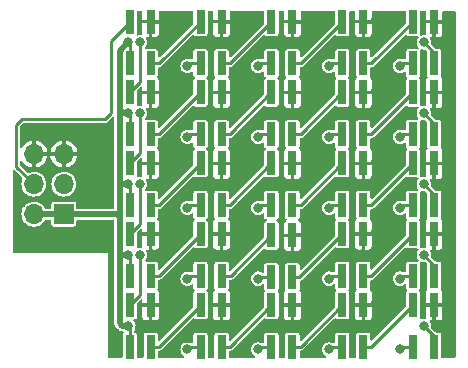
<source format=gbr>
%TF.GenerationSoftware,KiCad,Pcbnew,6.0.2-378541a8eb~116~ubuntu18.04.1*%
%TF.CreationDate,2022-03-16T16:53:27+09:00*%
%TF.ProjectId,led_a,6c65645f-612e-46b6-9963-61645f706362,rev?*%
%TF.SameCoordinates,Original*%
%TF.FileFunction,Copper,L1,Top*%
%TF.FilePolarity,Positive*%
%FSLAX46Y46*%
G04 Gerber Fmt 4.6, Leading zero omitted, Abs format (unit mm)*
G04 Created by KiCad (PCBNEW 6.0.2-378541a8eb~116~ubuntu18.04.1) date 2022-03-16 16:53:27*
%MOMM*%
%LPD*%
G01*
G04 APERTURE LIST*
%TA.AperFunction,SMDPad,CuDef*%
%ADD10R,0.800000X2.000000*%
%TD*%
%TA.AperFunction,ComponentPad*%
%ADD11R,1.700000X1.700000*%
%TD*%
%TA.AperFunction,ComponentPad*%
%ADD12O,1.700000X1.700000*%
%TD*%
%TA.AperFunction,ViaPad*%
%ADD13C,0.800000*%
%TD*%
%TA.AperFunction,Conductor*%
%ADD14C,0.250000*%
%TD*%
%TA.AperFunction,Conductor*%
%ADD15C,0.500000*%
%TD*%
G04 APERTURE END LIST*
D10*
%TO.P,LD1,1,VDD*%
%TO.N,+5V*%
X92110000Y-44765000D03*
%TO.P,LD1,2,DOUT*%
%TO.N,Net-(LD1-Pad2)*%
X93890000Y-44765000D03*
%TO.P,LD1,3,VSS*%
%TO.N,GND*%
X93890000Y-41235000D03*
%TO.P,LD1,4,DIN*%
%TO.N,Net-(LD1-Pad4)*%
X92110000Y-41235000D03*
%TD*%
%TO.P,LD3,1,VDD*%
%TO.N,+5V*%
X104110000Y-44765000D03*
%TO.P,LD3,2,DOUT*%
%TO.N,Net-(LD3-Pad2)*%
X105890000Y-44765000D03*
%TO.P,LD3,3,VSS*%
%TO.N,GND*%
X105890000Y-41235000D03*
%TO.P,LD3,4,DIN*%
%TO.N,Net-(LD2-Pad2)*%
X104110000Y-41235000D03*
%TD*%
%TO.P,LD22,1,VDD*%
%TO.N,+5V*%
X98110000Y-68765000D03*
%TO.P,LD22,2,DOUT*%
%TO.N,Net-(LD22-Pad2)*%
X99890000Y-68765000D03*
%TO.P,LD22,3,VSS*%
%TO.N,GND*%
X99890000Y-65235000D03*
%TO.P,LD22,4,DIN*%
%TO.N,Net-(LD21-Pad2)*%
X98110000Y-65235000D03*
%TD*%
%TO.P,LD8,1,VDD*%
%TO.N,+5V*%
X104110000Y-50765000D03*
%TO.P,LD8,2,DOUT*%
%TO.N,Net-(LD8-Pad2)*%
X105890000Y-50765000D03*
%TO.P,LD8,3,VSS*%
%TO.N,GND*%
X105890000Y-47235000D03*
%TO.P,LD8,4,DIN*%
%TO.N,Net-(LD7-Pad2)*%
X104110000Y-47235000D03*
%TD*%
%TO.P,LD7,1,VDD*%
%TO.N,+5V*%
X98110000Y-50765000D03*
%TO.P,LD7,2,DOUT*%
%TO.N,Net-(LD7-Pad2)*%
X99890000Y-50765000D03*
%TO.P,LD7,3,VSS*%
%TO.N,GND*%
X99890000Y-47235000D03*
%TO.P,LD7,4,DIN*%
%TO.N,Net-(LD6-Pad2)*%
X98110000Y-47235000D03*
%TD*%
%TO.P,LD12,1,VDD*%
%TO.N,+5V*%
X98110000Y-56765000D03*
%TO.P,LD12,2,DOUT*%
%TO.N,Net-(LD12-Pad2)*%
X99890000Y-56765000D03*
%TO.P,LD12,3,VSS*%
%TO.N,GND*%
X99890000Y-53235000D03*
%TO.P,LD12,4,DIN*%
%TO.N,Net-(LD11-Pad2)*%
X98110000Y-53235000D03*
%TD*%
D11*
%TO.P,J1,1,Pin_1*%
%TO.N,+5V*%
X86540000Y-57540000D03*
D12*
%TO.P,J1,2,Pin_2*%
X84000000Y-57540000D03*
%TO.P,J1,3,Pin_3*%
%TO.N,/SIG_OUT*%
X86540000Y-55000000D03*
%TO.P,J1,4,Pin_4*%
%TO.N,Net-(LD1-Pad4)*%
X84000000Y-55000000D03*
%TO.P,J1,5,Pin_5*%
%TO.N,GND*%
X86540000Y-52460000D03*
%TO.P,J1,6,Pin_6*%
X84000000Y-52460000D03*
%TD*%
D10*
%TO.P,LD4,1,VDD*%
%TO.N,+5V*%
X110110000Y-44765000D03*
%TO.P,LD4,2,DOUT*%
%TO.N,Net-(LD4-Pad2)*%
X111890000Y-44765000D03*
%TO.P,LD4,3,VSS*%
%TO.N,GND*%
X111890000Y-41235000D03*
%TO.P,LD4,4,DIN*%
%TO.N,Net-(LD3-Pad2)*%
X110110000Y-41235000D03*
%TD*%
%TO.P,LD5,1,VDD*%
%TO.N,+5V*%
X116110000Y-44765000D03*
%TO.P,LD5,2,DOUT*%
%TO.N,/SIG1*%
X117890000Y-44765000D03*
%TO.P,LD5,3,VSS*%
%TO.N,GND*%
X117890000Y-41235000D03*
%TO.P,LD5,4,DIN*%
%TO.N,Net-(LD4-Pad2)*%
X116110000Y-41235000D03*
%TD*%
%TO.P,LD2,1,VDD*%
%TO.N,+5V*%
X98110000Y-44765000D03*
%TO.P,LD2,2,DOUT*%
%TO.N,Net-(LD2-Pad2)*%
X99890000Y-44765000D03*
%TO.P,LD2,3,VSS*%
%TO.N,GND*%
X99890000Y-41235000D03*
%TO.P,LD2,4,DIN*%
%TO.N,Net-(LD1-Pad2)*%
X98110000Y-41235000D03*
%TD*%
%TO.P,LD16,1,VDD*%
%TO.N,+5V*%
X92110000Y-62765000D03*
%TO.P,LD16,2,DOUT*%
%TO.N,Net-(LD16-Pad2)*%
X93890000Y-62765000D03*
%TO.P,LD16,3,VSS*%
%TO.N,GND*%
X93890000Y-59235000D03*
%TO.P,LD16,4,DIN*%
%TO.N,/SIG3*%
X92110000Y-59235000D03*
%TD*%
%TO.P,LD18,1,VDD*%
%TO.N,+5V*%
X104110000Y-62875000D03*
%TO.P,LD18,2,DOUT*%
%TO.N,Net-(LD18-Pad2)*%
X105890000Y-62875000D03*
%TO.P,LD18,3,VSS*%
%TO.N,GND*%
X105890000Y-59345000D03*
%TO.P,LD18,4,DIN*%
%TO.N,Net-(LD17-Pad2)*%
X104110000Y-59345000D03*
%TD*%
%TO.P,LD25,1,VDD*%
%TO.N,+5V*%
X116110000Y-68765000D03*
%TO.P,LD25,2,DOUT*%
%TO.N,/SIG_OUT*%
X117890000Y-68765000D03*
%TO.P,LD25,3,VSS*%
%TO.N,GND*%
X117890000Y-65235000D03*
%TO.P,LD25,4,DIN*%
%TO.N,Net-(LD24-Pad2)*%
X116110000Y-65235000D03*
%TD*%
%TO.P,LD10,1,VDD*%
%TO.N,+5V*%
X116110000Y-50765000D03*
%TO.P,LD10,2,DOUT*%
%TO.N,/SIG2*%
X117890000Y-50765000D03*
%TO.P,LD10,3,VSS*%
%TO.N,GND*%
X117890000Y-47235000D03*
%TO.P,LD10,4,DIN*%
%TO.N,Net-(LD10-Pad4)*%
X116110000Y-47235000D03*
%TD*%
%TO.P,LD6,1,VDD*%
%TO.N,+5V*%
X92110000Y-50765000D03*
%TO.P,LD6,2,DOUT*%
%TO.N,Net-(LD6-Pad2)*%
X93890000Y-50765000D03*
%TO.P,LD6,3,VSS*%
%TO.N,GND*%
X93890000Y-47235000D03*
%TO.P,LD6,4,DIN*%
%TO.N,/SIG1*%
X92110000Y-47235000D03*
%TD*%
%TO.P,LD17,1,VDD*%
%TO.N,+5V*%
X98110000Y-62765000D03*
%TO.P,LD17,2,DOUT*%
%TO.N,Net-(LD17-Pad2)*%
X99890000Y-62765000D03*
%TO.P,LD17,3,VSS*%
%TO.N,GND*%
X99890000Y-59235000D03*
%TO.P,LD17,4,DIN*%
%TO.N,Net-(LD16-Pad2)*%
X98110000Y-59235000D03*
%TD*%
%TO.P,LD24,1,VDD*%
%TO.N,+5V*%
X110110000Y-68765000D03*
%TO.P,LD24,2,DOUT*%
%TO.N,Net-(LD24-Pad2)*%
X111890000Y-68765000D03*
%TO.P,LD24,3,VSS*%
%TO.N,GND*%
X111890000Y-65235000D03*
%TO.P,LD24,4,DIN*%
%TO.N,Net-(LD23-Pad2)*%
X110110000Y-65235000D03*
%TD*%
%TO.P,LD14,1,VDD*%
%TO.N,+5V*%
X110110000Y-56765000D03*
%TO.P,LD14,2,DOUT*%
%TO.N,Net-(LD14-Pad2)*%
X111890000Y-56765000D03*
%TO.P,LD14,3,VSS*%
%TO.N,GND*%
X111890000Y-53235000D03*
%TO.P,LD14,4,DIN*%
%TO.N,Net-(LD13-Pad2)*%
X110110000Y-53235000D03*
%TD*%
%TO.P,LD23,1,VDD*%
%TO.N,+5V*%
X104110000Y-68765000D03*
%TO.P,LD23,2,DOUT*%
%TO.N,Net-(LD23-Pad2)*%
X105890000Y-68765000D03*
%TO.P,LD23,3,VSS*%
%TO.N,GND*%
X105890000Y-65235000D03*
%TO.P,LD23,4,DIN*%
%TO.N,Net-(LD22-Pad2)*%
X104110000Y-65235000D03*
%TD*%
%TO.P,LD13,1,VDD*%
%TO.N,+5V*%
X104110000Y-56765000D03*
%TO.P,LD13,2,DOUT*%
%TO.N,Net-(LD13-Pad2)*%
X105890000Y-56765000D03*
%TO.P,LD13,3,VSS*%
%TO.N,GND*%
X105890000Y-53235000D03*
%TO.P,LD13,4,DIN*%
%TO.N,Net-(LD12-Pad2)*%
X104110000Y-53235000D03*
%TD*%
%TO.P,LD9,1,VDD*%
%TO.N,+5V*%
X110110000Y-50765000D03*
%TO.P,LD9,2,DOUT*%
%TO.N,Net-(LD10-Pad4)*%
X111890000Y-50765000D03*
%TO.P,LD9,3,VSS*%
%TO.N,GND*%
X111890000Y-47235000D03*
%TO.P,LD9,4,DIN*%
%TO.N,Net-(LD8-Pad2)*%
X110110000Y-47235000D03*
%TD*%
%TO.P,LD15,1,VDD*%
%TO.N,+5V*%
X116110000Y-56765000D03*
%TO.P,LD15,2,DOUT*%
%TO.N,/SIG3*%
X117890000Y-56765000D03*
%TO.P,LD15,3,VSS*%
%TO.N,GND*%
X117890000Y-53235000D03*
%TO.P,LD15,4,DIN*%
%TO.N,Net-(LD14-Pad2)*%
X116110000Y-53235000D03*
%TD*%
%TO.P,LD20,1,VDD*%
%TO.N,+5V*%
X116110000Y-62765000D03*
%TO.P,LD20,2,DOUT*%
%TO.N,/SIG4*%
X117890000Y-62765000D03*
%TO.P,LD20,3,VSS*%
%TO.N,GND*%
X117890000Y-59235000D03*
%TO.P,LD20,4,DIN*%
%TO.N,Net-(LD19-Pad2)*%
X116110000Y-59235000D03*
%TD*%
%TO.P,LD19,1,VDD*%
%TO.N,+5V*%
X110110000Y-62765000D03*
%TO.P,LD19,2,DOUT*%
%TO.N,Net-(LD19-Pad2)*%
X111890000Y-62765000D03*
%TO.P,LD19,3,VSS*%
%TO.N,GND*%
X111890000Y-59235000D03*
%TO.P,LD19,4,DIN*%
%TO.N,Net-(LD18-Pad2)*%
X110110000Y-59235000D03*
%TD*%
%TO.P,LD11,1,VDD*%
%TO.N,+5V*%
X92110000Y-56765000D03*
%TO.P,LD11,2,DOUT*%
%TO.N,Net-(LD11-Pad2)*%
X93890000Y-56765000D03*
%TO.P,LD11,3,VSS*%
%TO.N,GND*%
X93890000Y-53235000D03*
%TO.P,LD11,4,DIN*%
%TO.N,/SIG2*%
X92110000Y-53235000D03*
%TD*%
%TO.P,LD21,1,VDD*%
%TO.N,+5V*%
X92110000Y-68765000D03*
%TO.P,LD21,2,DOUT*%
%TO.N,Net-(LD21-Pad2)*%
X93890000Y-68765000D03*
%TO.P,LD21,3,VSS*%
%TO.N,GND*%
X93890000Y-65235000D03*
%TO.P,LD21,4,DIN*%
%TO.N,/SIG4*%
X92110000Y-65235000D03*
%TD*%
D13*
%TO.N,+5V*%
X97000000Y-51000000D03*
X92000000Y-49000000D03*
X103000000Y-45000000D03*
X92000000Y-61000000D03*
X103000000Y-51000000D03*
X109000000Y-57000000D03*
X97000000Y-45000000D03*
X115000000Y-51000000D03*
X97000000Y-69000000D03*
X109000000Y-63000000D03*
X97000000Y-57000000D03*
X92000000Y-67000000D03*
X103000000Y-57000000D03*
X115000000Y-45000000D03*
X115000000Y-57000000D03*
X92000000Y-43000000D03*
X109000000Y-69000000D03*
X109000000Y-51000000D03*
X109000000Y-45000000D03*
X115000000Y-69000000D03*
X103000000Y-69000000D03*
X92000000Y-55000000D03*
X97000000Y-63000000D03*
X103000000Y-63000000D03*
X115000000Y-63000000D03*
%TO.N,GND*%
X101000000Y-41000000D03*
X101000000Y-65000000D03*
X107000000Y-65000000D03*
X107000000Y-59000000D03*
X95000000Y-59000000D03*
X113000000Y-65000000D03*
X101000000Y-59000000D03*
X119000000Y-47000000D03*
X113000000Y-47000000D03*
X95000000Y-41000000D03*
X113000000Y-59000000D03*
X95000000Y-47000000D03*
X119000000Y-53000000D03*
X119000000Y-41000000D03*
X119000000Y-59000000D03*
X113000000Y-41000000D03*
X107000000Y-53000000D03*
X107000000Y-47000000D03*
X95000000Y-53000000D03*
X107000000Y-41000000D03*
X101000000Y-53000000D03*
X119000000Y-65000000D03*
X113000000Y-53000000D03*
X101000000Y-47000000D03*
%TO.N,/SIG1*%
X117000000Y-43000000D03*
X93000000Y-43000000D03*
%TO.N,/SIG2*%
X117000000Y-49000000D03*
X93000000Y-49000000D03*
%TO.N,/SIG3*%
X117000000Y-55000000D03*
X93000000Y-55000000D03*
%TO.N,/SIG4*%
X93000000Y-61000000D03*
X117000000Y-61000000D03*
%TO.N,/SIG_OUT*%
X117000000Y-67000000D03*
%TD*%
D14*
%TO.N,+5V*%
X103235000Y-56765000D02*
X103000000Y-57000000D01*
X115235000Y-68765000D02*
X115000000Y-69000000D01*
X92110000Y-43110000D02*
X92000000Y-43000000D01*
D15*
X92000000Y-55000000D02*
X91500000Y-55000000D01*
D14*
X103125000Y-62875000D02*
X103000000Y-63000000D01*
D15*
X91500000Y-55000000D02*
X91260489Y-55239511D01*
D14*
X110110000Y-62765000D02*
X109235000Y-62765000D01*
X110110000Y-44765000D02*
X109235000Y-44765000D01*
X104110000Y-56765000D02*
X103235000Y-56765000D01*
D15*
X91055000Y-57555000D02*
X91260489Y-57760489D01*
D14*
X110110000Y-68765000D02*
X109235000Y-68765000D01*
D15*
X91500000Y-61000000D02*
X91260489Y-61239511D01*
D14*
X116110000Y-44765000D02*
X115235000Y-44765000D01*
X92110000Y-56765000D02*
X92110000Y-55110000D01*
D15*
X91520978Y-49000000D02*
X91260489Y-48739511D01*
X91260489Y-66760489D02*
X91500000Y-67000000D01*
D14*
X97235000Y-56765000D02*
X97000000Y-57000000D01*
X109235000Y-56765000D02*
X109000000Y-57000000D01*
X116110000Y-62765000D02*
X115235000Y-62765000D01*
X98110000Y-68765000D02*
X97235000Y-68765000D01*
X116110000Y-50765000D02*
X115235000Y-50765000D01*
X104110000Y-68765000D02*
X103235000Y-68765000D01*
X104110000Y-50765000D02*
X103235000Y-50765000D01*
D15*
X84000000Y-57555000D02*
X91055000Y-57555000D01*
X91260489Y-55239511D02*
X91260489Y-57760489D01*
D14*
X92110000Y-62765000D02*
X92110000Y-61110000D01*
X92110000Y-49110000D02*
X92000000Y-49000000D01*
X92110000Y-68765000D02*
X92110000Y-67110000D01*
X116110000Y-56765000D02*
X115235000Y-56765000D01*
X109235000Y-62765000D02*
X109000000Y-63000000D01*
X115235000Y-44765000D02*
X115000000Y-45000000D01*
D15*
X91260489Y-61239511D02*
X91260489Y-66760489D01*
D14*
X92110000Y-67110000D02*
X92000000Y-67000000D01*
D15*
X91260489Y-43739511D02*
X91260489Y-48739511D01*
D14*
X110110000Y-56765000D02*
X109235000Y-56765000D01*
X92110000Y-55110000D02*
X92000000Y-55000000D01*
X103235000Y-68765000D02*
X103000000Y-69000000D01*
X97235000Y-62765000D02*
X97000000Y-63000000D01*
X97235000Y-50765000D02*
X97000000Y-51000000D01*
X116110000Y-68765000D02*
X115235000Y-68765000D01*
X104110000Y-44765000D02*
X103235000Y-44765000D01*
X97235000Y-44765000D02*
X97000000Y-45000000D01*
X98110000Y-44765000D02*
X97235000Y-44765000D01*
X115235000Y-50765000D02*
X115000000Y-51000000D01*
X98110000Y-50765000D02*
X97235000Y-50765000D01*
X104110000Y-62875000D02*
X103125000Y-62875000D01*
X92110000Y-50765000D02*
X92110000Y-49110000D01*
D15*
X91260489Y-57760489D02*
X91260489Y-61239511D01*
X91500000Y-67000000D02*
X92000000Y-67000000D01*
D14*
X103235000Y-50765000D02*
X103000000Y-51000000D01*
X115235000Y-62765000D02*
X115000000Y-63000000D01*
D15*
X92000000Y-49000000D02*
X91520978Y-49000000D01*
D14*
X115235000Y-56765000D02*
X115000000Y-57000000D01*
X109235000Y-44765000D02*
X109000000Y-45000000D01*
D15*
X92000000Y-61000000D02*
X91500000Y-61000000D01*
X92000000Y-43000000D02*
X91260489Y-43739511D01*
D14*
X92110000Y-44765000D02*
X92110000Y-43110000D01*
X98110000Y-62765000D02*
X97235000Y-62765000D01*
X98110000Y-56765000D02*
X97235000Y-56765000D01*
X109235000Y-50765000D02*
X109000000Y-51000000D01*
D15*
X91260489Y-48739511D02*
X91260489Y-55239511D01*
D14*
X110110000Y-50765000D02*
X109235000Y-50765000D01*
X92110000Y-61110000D02*
X92000000Y-61000000D01*
X109235000Y-68765000D02*
X109000000Y-69000000D01*
X97235000Y-68765000D02*
X97000000Y-69000000D01*
X103235000Y-44765000D02*
X103000000Y-45000000D01*
%TO.N,GND*%
X112765000Y-53235000D02*
X113000000Y-53000000D01*
X111890000Y-53235000D02*
X112765000Y-53235000D01*
X100765000Y-41235000D02*
X101000000Y-41000000D01*
X93890000Y-41235000D02*
X94765000Y-41235000D01*
X105890000Y-41235000D02*
X106765000Y-41235000D01*
X106765000Y-41235000D02*
X107000000Y-41000000D01*
X100765000Y-59235000D02*
X101000000Y-59000000D01*
X118765000Y-59235000D02*
X119000000Y-59000000D01*
X93890000Y-47235000D02*
X94765000Y-47235000D01*
X99890000Y-47235000D02*
X100765000Y-47235000D01*
X106765000Y-53235000D02*
X107000000Y-53000000D01*
X112765000Y-47235000D02*
X113000000Y-47000000D01*
X94765000Y-41235000D02*
X95000000Y-41000000D01*
X100765000Y-47235000D02*
X101000000Y-47000000D01*
X94765000Y-53235000D02*
X95000000Y-53000000D01*
X93890000Y-53235000D02*
X94765000Y-53235000D01*
X117890000Y-41235000D02*
X118765000Y-41235000D01*
X111890000Y-47235000D02*
X112765000Y-47235000D01*
X99890000Y-53235000D02*
X100765000Y-53235000D01*
X117890000Y-53235000D02*
X118765000Y-53235000D01*
X94765000Y-65235000D02*
X95000000Y-65000000D01*
X111890000Y-59235000D02*
X112765000Y-59235000D01*
X118765000Y-53235000D02*
X119000000Y-53000000D01*
X100765000Y-53235000D02*
X101000000Y-53000000D01*
X105890000Y-53235000D02*
X106765000Y-53235000D01*
X99890000Y-59235000D02*
X100765000Y-59235000D01*
X118765000Y-41235000D02*
X119000000Y-41000000D01*
X93890000Y-65235000D02*
X94765000Y-65235000D01*
X99890000Y-41235000D02*
X100765000Y-41235000D01*
X118765000Y-47235000D02*
X119000000Y-47000000D01*
X117890000Y-59235000D02*
X118765000Y-59235000D01*
X111890000Y-65235000D02*
X112765000Y-65235000D01*
X118765000Y-65235000D02*
X119000000Y-65000000D01*
X117890000Y-47235000D02*
X118765000Y-47235000D01*
X106765000Y-47235000D02*
X107000000Y-47000000D01*
X99890000Y-65235000D02*
X100765000Y-65235000D01*
X106765000Y-65235000D02*
X107000000Y-65000000D01*
X100765000Y-65235000D02*
X101000000Y-65000000D01*
X94765000Y-47235000D02*
X95000000Y-47000000D01*
X93890000Y-59235000D02*
X94765000Y-59235000D01*
X105890000Y-59235000D02*
X106765000Y-59235000D01*
X111890000Y-41235000D02*
X112765000Y-41235000D01*
X106765000Y-59235000D02*
X107000000Y-59000000D01*
X105890000Y-47235000D02*
X106765000Y-47235000D01*
X112765000Y-41235000D02*
X113000000Y-41000000D01*
X105890000Y-65235000D02*
X106765000Y-65235000D01*
X112765000Y-59235000D02*
X113000000Y-59000000D01*
X117890000Y-65235000D02*
X118765000Y-65235000D01*
X112765000Y-65235000D02*
X113000000Y-65000000D01*
X94765000Y-59235000D02*
X95000000Y-59000000D01*
%TO.N,Net-(LD10-Pad4)*%
X112580000Y-50765000D02*
X116110000Y-47235000D01*
X111890000Y-50765000D02*
X112580000Y-50765000D01*
%TO.N,Net-(LD1-Pad2)*%
X94580000Y-44765000D02*
X98110000Y-41235000D01*
X93890000Y-44890000D02*
X94000000Y-45000000D01*
X93890000Y-44765000D02*
X94580000Y-44765000D01*
X93890000Y-44765000D02*
X93890000Y-44890000D01*
%TO.N,Net-(LD2-Pad2)*%
X99890000Y-44765000D02*
X100580000Y-44765000D01*
X100580000Y-44765000D02*
X104110000Y-41235000D01*
%TO.N,Net-(LD3-Pad2)*%
X106580000Y-44765000D02*
X110110000Y-41235000D01*
X105890000Y-44765000D02*
X106580000Y-44765000D01*
%TO.N,Net-(LD6-Pad2)*%
X94580000Y-50765000D02*
X98110000Y-47235000D01*
X93890000Y-50765000D02*
X94580000Y-50765000D01*
%TO.N,Net-(LD7-Pad2)*%
X99890000Y-50765000D02*
X100580000Y-50765000D01*
X100580000Y-50765000D02*
X104110000Y-47235000D01*
%TO.N,Net-(LD11-Pad2)*%
X93890000Y-56765000D02*
X94580000Y-56765000D01*
X94580000Y-56765000D02*
X98110000Y-53235000D01*
%TO.N,Net-(LD13-Pad2)*%
X105890000Y-56765000D02*
X106580000Y-56765000D01*
X106580000Y-56765000D02*
X110110000Y-53235000D01*
%TO.N,Net-(LD14-Pad2)*%
X111890000Y-56765000D02*
X112580000Y-56765000D01*
X112580000Y-56765000D02*
X116110000Y-53235000D01*
%TO.N,Net-(LD16-Pad2)*%
X93890000Y-62765000D02*
X94580000Y-62765000D01*
X94580000Y-62765000D02*
X98110000Y-59235000D01*
%TO.N,Net-(LD4-Pad2)*%
X111890000Y-44765000D02*
X112580000Y-44765000D01*
X112580000Y-44765000D02*
X116110000Y-41235000D01*
%TO.N,Net-(LD8-Pad2)*%
X105890000Y-50765000D02*
X106580000Y-50765000D01*
X106580000Y-50765000D02*
X110110000Y-47235000D01*
%TO.N,/SIG1*%
X93000000Y-43000000D02*
X93000000Y-46345000D01*
X117890000Y-44765000D02*
X117890000Y-43890000D01*
X93000000Y-46345000D02*
X92110000Y-47235000D01*
X117890000Y-43890000D02*
X117000000Y-43000000D01*
%TO.N,Net-(LD12-Pad2)*%
X100580000Y-56765000D02*
X104110000Y-53235000D01*
X99890000Y-56765000D02*
X100580000Y-56765000D01*
%TO.N,Net-(LD17-Pad2)*%
X100690000Y-62765000D02*
X104110000Y-59345000D01*
X99890000Y-62765000D02*
X100690000Y-62765000D01*
%TO.N,Net-(LD18-Pad2)*%
X105890000Y-62875000D02*
X106470000Y-62875000D01*
X106470000Y-62875000D02*
X110110000Y-59235000D01*
%TO.N,Net-(LD19-Pad2)*%
X112580000Y-62765000D02*
X116110000Y-59235000D01*
X111890000Y-62765000D02*
X112580000Y-62765000D01*
%TO.N,/SIG2*%
X93000000Y-49000000D02*
X93000000Y-52345000D01*
X93000000Y-52345000D02*
X92110000Y-53235000D01*
X117890000Y-49890000D02*
X117000000Y-49000000D01*
X117890000Y-50765000D02*
X117890000Y-49890000D01*
%TO.N,Net-(LD21-Pad2)*%
X94580000Y-68765000D02*
X98110000Y-65235000D01*
X93890000Y-68765000D02*
X94580000Y-68765000D01*
%TO.N,Net-(LD22-Pad2)*%
X99890000Y-68765000D02*
X100580000Y-68765000D01*
X100580000Y-68765000D02*
X104110000Y-65235000D01*
%TO.N,Net-(LD23-Pad2)*%
X105890000Y-68765000D02*
X106580000Y-68765000D01*
X106580000Y-68765000D02*
X110110000Y-65235000D01*
%TO.N,Net-(LD24-Pad2)*%
X112580000Y-68765000D02*
X116110000Y-65235000D01*
X111890000Y-68765000D02*
X112580000Y-68765000D01*
%TO.N,/SIG3*%
X117890000Y-56765000D02*
X117890000Y-55890000D01*
X93000000Y-58345000D02*
X92110000Y-59235000D01*
X93000000Y-55000000D02*
X93000000Y-58345000D01*
X117890000Y-55890000D02*
X117000000Y-55000000D01*
%TO.N,/SIG4*%
X117890000Y-62765000D02*
X117890000Y-61890000D01*
X93000000Y-64345000D02*
X92110000Y-65235000D01*
X93000000Y-61000000D02*
X93000000Y-64345000D01*
X117890000Y-61890000D02*
X117000000Y-61000000D01*
%TO.N,/SIG_OUT*%
X117890000Y-68765000D02*
X117890000Y-67890000D01*
X117890000Y-67890000D02*
X117000000Y-67000000D01*
%TO.N,Net-(LD1-Pad4)*%
X90500000Y-42845000D02*
X90500000Y-49000000D01*
X92110000Y-41235000D02*
X90500000Y-42845000D01*
X82500000Y-50000000D02*
X82500000Y-53515000D01*
X83000000Y-49500000D02*
X82500000Y-50000000D01*
X92110000Y-41235000D02*
X92110000Y-41110000D01*
X90500000Y-49000000D02*
X90000000Y-49500000D01*
X92110000Y-41110000D02*
X92000000Y-41000000D01*
X82500000Y-53515000D02*
X84000000Y-55015000D01*
X90000000Y-49500000D02*
X83000000Y-49500000D01*
%TD*%
%TA.AperFunction,Conductor*%
%TO.N,GND*%
G36*
X117149191Y-40318907D02*
G01*
X117185155Y-40368407D01*
X117190000Y-40399000D01*
X117190000Y-41069320D01*
X117194122Y-41082005D01*
X117198243Y-41085000D01*
X118574320Y-41085000D01*
X118587005Y-41080878D01*
X118590000Y-41076757D01*
X118590000Y-40399000D01*
X118608907Y-40340809D01*
X118658407Y-40304845D01*
X118689000Y-40300000D01*
X119601000Y-40300000D01*
X119659191Y-40318907D01*
X119695155Y-40368407D01*
X119700000Y-40399000D01*
X119700000Y-69601000D01*
X119681093Y-69659191D01*
X119631593Y-69695155D01*
X119601000Y-69700000D01*
X118589500Y-69700000D01*
X118531309Y-69681093D01*
X118495345Y-69631593D01*
X118490500Y-69601000D01*
X118490500Y-67745252D01*
X118478867Y-67686769D01*
X118434552Y-67620448D01*
X118368231Y-67576133D01*
X118358668Y-67574231D01*
X118358666Y-67574230D01*
X118335995Y-67569721D01*
X118309748Y-67564500D01*
X118065834Y-67564500D01*
X118007643Y-67545593D01*
X117995830Y-67535504D01*
X117623293Y-67162967D01*
X117595516Y-67108450D01*
X117595144Y-67080045D01*
X117605682Y-67000000D01*
X117585044Y-66843238D01*
X117524536Y-66697159D01*
X117520585Y-66692010D01*
X117517342Y-66686393D01*
X117519157Y-66685345D01*
X117501893Y-66636589D01*
X117519272Y-66577924D01*
X117567814Y-66540678D01*
X117600859Y-66535000D01*
X117724320Y-66535000D01*
X117737005Y-66530878D01*
X117740000Y-66526757D01*
X117740000Y-66519320D01*
X118040000Y-66519320D01*
X118044122Y-66532005D01*
X118048243Y-66535000D01*
X118331639Y-66535000D01*
X118337485Y-66534654D01*
X118353353Y-66532766D01*
X118367519Y-66528872D01*
X118454514Y-66490230D01*
X118469321Y-66480054D01*
X118535367Y-66413892D01*
X118545517Y-66399069D01*
X118584000Y-66312020D01*
X118587873Y-66297815D01*
X118589668Y-66282420D01*
X118590000Y-66276708D01*
X118590000Y-65400680D01*
X118585878Y-65387995D01*
X118581757Y-65385000D01*
X118055680Y-65385000D01*
X118042995Y-65389122D01*
X118040000Y-65393243D01*
X118040000Y-66519320D01*
X117740000Y-66519320D01*
X117740000Y-65400680D01*
X117735878Y-65387995D01*
X117731757Y-65385000D01*
X117205680Y-65385000D01*
X117192995Y-65389122D01*
X117190000Y-65393243D01*
X117190000Y-66276639D01*
X117190346Y-66282487D01*
X117191845Y-66295082D01*
X117179945Y-66355099D01*
X117135040Y-66396659D01*
X117080616Y-66404931D01*
X117006434Y-66395165D01*
X117000000Y-66394318D01*
X116843238Y-66414956D01*
X116837240Y-66417440D01*
X116837238Y-66417441D01*
X116834968Y-66418381D01*
X116833214Y-66418519D01*
X116830975Y-66419119D01*
X116830864Y-66418704D01*
X116773971Y-66423180D01*
X116721803Y-66391209D01*
X116698390Y-66334680D01*
X116699987Y-66307603D01*
X116709552Y-66259514D01*
X116709552Y-66259512D01*
X116710500Y-66254748D01*
X116710500Y-64215252D01*
X116704983Y-64187515D01*
X116700770Y-64166334D01*
X116700769Y-64166332D01*
X116698867Y-64156769D01*
X116654552Y-64090448D01*
X116642380Y-64082315D01*
X116604501Y-64034266D01*
X116602099Y-63973128D01*
X116636091Y-63922254D01*
X116642372Y-63917691D01*
X116654552Y-63909552D01*
X116698867Y-63843231D01*
X116710500Y-63784748D01*
X116710500Y-61745252D01*
X116709552Y-61740486D01*
X116699987Y-61692397D01*
X116707179Y-61631636D01*
X116748712Y-61586707D01*
X116808722Y-61574770D01*
X116834968Y-61581619D01*
X116837238Y-61582559D01*
X116837240Y-61582560D01*
X116843238Y-61585044D01*
X117000000Y-61605682D01*
X117080042Y-61595144D01*
X117140201Y-61606294D01*
X117162967Y-61623293D01*
X117260504Y-61720830D01*
X117288281Y-61775347D01*
X117289500Y-61790834D01*
X117289500Y-63784748D01*
X117301133Y-63843231D01*
X117318588Y-63869353D01*
X117335196Y-63928239D01*
X117314019Y-63985643D01*
X117306337Y-63994296D01*
X117244633Y-64056108D01*
X117234483Y-64070931D01*
X117196000Y-64157980D01*
X117192127Y-64172185D01*
X117190332Y-64187580D01*
X117190000Y-64193292D01*
X117190000Y-65069320D01*
X117194122Y-65082005D01*
X117198243Y-65085000D01*
X118574320Y-65085000D01*
X118587005Y-65080878D01*
X118590000Y-65076757D01*
X118590000Y-64193361D01*
X118589654Y-64187515D01*
X118587766Y-64171647D01*
X118583872Y-64157481D01*
X118545230Y-64070486D01*
X118535054Y-64055679D01*
X118473746Y-63994479D01*
X118445921Y-63939987D01*
X118455439Y-63879546D01*
X118461373Y-63869412D01*
X118461414Y-63869351D01*
X118478867Y-63843231D01*
X118490500Y-63784748D01*
X118490500Y-61745252D01*
X118478867Y-61686769D01*
X118434552Y-61620448D01*
X118368231Y-61576133D01*
X118358668Y-61574231D01*
X118358666Y-61574230D01*
X118335995Y-61569721D01*
X118309748Y-61564500D01*
X118065834Y-61564500D01*
X118007643Y-61545593D01*
X117995830Y-61535504D01*
X117623293Y-61162967D01*
X117595516Y-61108450D01*
X117595144Y-61080045D01*
X117605682Y-61000000D01*
X117585044Y-60843238D01*
X117524536Y-60697159D01*
X117520585Y-60692010D01*
X117517342Y-60686393D01*
X117519157Y-60685345D01*
X117501893Y-60636589D01*
X117519272Y-60577924D01*
X117567814Y-60540678D01*
X117600859Y-60535000D01*
X117724320Y-60535000D01*
X117737005Y-60530878D01*
X117740000Y-60526757D01*
X117740000Y-60519320D01*
X118040000Y-60519320D01*
X118044122Y-60532005D01*
X118048243Y-60535000D01*
X118331639Y-60535000D01*
X118337485Y-60534654D01*
X118353353Y-60532766D01*
X118367519Y-60528872D01*
X118454514Y-60490230D01*
X118469321Y-60480054D01*
X118535367Y-60413892D01*
X118545517Y-60399069D01*
X118584000Y-60312020D01*
X118587873Y-60297815D01*
X118589668Y-60282420D01*
X118590000Y-60276708D01*
X118590000Y-59400680D01*
X118585878Y-59387995D01*
X118581757Y-59385000D01*
X118055680Y-59385000D01*
X118042995Y-59389122D01*
X118040000Y-59393243D01*
X118040000Y-60519320D01*
X117740000Y-60519320D01*
X117740000Y-59400680D01*
X117735878Y-59387995D01*
X117731757Y-59385000D01*
X117205680Y-59385000D01*
X117192995Y-59389122D01*
X117190000Y-59393243D01*
X117190000Y-60276639D01*
X117190346Y-60282487D01*
X117191845Y-60295082D01*
X117179945Y-60355099D01*
X117135040Y-60396659D01*
X117080616Y-60404931D01*
X117006434Y-60395165D01*
X117000000Y-60394318D01*
X116843238Y-60414956D01*
X116837240Y-60417440D01*
X116837238Y-60417441D01*
X116834968Y-60418381D01*
X116833214Y-60418519D01*
X116830975Y-60419119D01*
X116830864Y-60418704D01*
X116773971Y-60423180D01*
X116721803Y-60391209D01*
X116698390Y-60334680D01*
X116699987Y-60307603D01*
X116709552Y-60259514D01*
X116709552Y-60259512D01*
X116710500Y-60254748D01*
X116710500Y-58215252D01*
X116703585Y-58180486D01*
X116700770Y-58166334D01*
X116700769Y-58166332D01*
X116698867Y-58156769D01*
X116654552Y-58090448D01*
X116642380Y-58082315D01*
X116604501Y-58034266D01*
X116602099Y-57973128D01*
X116636091Y-57922254D01*
X116642372Y-57917691D01*
X116654552Y-57909552D01*
X116698867Y-57843231D01*
X116710500Y-57784748D01*
X116710500Y-55745252D01*
X116700770Y-55696334D01*
X116699987Y-55692397D01*
X116707179Y-55631636D01*
X116748712Y-55586707D01*
X116808722Y-55574770D01*
X116834968Y-55581619D01*
X116837238Y-55582559D01*
X116837240Y-55582560D01*
X116843238Y-55585044D01*
X117000000Y-55605682D01*
X117080042Y-55595144D01*
X117140201Y-55606294D01*
X117162967Y-55623293D01*
X117260504Y-55720830D01*
X117288281Y-55775347D01*
X117289500Y-55790834D01*
X117289500Y-57784748D01*
X117301133Y-57843231D01*
X117318588Y-57869353D01*
X117335196Y-57928239D01*
X117314019Y-57985643D01*
X117306337Y-57994296D01*
X117244633Y-58056108D01*
X117234483Y-58070931D01*
X117196000Y-58157980D01*
X117192127Y-58172185D01*
X117190332Y-58187580D01*
X117190000Y-58193292D01*
X117190000Y-59069320D01*
X117194122Y-59082005D01*
X117198243Y-59085000D01*
X118574320Y-59085000D01*
X118587005Y-59080878D01*
X118590000Y-59076757D01*
X118590000Y-58193361D01*
X118589654Y-58187515D01*
X118587766Y-58171647D01*
X118583872Y-58157481D01*
X118545230Y-58070486D01*
X118535054Y-58055679D01*
X118473746Y-57994479D01*
X118445921Y-57939987D01*
X118455439Y-57879546D01*
X118461373Y-57869412D01*
X118461414Y-57869351D01*
X118478867Y-57843231D01*
X118490500Y-57784748D01*
X118490500Y-55745252D01*
X118478867Y-55686769D01*
X118434552Y-55620448D01*
X118368231Y-55576133D01*
X118358668Y-55574231D01*
X118358666Y-55574230D01*
X118335995Y-55569721D01*
X118309748Y-55564500D01*
X118065834Y-55564500D01*
X118007643Y-55545593D01*
X117995830Y-55535504D01*
X117623293Y-55162967D01*
X117595516Y-55108450D01*
X117595144Y-55080045D01*
X117605682Y-55000000D01*
X117585044Y-54843238D01*
X117524536Y-54697159D01*
X117520585Y-54692010D01*
X117517342Y-54686393D01*
X117519157Y-54685345D01*
X117501893Y-54636589D01*
X117519272Y-54577924D01*
X117567814Y-54540678D01*
X117600859Y-54535000D01*
X117724320Y-54535000D01*
X117737005Y-54530878D01*
X117740000Y-54526757D01*
X117740000Y-54519320D01*
X118040000Y-54519320D01*
X118044122Y-54532005D01*
X118048243Y-54535000D01*
X118331639Y-54535000D01*
X118337485Y-54534654D01*
X118353353Y-54532766D01*
X118367519Y-54528872D01*
X118454514Y-54490230D01*
X118469321Y-54480054D01*
X118535367Y-54413892D01*
X118545517Y-54399069D01*
X118584000Y-54312020D01*
X118587873Y-54297815D01*
X118589668Y-54282420D01*
X118590000Y-54276708D01*
X118590000Y-53400680D01*
X118585878Y-53387995D01*
X118581757Y-53385000D01*
X118055680Y-53385000D01*
X118042995Y-53389122D01*
X118040000Y-53393243D01*
X118040000Y-54519320D01*
X117740000Y-54519320D01*
X117740000Y-53400680D01*
X117735878Y-53387995D01*
X117731757Y-53385000D01*
X117205680Y-53385000D01*
X117192995Y-53389122D01*
X117190000Y-53393243D01*
X117190000Y-54276639D01*
X117190346Y-54282487D01*
X117191845Y-54295082D01*
X117179945Y-54355099D01*
X117135040Y-54396659D01*
X117080616Y-54404931D01*
X117006434Y-54395165D01*
X117000000Y-54394318D01*
X116843238Y-54414956D01*
X116837240Y-54417440D01*
X116837238Y-54417441D01*
X116834968Y-54418381D01*
X116833214Y-54418519D01*
X116830975Y-54419119D01*
X116830864Y-54418704D01*
X116773971Y-54423180D01*
X116721803Y-54391209D01*
X116698390Y-54334680D01*
X116699987Y-54307603D01*
X116709552Y-54259514D01*
X116709552Y-54259512D01*
X116710500Y-54254748D01*
X116710500Y-52215252D01*
X116704983Y-52187515D01*
X116700770Y-52166334D01*
X116700769Y-52166332D01*
X116698867Y-52156769D01*
X116654552Y-52090448D01*
X116642380Y-52082315D01*
X116604501Y-52034266D01*
X116602099Y-51973128D01*
X116636091Y-51922254D01*
X116642372Y-51917691D01*
X116654552Y-51909552D01*
X116698867Y-51843231D01*
X116710500Y-51784748D01*
X116710500Y-49745252D01*
X116705499Y-49720110D01*
X116699987Y-49692397D01*
X116707179Y-49631636D01*
X116748712Y-49586707D01*
X116808722Y-49574770D01*
X116834968Y-49581619D01*
X116837238Y-49582559D01*
X116837240Y-49582560D01*
X116843238Y-49585044D01*
X117000000Y-49605682D01*
X117080042Y-49595144D01*
X117140201Y-49606294D01*
X117162967Y-49623293D01*
X117260504Y-49720830D01*
X117288281Y-49775347D01*
X117289500Y-49790834D01*
X117289500Y-51784748D01*
X117301133Y-51843231D01*
X117318588Y-51869353D01*
X117335196Y-51928239D01*
X117314019Y-51985643D01*
X117306337Y-51994296D01*
X117244633Y-52056108D01*
X117234483Y-52070931D01*
X117196000Y-52157980D01*
X117192127Y-52172185D01*
X117190332Y-52187580D01*
X117190000Y-52193292D01*
X117190000Y-53069320D01*
X117194122Y-53082005D01*
X117198243Y-53085000D01*
X118574320Y-53085000D01*
X118587005Y-53080878D01*
X118590000Y-53076757D01*
X118590000Y-52193361D01*
X118589654Y-52187515D01*
X118587766Y-52171647D01*
X118583872Y-52157481D01*
X118545230Y-52070486D01*
X118535054Y-52055679D01*
X118473746Y-51994479D01*
X118445921Y-51939987D01*
X118455439Y-51879546D01*
X118461373Y-51869412D01*
X118467245Y-51860624D01*
X118478867Y-51843231D01*
X118490500Y-51784748D01*
X118490500Y-49745252D01*
X118478867Y-49686769D01*
X118434552Y-49620448D01*
X118368231Y-49576133D01*
X118358668Y-49574231D01*
X118358666Y-49574230D01*
X118335995Y-49569721D01*
X118309748Y-49564500D01*
X118065834Y-49564500D01*
X118007643Y-49545593D01*
X117995830Y-49535504D01*
X117623293Y-49162967D01*
X117595516Y-49108450D01*
X117595144Y-49080045D01*
X117605682Y-49000000D01*
X117585044Y-48843238D01*
X117524536Y-48697159D01*
X117520585Y-48692010D01*
X117517342Y-48686393D01*
X117519157Y-48685345D01*
X117501893Y-48636589D01*
X117519272Y-48577924D01*
X117567814Y-48540678D01*
X117600859Y-48535000D01*
X117724320Y-48535000D01*
X117737005Y-48530878D01*
X117740000Y-48526757D01*
X117740000Y-48519320D01*
X118040000Y-48519320D01*
X118044122Y-48532005D01*
X118048243Y-48535000D01*
X118331639Y-48535000D01*
X118337485Y-48534654D01*
X118353353Y-48532766D01*
X118367519Y-48528872D01*
X118454514Y-48490230D01*
X118469321Y-48480054D01*
X118535367Y-48413892D01*
X118545517Y-48399069D01*
X118584000Y-48312020D01*
X118587873Y-48297815D01*
X118589668Y-48282420D01*
X118590000Y-48276708D01*
X118590000Y-47400680D01*
X118585878Y-47387995D01*
X118581757Y-47385000D01*
X118055680Y-47385000D01*
X118042995Y-47389122D01*
X118040000Y-47393243D01*
X118040000Y-48519320D01*
X117740000Y-48519320D01*
X117740000Y-47400680D01*
X117735878Y-47387995D01*
X117731757Y-47385000D01*
X117205680Y-47385000D01*
X117192995Y-47389122D01*
X117190000Y-47393243D01*
X117190000Y-48276639D01*
X117190346Y-48282487D01*
X117191845Y-48295082D01*
X117179945Y-48355099D01*
X117135040Y-48396659D01*
X117080616Y-48404931D01*
X117006434Y-48395165D01*
X117000000Y-48394318D01*
X116843238Y-48414956D01*
X116837240Y-48417440D01*
X116837238Y-48417441D01*
X116834968Y-48418381D01*
X116833214Y-48418519D01*
X116830975Y-48419119D01*
X116830864Y-48418704D01*
X116773971Y-48423180D01*
X116721803Y-48391209D01*
X116698390Y-48334680D01*
X116699987Y-48307603D01*
X116709552Y-48259514D01*
X116709552Y-48259512D01*
X116710500Y-48254748D01*
X116710500Y-46215252D01*
X116704983Y-46187515D01*
X116700770Y-46166334D01*
X116700769Y-46166332D01*
X116698867Y-46156769D01*
X116654552Y-46090448D01*
X116642380Y-46082315D01*
X116604501Y-46034266D01*
X116602099Y-45973128D01*
X116636091Y-45922254D01*
X116642372Y-45917691D01*
X116654552Y-45909552D01*
X116698867Y-45843231D01*
X116710500Y-45784748D01*
X116710500Y-43745252D01*
X116700770Y-43696334D01*
X116699987Y-43692397D01*
X116707179Y-43631636D01*
X116748712Y-43586707D01*
X116808722Y-43574770D01*
X116834968Y-43581619D01*
X116837238Y-43582559D01*
X116837240Y-43582560D01*
X116843238Y-43585044D01*
X117000000Y-43605682D01*
X117080042Y-43595144D01*
X117140201Y-43606294D01*
X117162967Y-43623293D01*
X117260504Y-43720830D01*
X117288281Y-43775347D01*
X117289500Y-43790834D01*
X117289500Y-45784748D01*
X117301133Y-45843231D01*
X117318588Y-45869353D01*
X117335196Y-45928239D01*
X117314019Y-45985643D01*
X117306337Y-45994296D01*
X117244633Y-46056108D01*
X117234483Y-46070931D01*
X117196000Y-46157980D01*
X117192127Y-46172185D01*
X117190332Y-46187580D01*
X117190000Y-46193292D01*
X117190000Y-47069320D01*
X117194122Y-47082005D01*
X117198243Y-47085000D01*
X118574320Y-47085000D01*
X118587005Y-47080878D01*
X118590000Y-47076757D01*
X118590000Y-46193361D01*
X118589654Y-46187515D01*
X118587766Y-46171647D01*
X118583872Y-46157481D01*
X118545230Y-46070486D01*
X118535054Y-46055679D01*
X118473746Y-45994479D01*
X118445921Y-45939987D01*
X118455439Y-45879546D01*
X118461373Y-45869412D01*
X118461414Y-45869351D01*
X118478867Y-45843231D01*
X118490500Y-45784748D01*
X118490500Y-43745252D01*
X118478867Y-43686769D01*
X118434552Y-43620448D01*
X118368231Y-43576133D01*
X118358668Y-43574231D01*
X118358666Y-43574230D01*
X118335995Y-43569721D01*
X118309748Y-43564500D01*
X118065834Y-43564500D01*
X118007643Y-43545593D01*
X117995830Y-43535504D01*
X117623293Y-43162967D01*
X117595516Y-43108450D01*
X117595144Y-43080045D01*
X117605682Y-43000000D01*
X117604047Y-42987577D01*
X117585891Y-42849674D01*
X117585044Y-42843238D01*
X117524536Y-42697159D01*
X117520585Y-42692010D01*
X117517342Y-42686393D01*
X117519157Y-42685345D01*
X117501893Y-42636589D01*
X117519272Y-42577924D01*
X117567814Y-42540678D01*
X117600859Y-42535000D01*
X117724320Y-42535000D01*
X117737005Y-42530878D01*
X117740000Y-42526757D01*
X117740000Y-42519320D01*
X118040000Y-42519320D01*
X118044122Y-42532005D01*
X118048243Y-42535000D01*
X118331639Y-42535000D01*
X118337485Y-42534654D01*
X118353353Y-42532766D01*
X118367519Y-42528872D01*
X118454514Y-42490230D01*
X118469321Y-42480054D01*
X118535367Y-42413892D01*
X118545517Y-42399069D01*
X118584000Y-42312020D01*
X118587873Y-42297815D01*
X118589668Y-42282420D01*
X118590000Y-42276708D01*
X118590000Y-41400680D01*
X118585878Y-41387995D01*
X118581757Y-41385000D01*
X118055680Y-41385000D01*
X118042995Y-41389122D01*
X118040000Y-41393243D01*
X118040000Y-42519320D01*
X117740000Y-42519320D01*
X117740000Y-41400680D01*
X117735878Y-41387995D01*
X117731757Y-41385000D01*
X117205680Y-41385000D01*
X117192995Y-41389122D01*
X117190000Y-41393243D01*
X117190000Y-42276639D01*
X117190346Y-42282487D01*
X117191845Y-42295082D01*
X117179945Y-42355099D01*
X117135040Y-42396659D01*
X117080616Y-42404931D01*
X117006434Y-42395165D01*
X117000000Y-42394318D01*
X116843238Y-42414956D01*
X116837240Y-42417440D01*
X116837238Y-42417441D01*
X116834968Y-42418381D01*
X116833214Y-42418519D01*
X116830975Y-42419119D01*
X116830864Y-42418704D01*
X116773971Y-42423180D01*
X116721803Y-42391209D01*
X116698390Y-42334680D01*
X116699987Y-42307603D01*
X116709552Y-42259514D01*
X116709552Y-42259512D01*
X116710500Y-42254748D01*
X116710500Y-40399000D01*
X116729407Y-40340809D01*
X116778907Y-40304845D01*
X116809500Y-40300000D01*
X117091000Y-40300000D01*
X117149191Y-40318907D01*
G37*
%TD.AperFunction*%
%TA.AperFunction,Conductor*%
G36*
X99149191Y-40318907D02*
G01*
X99185155Y-40368407D01*
X99190000Y-40399000D01*
X99190000Y-41069320D01*
X99194122Y-41082005D01*
X99198243Y-41085000D01*
X100574320Y-41085000D01*
X100587005Y-41080878D01*
X100590000Y-41076757D01*
X100590000Y-40399000D01*
X100608907Y-40340809D01*
X100658407Y-40304845D01*
X100689000Y-40300000D01*
X103410500Y-40300000D01*
X103468691Y-40318907D01*
X103504655Y-40368407D01*
X103509500Y-40399000D01*
X103509500Y-41334166D01*
X103490593Y-41392357D01*
X103480504Y-41404170D01*
X100659504Y-44225170D01*
X100604987Y-44252947D01*
X100544555Y-44243376D01*
X100501290Y-44200111D01*
X100490500Y-44155166D01*
X100490500Y-43745252D01*
X100478867Y-43686769D01*
X100434552Y-43620448D01*
X100368231Y-43576133D01*
X100358668Y-43574231D01*
X100358666Y-43574230D01*
X100335995Y-43569721D01*
X100309748Y-43564500D01*
X99470252Y-43564500D01*
X99444005Y-43569721D01*
X99421334Y-43574230D01*
X99421332Y-43574231D01*
X99411769Y-43576133D01*
X99345448Y-43620448D01*
X99301133Y-43686769D01*
X99289500Y-43745252D01*
X99289500Y-45784748D01*
X99301133Y-45843231D01*
X99318588Y-45869353D01*
X99335196Y-45928239D01*
X99314019Y-45985643D01*
X99306337Y-45994296D01*
X99244633Y-46056108D01*
X99234483Y-46070931D01*
X99196000Y-46157980D01*
X99192127Y-46172185D01*
X99190332Y-46187580D01*
X99190000Y-46193292D01*
X99190000Y-47069320D01*
X99194122Y-47082005D01*
X99198243Y-47085000D01*
X100574320Y-47085000D01*
X100587005Y-47080878D01*
X100590000Y-47076757D01*
X100590000Y-46193361D01*
X100589654Y-46187515D01*
X100587766Y-46171647D01*
X100583872Y-46157481D01*
X100545230Y-46070486D01*
X100535054Y-46055679D01*
X100473746Y-45994479D01*
X100445921Y-45939987D01*
X100455439Y-45879546D01*
X100461373Y-45869412D01*
X100461414Y-45869351D01*
X100478867Y-45843231D01*
X100490500Y-45784748D01*
X100490500Y-45191953D01*
X100509407Y-45133762D01*
X100558907Y-45097798D01*
X100598127Y-45093330D01*
X100600176Y-45093509D01*
X100600177Y-45093509D01*
X100608807Y-45094264D01*
X100646350Y-45084204D01*
X100654784Y-45082334D01*
X100684517Y-45077092D01*
X100684519Y-45077091D01*
X100693045Y-45075588D01*
X100700544Y-45071258D01*
X100706029Y-45069262D01*
X100711316Y-45066796D01*
X100719684Y-45064554D01*
X100751511Y-45042268D01*
X100758795Y-45037627D01*
X100792455Y-45018194D01*
X100817431Y-44988429D01*
X100823265Y-44982061D01*
X103426953Y-42378374D01*
X103481470Y-42350597D01*
X103541902Y-42360168D01*
X103562491Y-42375126D01*
X103565448Y-42379552D01*
X103631769Y-42423867D01*
X103641332Y-42425769D01*
X103641334Y-42425770D01*
X103664005Y-42430279D01*
X103690252Y-42435500D01*
X104529748Y-42435500D01*
X104555995Y-42430279D01*
X104578666Y-42425770D01*
X104578668Y-42425769D01*
X104588231Y-42423867D01*
X104654552Y-42379552D01*
X104698867Y-42313231D01*
X104701827Y-42298353D01*
X104706146Y-42276639D01*
X105190000Y-42276639D01*
X105190346Y-42282485D01*
X105192234Y-42298353D01*
X105196128Y-42312519D01*
X105234770Y-42399514D01*
X105244946Y-42414321D01*
X105311108Y-42480367D01*
X105325931Y-42490517D01*
X105412980Y-42529000D01*
X105427185Y-42532873D01*
X105442580Y-42534668D01*
X105448292Y-42535000D01*
X105724320Y-42535000D01*
X105737005Y-42530878D01*
X105740000Y-42526757D01*
X105740000Y-42519320D01*
X106040000Y-42519320D01*
X106044122Y-42532005D01*
X106048243Y-42535000D01*
X106331639Y-42535000D01*
X106337485Y-42534654D01*
X106353353Y-42532766D01*
X106367519Y-42528872D01*
X106454514Y-42490230D01*
X106469321Y-42480054D01*
X106535367Y-42413892D01*
X106545517Y-42399069D01*
X106584000Y-42312020D01*
X106587873Y-42297815D01*
X106589668Y-42282420D01*
X106590000Y-42276708D01*
X106590000Y-41400680D01*
X106585878Y-41387995D01*
X106581757Y-41385000D01*
X106055680Y-41385000D01*
X106042995Y-41389122D01*
X106040000Y-41393243D01*
X106040000Y-42519320D01*
X105740000Y-42519320D01*
X105740000Y-41400680D01*
X105735878Y-41387995D01*
X105731757Y-41385000D01*
X105205680Y-41385000D01*
X105192995Y-41389122D01*
X105190000Y-41393243D01*
X105190000Y-42276639D01*
X104706146Y-42276639D01*
X104709552Y-42259512D01*
X104710500Y-42254748D01*
X104710500Y-40399000D01*
X104729407Y-40340809D01*
X104778907Y-40304845D01*
X104809500Y-40300000D01*
X105091000Y-40300000D01*
X105149191Y-40318907D01*
X105185155Y-40368407D01*
X105190000Y-40399000D01*
X105190000Y-41069320D01*
X105194122Y-41082005D01*
X105198243Y-41085000D01*
X106574320Y-41085000D01*
X106587005Y-41080878D01*
X106590000Y-41076757D01*
X106590000Y-40399000D01*
X106608907Y-40340809D01*
X106658407Y-40304845D01*
X106689000Y-40300000D01*
X109410500Y-40300000D01*
X109468691Y-40318907D01*
X109504655Y-40368407D01*
X109509500Y-40399000D01*
X109509500Y-41334166D01*
X109490593Y-41392357D01*
X109480504Y-41404170D01*
X106659504Y-44225170D01*
X106604987Y-44252947D01*
X106544555Y-44243376D01*
X106501290Y-44200111D01*
X106490500Y-44155166D01*
X106490500Y-43745252D01*
X106478867Y-43686769D01*
X106434552Y-43620448D01*
X106368231Y-43576133D01*
X106358668Y-43574231D01*
X106358666Y-43574230D01*
X106335995Y-43569721D01*
X106309748Y-43564500D01*
X105470252Y-43564500D01*
X105444005Y-43569721D01*
X105421334Y-43574230D01*
X105421332Y-43574231D01*
X105411769Y-43576133D01*
X105345448Y-43620448D01*
X105301133Y-43686769D01*
X105289500Y-43745252D01*
X105289500Y-45784748D01*
X105301133Y-45843231D01*
X105318588Y-45869353D01*
X105335196Y-45928239D01*
X105314019Y-45985643D01*
X105306337Y-45994296D01*
X105244633Y-46056108D01*
X105234483Y-46070931D01*
X105196000Y-46157980D01*
X105192127Y-46172185D01*
X105190332Y-46187580D01*
X105190000Y-46193292D01*
X105190000Y-47069320D01*
X105194122Y-47082005D01*
X105198243Y-47085000D01*
X106574320Y-47085000D01*
X106587005Y-47080878D01*
X106590000Y-47076757D01*
X106590000Y-46193361D01*
X106589654Y-46187515D01*
X106587766Y-46171647D01*
X106583872Y-46157481D01*
X106545230Y-46070486D01*
X106535054Y-46055679D01*
X106473746Y-45994479D01*
X106445921Y-45939987D01*
X106455439Y-45879546D01*
X106461373Y-45869412D01*
X106461414Y-45869351D01*
X106478867Y-45843231D01*
X106490500Y-45784748D01*
X106490500Y-45191953D01*
X106509407Y-45133762D01*
X106558907Y-45097798D01*
X106598127Y-45093330D01*
X106600176Y-45093509D01*
X106600177Y-45093509D01*
X106608807Y-45094264D01*
X106646350Y-45084204D01*
X106654784Y-45082334D01*
X106684517Y-45077092D01*
X106684519Y-45077091D01*
X106693045Y-45075588D01*
X106700544Y-45071258D01*
X106706029Y-45069262D01*
X106711316Y-45066796D01*
X106719684Y-45064554D01*
X106751511Y-45042268D01*
X106758795Y-45037627D01*
X106792455Y-45018194D01*
X106817431Y-44988429D01*
X106823265Y-44982061D01*
X109426953Y-42378374D01*
X109481470Y-42350597D01*
X109541902Y-42360168D01*
X109562491Y-42375126D01*
X109565448Y-42379552D01*
X109631769Y-42423867D01*
X109641332Y-42425769D01*
X109641334Y-42425770D01*
X109664005Y-42430279D01*
X109690252Y-42435500D01*
X110529748Y-42435500D01*
X110555995Y-42430279D01*
X110578666Y-42425770D01*
X110578668Y-42425769D01*
X110588231Y-42423867D01*
X110654552Y-42379552D01*
X110698867Y-42313231D01*
X110701827Y-42298353D01*
X110706146Y-42276639D01*
X111190000Y-42276639D01*
X111190346Y-42282485D01*
X111192234Y-42298353D01*
X111196128Y-42312519D01*
X111234770Y-42399514D01*
X111244946Y-42414321D01*
X111311108Y-42480367D01*
X111325931Y-42490517D01*
X111412980Y-42529000D01*
X111427185Y-42532873D01*
X111442580Y-42534668D01*
X111448292Y-42535000D01*
X111724320Y-42535000D01*
X111737005Y-42530878D01*
X111740000Y-42526757D01*
X111740000Y-42519320D01*
X112040000Y-42519320D01*
X112044122Y-42532005D01*
X112048243Y-42535000D01*
X112331639Y-42535000D01*
X112337485Y-42534654D01*
X112353353Y-42532766D01*
X112367519Y-42528872D01*
X112454514Y-42490230D01*
X112469321Y-42480054D01*
X112535367Y-42413892D01*
X112545517Y-42399069D01*
X112584000Y-42312020D01*
X112587873Y-42297815D01*
X112589668Y-42282420D01*
X112590000Y-42276708D01*
X112590000Y-41400680D01*
X112585878Y-41387995D01*
X112581757Y-41385000D01*
X112055680Y-41385000D01*
X112042995Y-41389122D01*
X112040000Y-41393243D01*
X112040000Y-42519320D01*
X111740000Y-42519320D01*
X111740000Y-41400680D01*
X111735878Y-41387995D01*
X111731757Y-41385000D01*
X111205680Y-41385000D01*
X111192995Y-41389122D01*
X111190000Y-41393243D01*
X111190000Y-42276639D01*
X110706146Y-42276639D01*
X110709552Y-42259512D01*
X110710500Y-42254748D01*
X110710500Y-40399000D01*
X110729407Y-40340809D01*
X110778907Y-40304845D01*
X110809500Y-40300000D01*
X111091000Y-40300000D01*
X111149191Y-40318907D01*
X111185155Y-40368407D01*
X111190000Y-40399000D01*
X111190000Y-41069320D01*
X111194122Y-41082005D01*
X111198243Y-41085000D01*
X112574320Y-41085000D01*
X112587005Y-41080878D01*
X112590000Y-41076757D01*
X112590000Y-40399000D01*
X112608907Y-40340809D01*
X112658407Y-40304845D01*
X112689000Y-40300000D01*
X115410500Y-40300000D01*
X115468691Y-40318907D01*
X115504655Y-40368407D01*
X115509500Y-40399000D01*
X115509500Y-41334166D01*
X115490593Y-41392357D01*
X115480504Y-41404170D01*
X112659504Y-44225170D01*
X112604987Y-44252947D01*
X112544555Y-44243376D01*
X112501290Y-44200111D01*
X112490500Y-44155166D01*
X112490500Y-43745252D01*
X112478867Y-43686769D01*
X112434552Y-43620448D01*
X112368231Y-43576133D01*
X112358668Y-43574231D01*
X112358666Y-43574230D01*
X112335995Y-43569721D01*
X112309748Y-43564500D01*
X111470252Y-43564500D01*
X111444005Y-43569721D01*
X111421334Y-43574230D01*
X111421332Y-43574231D01*
X111411769Y-43576133D01*
X111345448Y-43620448D01*
X111301133Y-43686769D01*
X111289500Y-43745252D01*
X111289500Y-45784748D01*
X111301133Y-45843231D01*
X111318588Y-45869353D01*
X111335196Y-45928239D01*
X111314019Y-45985643D01*
X111306337Y-45994296D01*
X111244633Y-46056108D01*
X111234483Y-46070931D01*
X111196000Y-46157980D01*
X111192127Y-46172185D01*
X111190332Y-46187580D01*
X111190000Y-46193292D01*
X111190000Y-47069320D01*
X111194122Y-47082005D01*
X111198243Y-47085000D01*
X112574320Y-47085000D01*
X112587005Y-47080878D01*
X112590000Y-47076757D01*
X112590000Y-46193361D01*
X112589654Y-46187515D01*
X112587766Y-46171647D01*
X112583872Y-46157481D01*
X112545230Y-46070486D01*
X112535054Y-46055679D01*
X112473746Y-45994479D01*
X112445921Y-45939987D01*
X112455439Y-45879546D01*
X112461373Y-45869412D01*
X112461414Y-45869351D01*
X112478867Y-45843231D01*
X112490500Y-45784748D01*
X112490500Y-45191953D01*
X112509407Y-45133762D01*
X112558907Y-45097798D01*
X112598127Y-45093330D01*
X112600176Y-45093509D01*
X112600177Y-45093509D01*
X112608807Y-45094264D01*
X112646350Y-45084204D01*
X112654784Y-45082334D01*
X112684517Y-45077092D01*
X112684519Y-45077091D01*
X112693045Y-45075588D01*
X112700544Y-45071258D01*
X112706029Y-45069262D01*
X112711316Y-45066796D01*
X112719684Y-45064554D01*
X112751511Y-45042268D01*
X112758795Y-45037627D01*
X112792455Y-45018194D01*
X112817431Y-44988429D01*
X112823265Y-44982061D01*
X115426953Y-42378374D01*
X115481470Y-42350597D01*
X115541902Y-42360168D01*
X115562491Y-42375126D01*
X115565448Y-42379552D01*
X115631769Y-42423867D01*
X115641332Y-42425769D01*
X115641334Y-42425770D01*
X115664005Y-42430279D01*
X115690252Y-42435500D01*
X116475490Y-42435500D01*
X116533681Y-42454407D01*
X116569645Y-42503907D01*
X116569645Y-42565093D01*
X116554032Y-42594767D01*
X116475464Y-42697159D01*
X116414956Y-42843238D01*
X116414109Y-42849674D01*
X116395954Y-42987577D01*
X116394318Y-43000000D01*
X116414956Y-43156762D01*
X116475464Y-43302841D01*
X116479415Y-43307990D01*
X116554032Y-43405233D01*
X116574456Y-43462909D01*
X116557078Y-43521574D01*
X116508537Y-43558822D01*
X116475490Y-43564500D01*
X115690252Y-43564500D01*
X115664005Y-43569721D01*
X115641334Y-43574230D01*
X115641332Y-43574231D01*
X115631769Y-43576133D01*
X115565448Y-43620448D01*
X115521133Y-43686769D01*
X115509500Y-43745252D01*
X115509500Y-44340500D01*
X115490593Y-44398691D01*
X115441093Y-44434655D01*
X115410500Y-44439500D01*
X115253525Y-44439500D01*
X115244897Y-44439123D01*
X115222310Y-44437147D01*
X115193052Y-44429988D01*
X115162759Y-44417440D01*
X115162758Y-44417440D01*
X115156762Y-44414956D01*
X115000000Y-44394318D01*
X114843238Y-44414956D01*
X114697159Y-44475464D01*
X114571718Y-44571718D01*
X114475464Y-44697159D01*
X114414956Y-44843238D01*
X114394318Y-45000000D01*
X114414956Y-45156762D01*
X114475464Y-45302841D01*
X114571718Y-45428282D01*
X114697159Y-45524536D01*
X114843238Y-45585044D01*
X115000000Y-45605682D01*
X115156762Y-45585044D01*
X115302841Y-45524536D01*
X115350233Y-45488171D01*
X115407909Y-45467747D01*
X115466574Y-45485125D01*
X115503822Y-45533666D01*
X115509500Y-45566713D01*
X115509500Y-45784748D01*
X115521133Y-45843231D01*
X115565448Y-45909552D01*
X115577620Y-45917685D01*
X115615499Y-45965734D01*
X115617901Y-46026872D01*
X115583909Y-46077746D01*
X115577628Y-46082309D01*
X115565448Y-46090448D01*
X115521133Y-46156769D01*
X115519231Y-46166332D01*
X115519230Y-46166334D01*
X115515017Y-46187515D01*
X115509500Y-46215252D01*
X115509500Y-47334166D01*
X115490593Y-47392357D01*
X115480504Y-47404170D01*
X112659504Y-50225170D01*
X112604987Y-50252947D01*
X112544555Y-50243376D01*
X112501290Y-50200111D01*
X112490500Y-50155166D01*
X112490500Y-49745252D01*
X112478867Y-49686769D01*
X112434552Y-49620448D01*
X112368231Y-49576133D01*
X112358668Y-49574231D01*
X112358666Y-49574230D01*
X112335995Y-49569721D01*
X112309748Y-49564500D01*
X111470252Y-49564500D01*
X111444005Y-49569721D01*
X111421334Y-49574230D01*
X111421332Y-49574231D01*
X111411769Y-49576133D01*
X111345448Y-49620448D01*
X111301133Y-49686769D01*
X111289500Y-49745252D01*
X111289500Y-51784748D01*
X111301133Y-51843231D01*
X111318588Y-51869353D01*
X111335196Y-51928239D01*
X111314019Y-51985643D01*
X111306337Y-51994296D01*
X111244633Y-52056108D01*
X111234483Y-52070931D01*
X111196000Y-52157980D01*
X111192127Y-52172185D01*
X111190332Y-52187580D01*
X111190000Y-52193292D01*
X111190000Y-53069320D01*
X111194122Y-53082005D01*
X111198243Y-53085000D01*
X112574320Y-53085000D01*
X112587005Y-53080878D01*
X112590000Y-53076757D01*
X112590000Y-52193361D01*
X112589654Y-52187515D01*
X112587766Y-52171647D01*
X112583872Y-52157481D01*
X112545230Y-52070486D01*
X112535054Y-52055679D01*
X112473746Y-51994479D01*
X112445921Y-51939987D01*
X112455439Y-51879546D01*
X112461373Y-51869412D01*
X112467245Y-51860624D01*
X112478867Y-51843231D01*
X112490500Y-51784748D01*
X112490500Y-51191953D01*
X112509407Y-51133762D01*
X112558907Y-51097798D01*
X112598127Y-51093330D01*
X112600176Y-51093509D01*
X112600177Y-51093509D01*
X112608807Y-51094264D01*
X112646350Y-51084204D01*
X112654784Y-51082334D01*
X112684517Y-51077092D01*
X112684519Y-51077091D01*
X112693045Y-51075588D01*
X112700544Y-51071258D01*
X112706029Y-51069262D01*
X112711316Y-51066796D01*
X112719684Y-51064554D01*
X112751511Y-51042268D01*
X112758795Y-51037627D01*
X112792455Y-51018194D01*
X112817431Y-50988429D01*
X112823265Y-50982061D01*
X115426953Y-48378374D01*
X115481470Y-48350597D01*
X115541902Y-48360168D01*
X115562491Y-48375126D01*
X115565448Y-48379552D01*
X115631769Y-48423867D01*
X115641332Y-48425769D01*
X115641334Y-48425770D01*
X115664005Y-48430279D01*
X115690252Y-48435500D01*
X116475490Y-48435500D01*
X116533681Y-48454407D01*
X116569645Y-48503907D01*
X116569645Y-48565093D01*
X116554032Y-48594767D01*
X116475464Y-48697159D01*
X116414956Y-48843238D01*
X116394318Y-49000000D01*
X116414956Y-49156762D01*
X116475464Y-49302841D01*
X116495992Y-49329593D01*
X116554032Y-49405233D01*
X116574456Y-49462909D01*
X116557078Y-49521574D01*
X116508537Y-49558822D01*
X116475490Y-49564500D01*
X115690252Y-49564500D01*
X115664005Y-49569721D01*
X115641334Y-49574230D01*
X115641332Y-49574231D01*
X115631769Y-49576133D01*
X115565448Y-49620448D01*
X115521133Y-49686769D01*
X115509500Y-49745252D01*
X115509500Y-50340500D01*
X115490593Y-50398691D01*
X115441093Y-50434655D01*
X115410500Y-50439500D01*
X115253525Y-50439500D01*
X115244897Y-50439123D01*
X115222310Y-50437147D01*
X115193052Y-50429988D01*
X115162759Y-50417440D01*
X115162758Y-50417440D01*
X115156762Y-50414956D01*
X115000000Y-50394318D01*
X114843238Y-50414956D01*
X114697159Y-50475464D01*
X114571718Y-50571718D01*
X114475464Y-50697159D01*
X114414956Y-50843238D01*
X114394318Y-51000000D01*
X114414956Y-51156762D01*
X114475464Y-51302841D01*
X114571718Y-51428282D01*
X114697159Y-51524536D01*
X114843238Y-51585044D01*
X115000000Y-51605682D01*
X115156762Y-51585044D01*
X115302841Y-51524536D01*
X115350233Y-51488171D01*
X115407909Y-51467747D01*
X115466574Y-51485125D01*
X115503822Y-51533666D01*
X115509500Y-51566713D01*
X115509500Y-51784748D01*
X115521133Y-51843231D01*
X115565448Y-51909552D01*
X115577620Y-51917685D01*
X115615499Y-51965734D01*
X115617901Y-52026872D01*
X115583909Y-52077746D01*
X115577628Y-52082309D01*
X115565448Y-52090448D01*
X115521133Y-52156769D01*
X115519231Y-52166332D01*
X115519230Y-52166334D01*
X115515017Y-52187515D01*
X115509500Y-52215252D01*
X115509500Y-53334166D01*
X115490593Y-53392357D01*
X115480504Y-53404170D01*
X112659504Y-56225170D01*
X112604987Y-56252947D01*
X112544555Y-56243376D01*
X112501290Y-56200111D01*
X112490500Y-56155166D01*
X112490500Y-55745252D01*
X112478867Y-55686769D01*
X112434552Y-55620448D01*
X112368231Y-55576133D01*
X112358668Y-55574231D01*
X112358666Y-55574230D01*
X112335995Y-55569721D01*
X112309748Y-55564500D01*
X111470252Y-55564500D01*
X111444005Y-55569721D01*
X111421334Y-55574230D01*
X111421332Y-55574231D01*
X111411769Y-55576133D01*
X111345448Y-55620448D01*
X111301133Y-55686769D01*
X111289500Y-55745252D01*
X111289500Y-57784748D01*
X111301133Y-57843231D01*
X111318588Y-57869353D01*
X111335196Y-57928239D01*
X111314019Y-57985643D01*
X111306337Y-57994296D01*
X111244633Y-58056108D01*
X111234483Y-58070931D01*
X111196000Y-58157980D01*
X111192127Y-58172185D01*
X111190332Y-58187580D01*
X111190000Y-58193292D01*
X111190000Y-59069320D01*
X111194122Y-59082005D01*
X111198243Y-59085000D01*
X112574320Y-59085000D01*
X112587005Y-59080878D01*
X112590000Y-59076757D01*
X112590000Y-58193361D01*
X112589654Y-58187515D01*
X112587766Y-58171647D01*
X112583872Y-58157481D01*
X112545230Y-58070486D01*
X112535054Y-58055679D01*
X112473746Y-57994479D01*
X112445921Y-57939987D01*
X112455439Y-57879546D01*
X112461373Y-57869412D01*
X112461414Y-57869351D01*
X112478867Y-57843231D01*
X112490500Y-57784748D01*
X112490500Y-57191953D01*
X112509407Y-57133762D01*
X112558907Y-57097798D01*
X112598127Y-57093330D01*
X112600176Y-57093509D01*
X112600177Y-57093509D01*
X112608807Y-57094264D01*
X112646350Y-57084204D01*
X112654784Y-57082334D01*
X112684517Y-57077092D01*
X112684519Y-57077091D01*
X112693045Y-57075588D01*
X112700544Y-57071258D01*
X112706029Y-57069262D01*
X112711316Y-57066796D01*
X112719684Y-57064554D01*
X112751511Y-57042268D01*
X112758795Y-57037627D01*
X112761452Y-57036093D01*
X112792455Y-57018194D01*
X112817431Y-56988429D01*
X112823265Y-56982061D01*
X115426953Y-54378374D01*
X115481470Y-54350597D01*
X115541902Y-54360168D01*
X115562491Y-54375126D01*
X115565448Y-54379552D01*
X115631769Y-54423867D01*
X115641332Y-54425769D01*
X115641334Y-54425770D01*
X115664005Y-54430279D01*
X115690252Y-54435500D01*
X116475490Y-54435500D01*
X116533681Y-54454407D01*
X116569645Y-54503907D01*
X116569645Y-54565093D01*
X116554032Y-54594767D01*
X116475464Y-54697159D01*
X116414956Y-54843238D01*
X116394318Y-55000000D01*
X116414956Y-55156762D01*
X116475464Y-55302841D01*
X116544566Y-55392896D01*
X116554032Y-55405233D01*
X116574456Y-55462909D01*
X116557078Y-55521574D01*
X116508537Y-55558822D01*
X116475490Y-55564500D01*
X115690252Y-55564500D01*
X115664005Y-55569721D01*
X115641334Y-55574230D01*
X115641332Y-55574231D01*
X115631769Y-55576133D01*
X115565448Y-55620448D01*
X115521133Y-55686769D01*
X115509500Y-55745252D01*
X115509500Y-56340500D01*
X115490593Y-56398691D01*
X115441093Y-56434655D01*
X115410500Y-56439500D01*
X115253525Y-56439500D01*
X115244897Y-56439123D01*
X115222310Y-56437147D01*
X115193052Y-56429988D01*
X115162759Y-56417440D01*
X115162758Y-56417440D01*
X115156762Y-56414956D01*
X115000000Y-56394318D01*
X114843238Y-56414956D01*
X114697159Y-56475464D01*
X114571718Y-56571718D01*
X114475464Y-56697159D01*
X114414956Y-56843238D01*
X114394318Y-57000000D01*
X114414956Y-57156762D01*
X114475464Y-57302841D01*
X114571718Y-57428282D01*
X114697159Y-57524536D01*
X114843238Y-57585044D01*
X115000000Y-57605682D01*
X115156762Y-57585044D01*
X115302841Y-57524536D01*
X115350233Y-57488171D01*
X115407909Y-57467747D01*
X115466574Y-57485125D01*
X115503822Y-57533666D01*
X115509500Y-57566713D01*
X115509500Y-57784748D01*
X115521133Y-57843231D01*
X115565448Y-57909552D01*
X115577620Y-57917685D01*
X115615499Y-57965734D01*
X115617901Y-58026872D01*
X115583909Y-58077746D01*
X115577628Y-58082309D01*
X115565448Y-58090448D01*
X115521133Y-58156769D01*
X115519231Y-58166332D01*
X115519230Y-58166334D01*
X115516415Y-58180486D01*
X115509500Y-58215252D01*
X115509500Y-59334166D01*
X115490593Y-59392357D01*
X115480504Y-59404170D01*
X112659504Y-62225170D01*
X112604987Y-62252947D01*
X112544555Y-62243376D01*
X112501290Y-62200111D01*
X112490500Y-62155166D01*
X112490500Y-61745252D01*
X112478867Y-61686769D01*
X112434552Y-61620448D01*
X112368231Y-61576133D01*
X112358668Y-61574231D01*
X112358666Y-61574230D01*
X112335995Y-61569721D01*
X112309748Y-61564500D01*
X111470252Y-61564500D01*
X111444005Y-61569721D01*
X111421334Y-61574230D01*
X111421332Y-61574231D01*
X111411769Y-61576133D01*
X111345448Y-61620448D01*
X111301133Y-61686769D01*
X111289500Y-61745252D01*
X111289500Y-63784748D01*
X111301133Y-63843231D01*
X111318588Y-63869353D01*
X111335196Y-63928239D01*
X111314019Y-63985643D01*
X111306337Y-63994296D01*
X111244633Y-64056108D01*
X111234483Y-64070931D01*
X111196000Y-64157980D01*
X111192127Y-64172185D01*
X111190332Y-64187580D01*
X111190000Y-64193292D01*
X111190000Y-65069320D01*
X111194122Y-65082005D01*
X111198243Y-65085000D01*
X112574320Y-65085000D01*
X112587005Y-65080878D01*
X112590000Y-65076757D01*
X112590000Y-64193361D01*
X112589654Y-64187515D01*
X112587766Y-64171647D01*
X112583872Y-64157481D01*
X112545230Y-64070486D01*
X112535054Y-64055679D01*
X112473746Y-63994479D01*
X112445921Y-63939987D01*
X112455439Y-63879546D01*
X112461373Y-63869412D01*
X112461414Y-63869351D01*
X112478867Y-63843231D01*
X112490500Y-63784748D01*
X112490500Y-63191953D01*
X112509407Y-63133762D01*
X112558907Y-63097798D01*
X112598127Y-63093330D01*
X112600176Y-63093509D01*
X112600177Y-63093509D01*
X112608807Y-63094264D01*
X112646350Y-63084204D01*
X112654784Y-63082334D01*
X112684517Y-63077092D01*
X112684519Y-63077091D01*
X112693045Y-63075588D01*
X112700544Y-63071258D01*
X112706029Y-63069262D01*
X112711316Y-63066796D01*
X112719684Y-63064554D01*
X112751511Y-63042268D01*
X112758795Y-63037627D01*
X112792455Y-63018194D01*
X112817431Y-62988429D01*
X112823265Y-62982061D01*
X115426953Y-60378374D01*
X115481470Y-60350597D01*
X115541902Y-60360168D01*
X115562491Y-60375126D01*
X115565448Y-60379552D01*
X115631769Y-60423867D01*
X115641332Y-60425769D01*
X115641334Y-60425770D01*
X115664005Y-60430279D01*
X115690252Y-60435500D01*
X116475490Y-60435500D01*
X116533681Y-60454407D01*
X116569645Y-60503907D01*
X116569645Y-60565093D01*
X116554032Y-60594767D01*
X116475464Y-60697159D01*
X116414956Y-60843238D01*
X116394318Y-61000000D01*
X116414956Y-61156762D01*
X116475464Y-61302841D01*
X116479415Y-61307990D01*
X116554032Y-61405233D01*
X116574456Y-61462909D01*
X116557078Y-61521574D01*
X116508537Y-61558822D01*
X116475490Y-61564500D01*
X115690252Y-61564500D01*
X115664005Y-61569721D01*
X115641334Y-61574230D01*
X115641332Y-61574231D01*
X115631769Y-61576133D01*
X115565448Y-61620448D01*
X115521133Y-61686769D01*
X115509500Y-61745252D01*
X115509500Y-62340500D01*
X115490593Y-62398691D01*
X115441093Y-62434655D01*
X115410500Y-62439500D01*
X115253525Y-62439500D01*
X115244897Y-62439123D01*
X115222310Y-62437147D01*
X115193052Y-62429988D01*
X115162759Y-62417440D01*
X115162758Y-62417440D01*
X115156762Y-62414956D01*
X115000000Y-62394318D01*
X114843238Y-62414956D01*
X114697159Y-62475464D01*
X114571718Y-62571718D01*
X114475464Y-62697159D01*
X114414956Y-62843238D01*
X114394318Y-63000000D01*
X114414956Y-63156762D01*
X114475464Y-63302841D01*
X114571718Y-63428282D01*
X114697159Y-63524536D01*
X114843238Y-63585044D01*
X115000000Y-63605682D01*
X115156762Y-63585044D01*
X115302841Y-63524536D01*
X115350233Y-63488171D01*
X115407909Y-63467747D01*
X115466574Y-63485125D01*
X115503822Y-63533666D01*
X115509500Y-63566713D01*
X115509500Y-63784748D01*
X115521133Y-63843231D01*
X115565448Y-63909552D01*
X115577620Y-63917685D01*
X115615499Y-63965734D01*
X115617901Y-64026872D01*
X115583909Y-64077746D01*
X115577628Y-64082309D01*
X115565448Y-64090448D01*
X115521133Y-64156769D01*
X115519231Y-64166332D01*
X115519230Y-64166334D01*
X115515017Y-64187515D01*
X115509500Y-64215252D01*
X115509500Y-65334166D01*
X115490593Y-65392357D01*
X115480504Y-65404170D01*
X112659504Y-68225170D01*
X112604987Y-68252947D01*
X112544555Y-68243376D01*
X112501290Y-68200111D01*
X112490500Y-68155166D01*
X112490500Y-67745252D01*
X112478867Y-67686769D01*
X112434552Y-67620448D01*
X112368231Y-67576133D01*
X112358668Y-67574231D01*
X112358666Y-67574230D01*
X112335995Y-67569721D01*
X112309748Y-67564500D01*
X111470252Y-67564500D01*
X111444005Y-67569721D01*
X111421334Y-67574230D01*
X111421332Y-67574231D01*
X111411769Y-67576133D01*
X111345448Y-67620448D01*
X111301133Y-67686769D01*
X111289500Y-67745252D01*
X111289500Y-69601000D01*
X111270593Y-69659191D01*
X111221093Y-69695155D01*
X111190500Y-69700000D01*
X110809500Y-69700000D01*
X110751309Y-69681093D01*
X110715345Y-69631593D01*
X110710500Y-69601000D01*
X110710500Y-67745252D01*
X110698867Y-67686769D01*
X110654552Y-67620448D01*
X110588231Y-67576133D01*
X110578668Y-67574231D01*
X110578666Y-67574230D01*
X110555995Y-67569721D01*
X110529748Y-67564500D01*
X109690252Y-67564500D01*
X109664005Y-67569721D01*
X109641334Y-67574230D01*
X109641332Y-67574231D01*
X109631769Y-67576133D01*
X109565448Y-67620448D01*
X109521133Y-67686769D01*
X109509500Y-67745252D01*
X109509500Y-68340500D01*
X109490593Y-68398691D01*
X109441093Y-68434655D01*
X109410500Y-68439500D01*
X109253525Y-68439500D01*
X109244897Y-68439123D01*
X109222310Y-68437147D01*
X109193052Y-68429988D01*
X109162759Y-68417440D01*
X109162758Y-68417440D01*
X109156762Y-68414956D01*
X109000000Y-68394318D01*
X108843238Y-68414956D01*
X108697159Y-68475464D01*
X108571718Y-68571718D01*
X108475464Y-68697159D01*
X108414956Y-68843238D01*
X108394318Y-69000000D01*
X108414956Y-69156762D01*
X108475464Y-69302841D01*
X108571718Y-69428282D01*
X108645798Y-69485125D01*
X108694451Y-69522458D01*
X108729107Y-69572882D01*
X108727506Y-69634047D01*
X108690258Y-69682588D01*
X108634184Y-69700000D01*
X106589500Y-69700000D01*
X106531309Y-69681093D01*
X106495345Y-69631593D01*
X106490500Y-69601000D01*
X106490500Y-69191953D01*
X106509407Y-69133762D01*
X106558907Y-69097798D01*
X106598127Y-69093330D01*
X106600176Y-69093509D01*
X106600177Y-69093509D01*
X106608807Y-69094264D01*
X106646350Y-69084204D01*
X106654784Y-69082334D01*
X106684517Y-69077092D01*
X106684519Y-69077091D01*
X106693045Y-69075588D01*
X106700544Y-69071258D01*
X106706029Y-69069262D01*
X106711316Y-69066796D01*
X106719684Y-69064554D01*
X106751511Y-69042268D01*
X106758795Y-69037627D01*
X106792455Y-69018194D01*
X106817431Y-68988429D01*
X106823265Y-68982061D01*
X109426953Y-66378374D01*
X109481470Y-66350597D01*
X109541902Y-66360168D01*
X109562491Y-66375126D01*
X109565448Y-66379552D01*
X109631769Y-66423867D01*
X109641332Y-66425769D01*
X109641334Y-66425770D01*
X109664005Y-66430279D01*
X109690252Y-66435500D01*
X110529748Y-66435500D01*
X110555995Y-66430279D01*
X110578666Y-66425770D01*
X110578668Y-66425769D01*
X110588231Y-66423867D01*
X110654552Y-66379552D01*
X110698867Y-66313231D01*
X110701827Y-66298353D01*
X110706146Y-66276639D01*
X111190000Y-66276639D01*
X111190346Y-66282485D01*
X111192234Y-66298353D01*
X111196128Y-66312519D01*
X111234770Y-66399514D01*
X111244946Y-66414321D01*
X111311108Y-66480367D01*
X111325931Y-66490517D01*
X111412980Y-66529000D01*
X111427185Y-66532873D01*
X111442580Y-66534668D01*
X111448292Y-66535000D01*
X111724320Y-66535000D01*
X111737005Y-66530878D01*
X111740000Y-66526757D01*
X111740000Y-66519320D01*
X112040000Y-66519320D01*
X112044122Y-66532005D01*
X112048243Y-66535000D01*
X112331639Y-66535000D01*
X112337485Y-66534654D01*
X112353353Y-66532766D01*
X112367519Y-66528872D01*
X112454514Y-66490230D01*
X112469321Y-66480054D01*
X112535367Y-66413892D01*
X112545517Y-66399069D01*
X112584000Y-66312020D01*
X112587873Y-66297815D01*
X112589668Y-66282420D01*
X112590000Y-66276708D01*
X112590000Y-65400680D01*
X112585878Y-65387995D01*
X112581757Y-65385000D01*
X112055680Y-65385000D01*
X112042995Y-65389122D01*
X112040000Y-65393243D01*
X112040000Y-66519320D01*
X111740000Y-66519320D01*
X111740000Y-65400680D01*
X111735878Y-65387995D01*
X111731757Y-65385000D01*
X111205680Y-65385000D01*
X111192995Y-65389122D01*
X111190000Y-65393243D01*
X111190000Y-66276639D01*
X110706146Y-66276639D01*
X110709552Y-66259512D01*
X110710500Y-66254748D01*
X110710500Y-64215252D01*
X110704983Y-64187515D01*
X110700770Y-64166334D01*
X110700769Y-64166332D01*
X110698867Y-64156769D01*
X110654552Y-64090448D01*
X110642380Y-64082315D01*
X110604501Y-64034266D01*
X110602099Y-63973128D01*
X110636091Y-63922254D01*
X110642372Y-63917691D01*
X110654552Y-63909552D01*
X110698867Y-63843231D01*
X110710500Y-63784748D01*
X110710500Y-61745252D01*
X110698867Y-61686769D01*
X110654552Y-61620448D01*
X110588231Y-61576133D01*
X110578668Y-61574231D01*
X110578666Y-61574230D01*
X110555995Y-61569721D01*
X110529748Y-61564500D01*
X109690252Y-61564500D01*
X109664005Y-61569721D01*
X109641334Y-61574230D01*
X109641332Y-61574231D01*
X109631769Y-61576133D01*
X109565448Y-61620448D01*
X109521133Y-61686769D01*
X109509500Y-61745252D01*
X109509500Y-62340500D01*
X109490593Y-62398691D01*
X109441093Y-62434655D01*
X109410500Y-62439500D01*
X109253525Y-62439500D01*
X109244897Y-62439123D01*
X109222310Y-62437147D01*
X109193052Y-62429988D01*
X109162759Y-62417440D01*
X109162758Y-62417440D01*
X109156762Y-62414956D01*
X109000000Y-62394318D01*
X108843238Y-62414956D01*
X108697159Y-62475464D01*
X108571718Y-62571718D01*
X108475464Y-62697159D01*
X108414956Y-62843238D01*
X108394318Y-63000000D01*
X108414956Y-63156762D01*
X108475464Y-63302841D01*
X108571718Y-63428282D01*
X108697159Y-63524536D01*
X108843238Y-63585044D01*
X109000000Y-63605682D01*
X109156762Y-63585044D01*
X109302841Y-63524536D01*
X109350233Y-63488171D01*
X109407909Y-63467747D01*
X109466574Y-63485125D01*
X109503822Y-63533666D01*
X109509500Y-63566713D01*
X109509500Y-63784748D01*
X109521133Y-63843231D01*
X109565448Y-63909552D01*
X109577620Y-63917685D01*
X109615499Y-63965734D01*
X109617901Y-64026872D01*
X109583909Y-64077746D01*
X109577628Y-64082309D01*
X109565448Y-64090448D01*
X109521133Y-64156769D01*
X109519231Y-64166332D01*
X109519230Y-64166334D01*
X109515017Y-64187515D01*
X109509500Y-64215252D01*
X109509500Y-65334166D01*
X109490593Y-65392357D01*
X109480504Y-65404170D01*
X106659504Y-68225170D01*
X106604987Y-68252947D01*
X106544555Y-68243376D01*
X106501290Y-68200111D01*
X106490500Y-68155166D01*
X106490500Y-67745252D01*
X106478867Y-67686769D01*
X106434552Y-67620448D01*
X106368231Y-67576133D01*
X106358668Y-67574231D01*
X106358666Y-67574230D01*
X106335995Y-67569721D01*
X106309748Y-67564500D01*
X105470252Y-67564500D01*
X105444005Y-67569721D01*
X105421334Y-67574230D01*
X105421332Y-67574231D01*
X105411769Y-67576133D01*
X105345448Y-67620448D01*
X105301133Y-67686769D01*
X105289500Y-67745252D01*
X105289500Y-69601000D01*
X105270593Y-69659191D01*
X105221093Y-69695155D01*
X105190500Y-69700000D01*
X104809500Y-69700000D01*
X104751309Y-69681093D01*
X104715345Y-69631593D01*
X104710500Y-69601000D01*
X104710500Y-67745252D01*
X104698867Y-67686769D01*
X104654552Y-67620448D01*
X104588231Y-67576133D01*
X104578668Y-67574231D01*
X104578666Y-67574230D01*
X104555995Y-67569721D01*
X104529748Y-67564500D01*
X103690252Y-67564500D01*
X103664005Y-67569721D01*
X103641334Y-67574230D01*
X103641332Y-67574231D01*
X103631769Y-67576133D01*
X103565448Y-67620448D01*
X103521133Y-67686769D01*
X103509500Y-67745252D01*
X103509500Y-68340500D01*
X103490593Y-68398691D01*
X103441093Y-68434655D01*
X103410500Y-68439500D01*
X103253525Y-68439500D01*
X103244897Y-68439123D01*
X103222310Y-68437147D01*
X103193052Y-68429988D01*
X103162759Y-68417440D01*
X103162758Y-68417440D01*
X103156762Y-68414956D01*
X103000000Y-68394318D01*
X102843238Y-68414956D01*
X102697159Y-68475464D01*
X102571718Y-68571718D01*
X102475464Y-68697159D01*
X102414956Y-68843238D01*
X102394318Y-69000000D01*
X102414956Y-69156762D01*
X102475464Y-69302841D01*
X102571718Y-69428282D01*
X102645798Y-69485125D01*
X102694451Y-69522458D01*
X102729107Y-69572882D01*
X102727506Y-69634047D01*
X102690258Y-69682588D01*
X102634184Y-69700000D01*
X100589500Y-69700000D01*
X100531309Y-69681093D01*
X100495345Y-69631593D01*
X100490500Y-69601000D01*
X100490500Y-69191953D01*
X100509407Y-69133762D01*
X100558907Y-69097798D01*
X100598127Y-69093330D01*
X100600176Y-69093509D01*
X100600177Y-69093509D01*
X100608807Y-69094264D01*
X100646350Y-69084204D01*
X100654784Y-69082334D01*
X100684517Y-69077092D01*
X100684519Y-69077091D01*
X100693045Y-69075588D01*
X100700544Y-69071258D01*
X100706029Y-69069262D01*
X100711316Y-69066796D01*
X100719684Y-69064554D01*
X100751511Y-69042268D01*
X100758795Y-69037627D01*
X100792455Y-69018194D01*
X100817431Y-68988429D01*
X100823265Y-68982061D01*
X103426953Y-66378374D01*
X103481470Y-66350597D01*
X103541902Y-66360168D01*
X103562491Y-66375126D01*
X103565448Y-66379552D01*
X103631769Y-66423867D01*
X103641332Y-66425769D01*
X103641334Y-66425770D01*
X103664005Y-66430279D01*
X103690252Y-66435500D01*
X104529748Y-66435500D01*
X104555995Y-66430279D01*
X104578666Y-66425770D01*
X104578668Y-66425769D01*
X104588231Y-66423867D01*
X104654552Y-66379552D01*
X104698867Y-66313231D01*
X104701827Y-66298353D01*
X104706146Y-66276639D01*
X105190000Y-66276639D01*
X105190346Y-66282485D01*
X105192234Y-66298353D01*
X105196128Y-66312519D01*
X105234770Y-66399514D01*
X105244946Y-66414321D01*
X105311108Y-66480367D01*
X105325931Y-66490517D01*
X105412980Y-66529000D01*
X105427185Y-66532873D01*
X105442580Y-66534668D01*
X105448292Y-66535000D01*
X105724320Y-66535000D01*
X105737005Y-66530878D01*
X105740000Y-66526757D01*
X105740000Y-66519320D01*
X106040000Y-66519320D01*
X106044122Y-66532005D01*
X106048243Y-66535000D01*
X106331639Y-66535000D01*
X106337485Y-66534654D01*
X106353353Y-66532766D01*
X106367519Y-66528872D01*
X106454514Y-66490230D01*
X106469321Y-66480054D01*
X106535367Y-66413892D01*
X106545517Y-66399069D01*
X106584000Y-66312020D01*
X106587873Y-66297815D01*
X106589668Y-66282420D01*
X106590000Y-66276708D01*
X106590000Y-65400680D01*
X106585878Y-65387995D01*
X106581757Y-65385000D01*
X106055680Y-65385000D01*
X106042995Y-65389122D01*
X106040000Y-65393243D01*
X106040000Y-66519320D01*
X105740000Y-66519320D01*
X105740000Y-65400680D01*
X105735878Y-65387995D01*
X105731757Y-65385000D01*
X105205680Y-65385000D01*
X105192995Y-65389122D01*
X105190000Y-65393243D01*
X105190000Y-66276639D01*
X104706146Y-66276639D01*
X104709552Y-66259512D01*
X104710500Y-66254748D01*
X104710500Y-65069320D01*
X105190000Y-65069320D01*
X105194122Y-65082005D01*
X105198243Y-65085000D01*
X106574320Y-65085000D01*
X106587005Y-65080878D01*
X106590000Y-65076757D01*
X106590000Y-64193361D01*
X106589654Y-64187515D01*
X106587766Y-64171647D01*
X106583872Y-64157481D01*
X106545230Y-64070486D01*
X106535053Y-64055679D01*
X106508663Y-64029334D01*
X106480838Y-63974842D01*
X106481508Y-63939957D01*
X106489552Y-63899514D01*
X106489552Y-63899512D01*
X106490500Y-63894748D01*
X106490500Y-63284977D01*
X106509407Y-63226786D01*
X106558907Y-63190822D01*
X106572306Y-63187481D01*
X106583045Y-63185588D01*
X106590545Y-63181258D01*
X106596029Y-63179262D01*
X106601316Y-63176796D01*
X106609684Y-63174554D01*
X106641511Y-63152268D01*
X106648795Y-63147627D01*
X106682455Y-63128194D01*
X106707431Y-63098429D01*
X106713265Y-63092061D01*
X109426953Y-60378374D01*
X109481470Y-60350597D01*
X109541902Y-60360168D01*
X109562491Y-60375126D01*
X109565448Y-60379552D01*
X109631769Y-60423867D01*
X109641332Y-60425769D01*
X109641334Y-60425770D01*
X109664005Y-60430279D01*
X109690252Y-60435500D01*
X110529748Y-60435500D01*
X110555995Y-60430279D01*
X110578666Y-60425770D01*
X110578668Y-60425769D01*
X110588231Y-60423867D01*
X110654552Y-60379552D01*
X110698867Y-60313231D01*
X110701827Y-60298353D01*
X110706146Y-60276639D01*
X111190000Y-60276639D01*
X111190346Y-60282485D01*
X111192234Y-60298353D01*
X111196128Y-60312519D01*
X111234770Y-60399514D01*
X111244946Y-60414321D01*
X111311108Y-60480367D01*
X111325931Y-60490517D01*
X111412980Y-60529000D01*
X111427185Y-60532873D01*
X111442580Y-60534668D01*
X111448292Y-60535000D01*
X111724320Y-60535000D01*
X111737005Y-60530878D01*
X111740000Y-60526757D01*
X111740000Y-60519320D01*
X112040000Y-60519320D01*
X112044122Y-60532005D01*
X112048243Y-60535000D01*
X112331639Y-60535000D01*
X112337485Y-60534654D01*
X112353353Y-60532766D01*
X112367519Y-60528872D01*
X112454514Y-60490230D01*
X112469321Y-60480054D01*
X112535367Y-60413892D01*
X112545517Y-60399069D01*
X112584000Y-60312020D01*
X112587873Y-60297815D01*
X112589668Y-60282420D01*
X112590000Y-60276708D01*
X112590000Y-59400680D01*
X112585878Y-59387995D01*
X112581757Y-59385000D01*
X112055680Y-59385000D01*
X112042995Y-59389122D01*
X112040000Y-59393243D01*
X112040000Y-60519320D01*
X111740000Y-60519320D01*
X111740000Y-59400680D01*
X111735878Y-59387995D01*
X111731757Y-59385000D01*
X111205680Y-59385000D01*
X111192995Y-59389122D01*
X111190000Y-59393243D01*
X111190000Y-60276639D01*
X110706146Y-60276639D01*
X110709552Y-60259512D01*
X110710500Y-60254748D01*
X110710500Y-58215252D01*
X110703585Y-58180486D01*
X110700770Y-58166334D01*
X110700769Y-58166332D01*
X110698867Y-58156769D01*
X110654552Y-58090448D01*
X110642380Y-58082315D01*
X110604501Y-58034266D01*
X110602099Y-57973128D01*
X110636091Y-57922254D01*
X110642372Y-57917691D01*
X110654552Y-57909552D01*
X110698867Y-57843231D01*
X110710500Y-57784748D01*
X110710500Y-55745252D01*
X110698867Y-55686769D01*
X110654552Y-55620448D01*
X110588231Y-55576133D01*
X110578668Y-55574231D01*
X110578666Y-55574230D01*
X110555995Y-55569721D01*
X110529748Y-55564500D01*
X109690252Y-55564500D01*
X109664005Y-55569721D01*
X109641334Y-55574230D01*
X109641332Y-55574231D01*
X109631769Y-55576133D01*
X109565448Y-55620448D01*
X109521133Y-55686769D01*
X109509500Y-55745252D01*
X109509500Y-56340500D01*
X109490593Y-56398691D01*
X109441093Y-56434655D01*
X109410500Y-56439500D01*
X109253525Y-56439500D01*
X109244897Y-56439123D01*
X109222310Y-56437147D01*
X109193052Y-56429988D01*
X109162759Y-56417440D01*
X109162758Y-56417440D01*
X109156762Y-56414956D01*
X109000000Y-56394318D01*
X108843238Y-56414956D01*
X108697159Y-56475464D01*
X108571718Y-56571718D01*
X108475464Y-56697159D01*
X108414956Y-56843238D01*
X108394318Y-57000000D01*
X108414956Y-57156762D01*
X108475464Y-57302841D01*
X108571718Y-57428282D01*
X108697159Y-57524536D01*
X108843238Y-57585044D01*
X109000000Y-57605682D01*
X109156762Y-57585044D01*
X109302841Y-57524536D01*
X109350233Y-57488171D01*
X109407909Y-57467747D01*
X109466574Y-57485125D01*
X109503822Y-57533666D01*
X109509500Y-57566713D01*
X109509500Y-57784748D01*
X109521133Y-57843231D01*
X109565448Y-57909552D01*
X109577620Y-57917685D01*
X109615499Y-57965734D01*
X109617901Y-58026872D01*
X109583909Y-58077746D01*
X109577628Y-58082309D01*
X109565448Y-58090448D01*
X109521133Y-58156769D01*
X109519231Y-58166332D01*
X109519230Y-58166334D01*
X109516415Y-58180486D01*
X109509500Y-58215252D01*
X109509500Y-59334165D01*
X109490593Y-59392356D01*
X109480504Y-59404169D01*
X108001720Y-60882954D01*
X106659504Y-62225170D01*
X106604987Y-62252947D01*
X106544555Y-62243376D01*
X106501290Y-62200111D01*
X106490500Y-62155166D01*
X106490500Y-61855252D01*
X106478867Y-61796769D01*
X106434552Y-61730448D01*
X106368231Y-61686133D01*
X106358668Y-61684231D01*
X106358666Y-61684230D01*
X106335995Y-61679721D01*
X106309748Y-61674500D01*
X105470252Y-61674500D01*
X105444005Y-61679721D01*
X105421334Y-61684230D01*
X105421332Y-61684231D01*
X105411769Y-61686133D01*
X105345448Y-61730448D01*
X105301133Y-61796769D01*
X105289500Y-61855252D01*
X105289500Y-63894748D01*
X105294062Y-63917684D01*
X105298496Y-63939975D01*
X105291304Y-64000737D01*
X105271462Y-64029232D01*
X105244633Y-64056108D01*
X105234483Y-64070931D01*
X105196000Y-64157980D01*
X105192127Y-64172185D01*
X105190332Y-64187580D01*
X105190000Y-64193292D01*
X105190000Y-65069320D01*
X104710500Y-65069320D01*
X104710500Y-64215252D01*
X104704983Y-64187515D01*
X104700770Y-64166334D01*
X104700769Y-64166332D01*
X104698867Y-64156769D01*
X104667618Y-64110002D01*
X104651009Y-64051114D01*
X104667618Y-63999998D01*
X104693448Y-63961341D01*
X104698867Y-63953231D01*
X104701502Y-63939987D01*
X104705938Y-63917684D01*
X104710500Y-63894748D01*
X104710500Y-61855252D01*
X104698867Y-61796769D01*
X104654552Y-61730448D01*
X104588231Y-61686133D01*
X104578668Y-61684231D01*
X104578666Y-61684230D01*
X104555995Y-61679721D01*
X104529748Y-61674500D01*
X103690252Y-61674500D01*
X103664005Y-61679721D01*
X103641334Y-61684230D01*
X103641332Y-61684231D01*
X103631769Y-61686133D01*
X103565448Y-61730448D01*
X103521133Y-61796769D01*
X103509500Y-61855252D01*
X103509500Y-62433287D01*
X103490593Y-62491478D01*
X103441093Y-62527442D01*
X103379907Y-62527442D01*
X103350233Y-62511829D01*
X103307990Y-62479415D01*
X103302841Y-62475464D01*
X103156762Y-62414956D01*
X103000000Y-62394318D01*
X102843238Y-62414956D01*
X102697159Y-62475464D01*
X102571718Y-62571718D01*
X102475464Y-62697159D01*
X102414956Y-62843238D01*
X102394318Y-63000000D01*
X102414956Y-63156762D01*
X102475464Y-63302841D01*
X102571718Y-63428282D01*
X102697159Y-63524536D01*
X102843238Y-63585044D01*
X103000000Y-63605682D01*
X103156762Y-63585044D01*
X103302841Y-63524536D01*
X103350233Y-63488171D01*
X103407909Y-63467747D01*
X103466574Y-63485125D01*
X103503822Y-63533666D01*
X103509500Y-63566713D01*
X103509500Y-63894748D01*
X103514062Y-63917684D01*
X103518499Y-63939987D01*
X103521133Y-63953231D01*
X103526552Y-63961341D01*
X103552382Y-63999998D01*
X103568991Y-64058886D01*
X103552382Y-64110002D01*
X103521133Y-64156769D01*
X103519231Y-64166332D01*
X103519230Y-64166334D01*
X103515017Y-64187515D01*
X103509500Y-64215252D01*
X103509500Y-65334166D01*
X103490593Y-65392357D01*
X103480504Y-65404170D01*
X100659504Y-68225170D01*
X100604987Y-68252947D01*
X100544555Y-68243376D01*
X100501290Y-68200111D01*
X100490500Y-68155166D01*
X100490500Y-67745252D01*
X100478867Y-67686769D01*
X100434552Y-67620448D01*
X100368231Y-67576133D01*
X100358668Y-67574231D01*
X100358666Y-67574230D01*
X100335995Y-67569721D01*
X100309748Y-67564500D01*
X99470252Y-67564500D01*
X99444005Y-67569721D01*
X99421334Y-67574230D01*
X99421332Y-67574231D01*
X99411769Y-67576133D01*
X99345448Y-67620448D01*
X99301133Y-67686769D01*
X99289500Y-67745252D01*
X99289500Y-69601000D01*
X99270593Y-69659191D01*
X99221093Y-69695155D01*
X99190500Y-69700000D01*
X98809500Y-69700000D01*
X98751309Y-69681093D01*
X98715345Y-69631593D01*
X98710500Y-69601000D01*
X98710500Y-67745252D01*
X98698867Y-67686769D01*
X98654552Y-67620448D01*
X98588231Y-67576133D01*
X98578668Y-67574231D01*
X98578666Y-67574230D01*
X98555995Y-67569721D01*
X98529748Y-67564500D01*
X97690252Y-67564500D01*
X97664005Y-67569721D01*
X97641334Y-67574230D01*
X97641332Y-67574231D01*
X97631769Y-67576133D01*
X97565448Y-67620448D01*
X97521133Y-67686769D01*
X97509500Y-67745252D01*
X97509500Y-68340500D01*
X97490593Y-68398691D01*
X97441093Y-68434655D01*
X97410500Y-68439500D01*
X97253525Y-68439500D01*
X97244897Y-68439123D01*
X97222310Y-68437147D01*
X97193052Y-68429988D01*
X97162759Y-68417440D01*
X97162758Y-68417440D01*
X97156762Y-68414956D01*
X97000000Y-68394318D01*
X96843238Y-68414956D01*
X96697159Y-68475464D01*
X96571718Y-68571718D01*
X96475464Y-68697159D01*
X96414956Y-68843238D01*
X96394318Y-69000000D01*
X96414956Y-69156762D01*
X96475464Y-69302841D01*
X96571718Y-69428282D01*
X96645798Y-69485125D01*
X96694451Y-69522458D01*
X96729107Y-69572882D01*
X96727506Y-69634047D01*
X96690258Y-69682588D01*
X96634184Y-69700000D01*
X94589500Y-69700000D01*
X94531309Y-69681093D01*
X94495345Y-69631593D01*
X94490500Y-69601000D01*
X94490500Y-69191953D01*
X94509407Y-69133762D01*
X94558907Y-69097798D01*
X94598127Y-69093330D01*
X94600176Y-69093509D01*
X94600177Y-69093509D01*
X94608807Y-69094264D01*
X94646350Y-69084204D01*
X94654784Y-69082334D01*
X94684517Y-69077092D01*
X94684519Y-69077091D01*
X94693045Y-69075588D01*
X94700544Y-69071258D01*
X94706029Y-69069262D01*
X94711316Y-69066796D01*
X94719684Y-69064554D01*
X94751511Y-69042268D01*
X94758795Y-69037627D01*
X94792455Y-69018194D01*
X94817431Y-68988429D01*
X94823265Y-68982061D01*
X97426953Y-66378374D01*
X97481470Y-66350597D01*
X97541902Y-66360168D01*
X97562491Y-66375126D01*
X97565448Y-66379552D01*
X97631769Y-66423867D01*
X97641332Y-66425769D01*
X97641334Y-66425770D01*
X97664005Y-66430279D01*
X97690252Y-66435500D01*
X98529748Y-66435500D01*
X98555995Y-66430279D01*
X98578666Y-66425770D01*
X98578668Y-66425769D01*
X98588231Y-66423867D01*
X98654552Y-66379552D01*
X98698867Y-66313231D01*
X98701827Y-66298353D01*
X98706146Y-66276639D01*
X99190000Y-66276639D01*
X99190346Y-66282485D01*
X99192234Y-66298353D01*
X99196128Y-66312519D01*
X99234770Y-66399514D01*
X99244946Y-66414321D01*
X99311108Y-66480367D01*
X99325931Y-66490517D01*
X99412980Y-66529000D01*
X99427185Y-66532873D01*
X99442580Y-66534668D01*
X99448292Y-66535000D01*
X99724320Y-66535000D01*
X99737005Y-66530878D01*
X99740000Y-66526757D01*
X99740000Y-66519320D01*
X100040000Y-66519320D01*
X100044122Y-66532005D01*
X100048243Y-66535000D01*
X100331639Y-66535000D01*
X100337485Y-66534654D01*
X100353353Y-66532766D01*
X100367519Y-66528872D01*
X100454514Y-66490230D01*
X100469321Y-66480054D01*
X100535367Y-66413892D01*
X100545517Y-66399069D01*
X100584000Y-66312020D01*
X100587873Y-66297815D01*
X100589668Y-66282420D01*
X100590000Y-66276708D01*
X100590000Y-65400680D01*
X100585878Y-65387995D01*
X100581757Y-65385000D01*
X100055680Y-65385000D01*
X100042995Y-65389122D01*
X100040000Y-65393243D01*
X100040000Y-66519320D01*
X99740000Y-66519320D01*
X99740000Y-65400680D01*
X99735878Y-65387995D01*
X99731757Y-65385000D01*
X99205680Y-65385000D01*
X99192995Y-65389122D01*
X99190000Y-65393243D01*
X99190000Y-66276639D01*
X98706146Y-66276639D01*
X98709552Y-66259512D01*
X98710500Y-66254748D01*
X98710500Y-65069320D01*
X99190000Y-65069320D01*
X99194122Y-65082005D01*
X99198243Y-65085000D01*
X100574320Y-65085000D01*
X100587005Y-65080878D01*
X100590000Y-65076757D01*
X100590000Y-64193361D01*
X100589654Y-64187515D01*
X100587766Y-64171647D01*
X100583872Y-64157481D01*
X100545230Y-64070486D01*
X100535054Y-64055679D01*
X100473746Y-63994479D01*
X100445921Y-63939987D01*
X100455439Y-63879546D01*
X100461373Y-63869412D01*
X100461414Y-63869351D01*
X100478867Y-63843231D01*
X100490500Y-63784748D01*
X100490500Y-63189500D01*
X100509407Y-63131309D01*
X100558907Y-63095345D01*
X100589500Y-63090500D01*
X100671466Y-63090500D01*
X100680095Y-63090877D01*
X100718807Y-63094264D01*
X100756350Y-63084204D01*
X100764784Y-63082334D01*
X100794517Y-63077092D01*
X100794519Y-63077091D01*
X100803045Y-63075588D01*
X100810544Y-63071258D01*
X100816029Y-63069262D01*
X100821316Y-63066796D01*
X100829684Y-63064554D01*
X100861511Y-63042268D01*
X100868795Y-63037627D01*
X100902455Y-63018194D01*
X100927431Y-62988429D01*
X100933265Y-62982061D01*
X103426953Y-60488374D01*
X103481470Y-60460597D01*
X103541902Y-60470168D01*
X103562491Y-60485126D01*
X103565448Y-60489552D01*
X103631769Y-60533867D01*
X103641332Y-60535769D01*
X103641334Y-60535770D01*
X103664005Y-60540279D01*
X103690252Y-60545500D01*
X104529748Y-60545500D01*
X104555995Y-60540279D01*
X104578666Y-60535770D01*
X104578668Y-60535769D01*
X104588231Y-60533867D01*
X104654552Y-60489552D01*
X104698867Y-60423231D01*
X104701827Y-60408353D01*
X104706146Y-60386639D01*
X105190000Y-60386639D01*
X105190346Y-60392485D01*
X105192234Y-60408353D01*
X105196128Y-60422519D01*
X105234770Y-60509514D01*
X105244946Y-60524321D01*
X105311108Y-60590367D01*
X105325931Y-60600517D01*
X105412980Y-60639000D01*
X105427185Y-60642873D01*
X105442580Y-60644668D01*
X105448292Y-60645000D01*
X105724320Y-60645000D01*
X105737005Y-60640878D01*
X105740000Y-60636757D01*
X105740000Y-60629320D01*
X106040000Y-60629320D01*
X106044122Y-60642005D01*
X106048243Y-60645000D01*
X106331639Y-60645000D01*
X106337485Y-60644654D01*
X106353353Y-60642766D01*
X106367519Y-60638872D01*
X106454514Y-60600230D01*
X106469321Y-60590054D01*
X106535367Y-60523892D01*
X106545517Y-60509069D01*
X106584000Y-60422020D01*
X106587873Y-60407815D01*
X106589668Y-60392420D01*
X106590000Y-60386708D01*
X106590000Y-59510680D01*
X106585878Y-59497995D01*
X106581757Y-59495000D01*
X106055680Y-59495000D01*
X106042995Y-59499122D01*
X106040000Y-59503243D01*
X106040000Y-60629320D01*
X105740000Y-60629320D01*
X105740000Y-59510680D01*
X105735878Y-59497995D01*
X105731757Y-59495000D01*
X105205680Y-59495000D01*
X105192995Y-59499122D01*
X105190000Y-59503243D01*
X105190000Y-60386639D01*
X104706146Y-60386639D01*
X104707555Y-60379552D01*
X104710500Y-60364748D01*
X104710500Y-59179320D01*
X105190000Y-59179320D01*
X105194122Y-59192005D01*
X105198243Y-59195000D01*
X106574320Y-59195000D01*
X106587005Y-59190878D01*
X106590000Y-59186757D01*
X106590000Y-58303361D01*
X106589654Y-58297515D01*
X106587766Y-58281647D01*
X106583872Y-58267481D01*
X106545230Y-58180486D01*
X106535054Y-58165679D01*
X106468892Y-58099633D01*
X106454069Y-58089483D01*
X106444966Y-58085459D01*
X106399389Y-58044637D01*
X106386512Y-57984822D01*
X106411252Y-57928862D01*
X106421082Y-57920331D01*
X106426442Y-57914971D01*
X106434552Y-57909552D01*
X106478867Y-57843231D01*
X106490500Y-57784748D01*
X106490500Y-57191953D01*
X106509407Y-57133762D01*
X106558907Y-57097798D01*
X106598127Y-57093330D01*
X106600176Y-57093509D01*
X106600177Y-57093509D01*
X106608807Y-57094264D01*
X106646350Y-57084204D01*
X106654784Y-57082334D01*
X106684517Y-57077092D01*
X106684519Y-57077091D01*
X106693045Y-57075588D01*
X106700544Y-57071258D01*
X106706029Y-57069262D01*
X106711316Y-57066796D01*
X106719684Y-57064554D01*
X106751511Y-57042268D01*
X106758795Y-57037627D01*
X106761452Y-57036093D01*
X106792455Y-57018194D01*
X106817431Y-56988429D01*
X106823265Y-56982061D01*
X109426953Y-54378374D01*
X109481470Y-54350597D01*
X109541902Y-54360168D01*
X109562491Y-54375126D01*
X109565448Y-54379552D01*
X109631769Y-54423867D01*
X109641332Y-54425769D01*
X109641334Y-54425770D01*
X109664005Y-54430279D01*
X109690252Y-54435500D01*
X110529748Y-54435500D01*
X110555995Y-54430279D01*
X110578666Y-54425770D01*
X110578668Y-54425769D01*
X110588231Y-54423867D01*
X110654552Y-54379552D01*
X110698867Y-54313231D01*
X110701827Y-54298353D01*
X110706146Y-54276639D01*
X111190000Y-54276639D01*
X111190346Y-54282485D01*
X111192234Y-54298353D01*
X111196128Y-54312519D01*
X111234770Y-54399514D01*
X111244946Y-54414321D01*
X111311108Y-54480367D01*
X111325931Y-54490517D01*
X111412980Y-54529000D01*
X111427185Y-54532873D01*
X111442580Y-54534668D01*
X111448292Y-54535000D01*
X111724320Y-54535000D01*
X111737005Y-54530878D01*
X111740000Y-54526757D01*
X111740000Y-54519320D01*
X112040000Y-54519320D01*
X112044122Y-54532005D01*
X112048243Y-54535000D01*
X112331639Y-54535000D01*
X112337485Y-54534654D01*
X112353353Y-54532766D01*
X112367519Y-54528872D01*
X112454514Y-54490230D01*
X112469321Y-54480054D01*
X112535367Y-54413892D01*
X112545517Y-54399069D01*
X112584000Y-54312020D01*
X112587873Y-54297815D01*
X112589668Y-54282420D01*
X112590000Y-54276708D01*
X112590000Y-53400680D01*
X112585878Y-53387995D01*
X112581757Y-53385000D01*
X112055680Y-53385000D01*
X112042995Y-53389122D01*
X112040000Y-53393243D01*
X112040000Y-54519320D01*
X111740000Y-54519320D01*
X111740000Y-53400680D01*
X111735878Y-53387995D01*
X111731757Y-53385000D01*
X111205680Y-53385000D01*
X111192995Y-53389122D01*
X111190000Y-53393243D01*
X111190000Y-54276639D01*
X110706146Y-54276639D01*
X110710500Y-54254748D01*
X110710500Y-52215252D01*
X110704983Y-52187515D01*
X110700770Y-52166334D01*
X110700769Y-52166332D01*
X110698867Y-52156769D01*
X110654552Y-52090448D01*
X110642380Y-52082315D01*
X110604501Y-52034266D01*
X110602099Y-51973128D01*
X110636091Y-51922254D01*
X110642372Y-51917691D01*
X110654552Y-51909552D01*
X110698867Y-51843231D01*
X110710500Y-51784748D01*
X110710500Y-49745252D01*
X110698867Y-49686769D01*
X110654552Y-49620448D01*
X110588231Y-49576133D01*
X110578668Y-49574231D01*
X110578666Y-49574230D01*
X110555995Y-49569721D01*
X110529748Y-49564500D01*
X109690252Y-49564500D01*
X109664005Y-49569721D01*
X109641334Y-49574230D01*
X109641332Y-49574231D01*
X109631769Y-49576133D01*
X109565448Y-49620448D01*
X109521133Y-49686769D01*
X109509500Y-49745252D01*
X109509500Y-50340500D01*
X109490593Y-50398691D01*
X109441093Y-50434655D01*
X109410500Y-50439500D01*
X109253525Y-50439500D01*
X109244897Y-50439123D01*
X109222310Y-50437147D01*
X109193052Y-50429988D01*
X109162759Y-50417440D01*
X109162758Y-50417440D01*
X109156762Y-50414956D01*
X109000000Y-50394318D01*
X108843238Y-50414956D01*
X108697159Y-50475464D01*
X108571718Y-50571718D01*
X108475464Y-50697159D01*
X108414956Y-50843238D01*
X108394318Y-51000000D01*
X108414956Y-51156762D01*
X108475464Y-51302841D01*
X108571718Y-51428282D01*
X108697159Y-51524536D01*
X108843238Y-51585044D01*
X109000000Y-51605682D01*
X109156762Y-51585044D01*
X109302841Y-51524536D01*
X109350233Y-51488171D01*
X109407909Y-51467747D01*
X109466574Y-51485125D01*
X109503822Y-51533666D01*
X109509500Y-51566713D01*
X109509500Y-51784748D01*
X109521133Y-51843231D01*
X109565448Y-51909552D01*
X109577620Y-51917685D01*
X109615499Y-51965734D01*
X109617901Y-52026872D01*
X109583909Y-52077746D01*
X109577628Y-52082309D01*
X109565448Y-52090448D01*
X109521133Y-52156769D01*
X109519231Y-52166332D01*
X109519230Y-52166334D01*
X109515017Y-52187515D01*
X109509500Y-52215252D01*
X109509500Y-53334166D01*
X109490593Y-53392357D01*
X109480504Y-53404170D01*
X106659504Y-56225170D01*
X106604987Y-56252947D01*
X106544555Y-56243376D01*
X106501290Y-56200111D01*
X106490500Y-56155166D01*
X106490500Y-55745252D01*
X106478867Y-55686769D01*
X106434552Y-55620448D01*
X106368231Y-55576133D01*
X106358668Y-55574231D01*
X106358666Y-55574230D01*
X106335995Y-55569721D01*
X106309748Y-55564500D01*
X105470252Y-55564500D01*
X105444005Y-55569721D01*
X105421334Y-55574230D01*
X105421332Y-55574231D01*
X105411769Y-55576133D01*
X105345448Y-55620448D01*
X105301133Y-55686769D01*
X105289500Y-55745252D01*
X105289500Y-57784748D01*
X105301133Y-57843231D01*
X105345448Y-57909552D01*
X105353558Y-57914971D01*
X105360450Y-57921863D01*
X105358712Y-57923601D01*
X105387950Y-57960694D01*
X105390349Y-58021833D01*
X105356353Y-58072705D01*
X105335252Y-58085432D01*
X105325486Y-58089769D01*
X105310679Y-58099946D01*
X105244633Y-58166108D01*
X105234483Y-58180931D01*
X105196000Y-58267980D01*
X105192127Y-58282185D01*
X105190332Y-58297580D01*
X105190000Y-58303292D01*
X105190000Y-59179320D01*
X104710500Y-59179320D01*
X104710500Y-58325252D01*
X104704983Y-58297515D01*
X104700770Y-58276334D01*
X104700769Y-58276332D01*
X104698867Y-58266769D01*
X104654552Y-58200448D01*
X104588231Y-58156133D01*
X104578668Y-58154231D01*
X104578666Y-58154230D01*
X104567946Y-58152098D01*
X104514562Y-58122201D01*
X104488946Y-58066636D01*
X104500883Y-58006626D01*
X104545813Y-57965094D01*
X104567946Y-57957902D01*
X104578666Y-57955770D01*
X104578668Y-57955769D01*
X104588231Y-57953867D01*
X104654552Y-57909552D01*
X104698867Y-57843231D01*
X104710500Y-57784748D01*
X104710500Y-55745252D01*
X104698867Y-55686769D01*
X104654552Y-55620448D01*
X104588231Y-55576133D01*
X104578668Y-55574231D01*
X104578666Y-55574230D01*
X104555995Y-55569721D01*
X104529748Y-55564500D01*
X103690252Y-55564500D01*
X103664005Y-55569721D01*
X103641334Y-55574230D01*
X103641332Y-55574231D01*
X103631769Y-55576133D01*
X103565448Y-55620448D01*
X103521133Y-55686769D01*
X103509500Y-55745252D01*
X103509500Y-56340500D01*
X103490593Y-56398691D01*
X103441093Y-56434655D01*
X103410500Y-56439500D01*
X103253525Y-56439500D01*
X103244897Y-56439123D01*
X103222310Y-56437147D01*
X103193052Y-56429988D01*
X103162759Y-56417440D01*
X103162758Y-56417440D01*
X103156762Y-56414956D01*
X103000000Y-56394318D01*
X102843238Y-56414956D01*
X102697159Y-56475464D01*
X102571718Y-56571718D01*
X102475464Y-56697159D01*
X102414956Y-56843238D01*
X102394318Y-57000000D01*
X102414956Y-57156762D01*
X102475464Y-57302841D01*
X102571718Y-57428282D01*
X102697159Y-57524536D01*
X102843238Y-57585044D01*
X103000000Y-57605682D01*
X103156762Y-57585044D01*
X103302841Y-57524536D01*
X103350233Y-57488171D01*
X103407909Y-57467747D01*
X103466574Y-57485125D01*
X103503822Y-57533666D01*
X103509500Y-57566713D01*
X103509500Y-57784748D01*
X103521133Y-57843231D01*
X103565448Y-57909552D01*
X103631769Y-57953867D01*
X103641332Y-57955769D01*
X103641334Y-57955770D01*
X103652054Y-57957902D01*
X103705438Y-57987799D01*
X103731054Y-58043364D01*
X103719117Y-58103374D01*
X103674187Y-58144906D01*
X103652054Y-58152098D01*
X103641334Y-58154230D01*
X103641332Y-58154231D01*
X103631769Y-58156133D01*
X103565448Y-58200448D01*
X103521133Y-58266769D01*
X103519231Y-58276332D01*
X103519230Y-58276334D01*
X103515017Y-58297515D01*
X103509500Y-58325252D01*
X103509500Y-59444165D01*
X103490593Y-59502356D01*
X103480504Y-59514169D01*
X102040123Y-60954551D01*
X100659504Y-62335170D01*
X100604987Y-62362947D01*
X100544555Y-62353376D01*
X100501290Y-62310111D01*
X100490500Y-62265166D01*
X100490500Y-61745252D01*
X100478867Y-61686769D01*
X100434552Y-61620448D01*
X100368231Y-61576133D01*
X100358668Y-61574231D01*
X100358666Y-61574230D01*
X100335995Y-61569721D01*
X100309748Y-61564500D01*
X99470252Y-61564500D01*
X99444005Y-61569721D01*
X99421334Y-61574230D01*
X99421332Y-61574231D01*
X99411769Y-61576133D01*
X99345448Y-61620448D01*
X99301133Y-61686769D01*
X99289500Y-61745252D01*
X99289500Y-63784748D01*
X99301133Y-63843231D01*
X99318588Y-63869353D01*
X99335196Y-63928239D01*
X99314019Y-63985643D01*
X99306337Y-63994296D01*
X99244633Y-64056108D01*
X99234483Y-64070931D01*
X99196000Y-64157980D01*
X99192127Y-64172185D01*
X99190332Y-64187580D01*
X99190000Y-64193292D01*
X99190000Y-65069320D01*
X98710500Y-65069320D01*
X98710500Y-64215252D01*
X98704983Y-64187515D01*
X98700770Y-64166334D01*
X98700769Y-64166332D01*
X98698867Y-64156769D01*
X98654552Y-64090448D01*
X98642380Y-64082315D01*
X98604501Y-64034266D01*
X98602099Y-63973128D01*
X98636091Y-63922254D01*
X98642372Y-63917691D01*
X98654552Y-63909552D01*
X98698867Y-63843231D01*
X98710500Y-63784748D01*
X98710500Y-61745252D01*
X98698867Y-61686769D01*
X98654552Y-61620448D01*
X98588231Y-61576133D01*
X98578668Y-61574231D01*
X98578666Y-61574230D01*
X98555995Y-61569721D01*
X98529748Y-61564500D01*
X97690252Y-61564500D01*
X97664005Y-61569721D01*
X97641334Y-61574230D01*
X97641332Y-61574231D01*
X97631769Y-61576133D01*
X97565448Y-61620448D01*
X97521133Y-61686769D01*
X97509500Y-61745252D01*
X97509500Y-62340500D01*
X97490593Y-62398691D01*
X97441093Y-62434655D01*
X97410500Y-62439500D01*
X97253525Y-62439500D01*
X97244897Y-62439123D01*
X97222310Y-62437147D01*
X97193052Y-62429988D01*
X97162759Y-62417440D01*
X97162758Y-62417440D01*
X97156762Y-62414956D01*
X97000000Y-62394318D01*
X96843238Y-62414956D01*
X96697159Y-62475464D01*
X96571718Y-62571718D01*
X96475464Y-62697159D01*
X96414956Y-62843238D01*
X96394318Y-63000000D01*
X96414956Y-63156762D01*
X96475464Y-63302841D01*
X96571718Y-63428282D01*
X96697159Y-63524536D01*
X96843238Y-63585044D01*
X97000000Y-63605682D01*
X97156762Y-63585044D01*
X97302841Y-63524536D01*
X97350233Y-63488171D01*
X97407909Y-63467747D01*
X97466574Y-63485125D01*
X97503822Y-63533666D01*
X97509500Y-63566713D01*
X97509500Y-63784748D01*
X97521133Y-63843231D01*
X97565448Y-63909552D01*
X97577620Y-63917685D01*
X97615499Y-63965734D01*
X97617901Y-64026872D01*
X97583909Y-64077746D01*
X97577628Y-64082309D01*
X97565448Y-64090448D01*
X97521133Y-64156769D01*
X97519231Y-64166332D01*
X97519230Y-64166334D01*
X97515017Y-64187515D01*
X97509500Y-64215252D01*
X97509500Y-65334166D01*
X97490593Y-65392357D01*
X97480504Y-65404170D01*
X94659504Y-68225170D01*
X94604987Y-68252947D01*
X94544555Y-68243376D01*
X94501290Y-68200111D01*
X94490500Y-68155166D01*
X94490500Y-67745252D01*
X94478867Y-67686769D01*
X94434552Y-67620448D01*
X94368231Y-67576133D01*
X94358668Y-67574231D01*
X94358666Y-67574230D01*
X94335995Y-67569721D01*
X94309748Y-67564500D01*
X93470252Y-67564500D01*
X93444005Y-67569721D01*
X93421334Y-67574230D01*
X93421332Y-67574231D01*
X93411769Y-67576133D01*
X93345448Y-67620448D01*
X93301133Y-67686769D01*
X93289500Y-67745252D01*
X93289500Y-69601000D01*
X93270593Y-69659191D01*
X93221093Y-69695155D01*
X93190500Y-69700000D01*
X92809500Y-69700000D01*
X92751309Y-69681093D01*
X92715345Y-69631593D01*
X92710500Y-69601000D01*
X92710500Y-67745252D01*
X92698867Y-67686769D01*
X92654552Y-67620448D01*
X92588231Y-67576133D01*
X92578668Y-67574231D01*
X92578666Y-67574230D01*
X92555995Y-67569721D01*
X92529748Y-67564500D01*
X92524889Y-67564500D01*
X92524798Y-67564491D01*
X92468740Y-67539972D01*
X92437801Y-67487186D01*
X92435500Y-67465968D01*
X92435500Y-67452481D01*
X92455958Y-67392214D01*
X92520585Y-67307990D01*
X92524536Y-67302841D01*
X92585044Y-67156762D01*
X92602803Y-67021872D01*
X92604835Y-67006434D01*
X92604835Y-67006432D01*
X92605682Y-67000000D01*
X92585044Y-66843238D01*
X92524536Y-66697159D01*
X92445968Y-66594767D01*
X92425544Y-66537091D01*
X92442922Y-66478426D01*
X92491463Y-66441178D01*
X92520074Y-66436262D01*
X92520046Y-66435977D01*
X92524000Y-66435588D01*
X92524510Y-66435500D01*
X92529748Y-66435500D01*
X92555995Y-66430279D01*
X92578666Y-66425770D01*
X92578668Y-66425769D01*
X92588231Y-66423867D01*
X92654552Y-66379552D01*
X92698867Y-66313231D01*
X92701827Y-66298353D01*
X92706146Y-66276639D01*
X93190000Y-66276639D01*
X93190346Y-66282485D01*
X93192234Y-66298353D01*
X93196128Y-66312519D01*
X93234770Y-66399514D01*
X93244946Y-66414321D01*
X93311108Y-66480367D01*
X93325931Y-66490517D01*
X93412980Y-66529000D01*
X93427185Y-66532873D01*
X93442580Y-66534668D01*
X93448292Y-66535000D01*
X93724320Y-66535000D01*
X93737005Y-66530878D01*
X93740000Y-66526757D01*
X93740000Y-66519320D01*
X94040000Y-66519320D01*
X94044122Y-66532005D01*
X94048243Y-66535000D01*
X94331639Y-66535000D01*
X94337485Y-66534654D01*
X94353353Y-66532766D01*
X94367519Y-66528872D01*
X94454514Y-66490230D01*
X94469321Y-66480054D01*
X94535367Y-66413892D01*
X94545517Y-66399069D01*
X94584000Y-66312020D01*
X94587873Y-66297815D01*
X94589668Y-66282420D01*
X94590000Y-66276708D01*
X94590000Y-65400680D01*
X94585878Y-65387995D01*
X94581757Y-65385000D01*
X94055680Y-65385000D01*
X94042995Y-65389122D01*
X94040000Y-65393243D01*
X94040000Y-66519320D01*
X93740000Y-66519320D01*
X93740000Y-65400680D01*
X93735878Y-65387995D01*
X93731757Y-65385000D01*
X93205680Y-65385000D01*
X93192995Y-65389122D01*
X93190000Y-65393243D01*
X93190000Y-66276639D01*
X92706146Y-66276639D01*
X92709552Y-66259512D01*
X92710500Y-66254748D01*
X92710500Y-65135834D01*
X92729407Y-65077643D01*
X92739496Y-65065830D01*
X93020996Y-64784330D01*
X93075513Y-64756553D01*
X93135945Y-64766124D01*
X93179210Y-64809389D01*
X93190000Y-64854334D01*
X93190000Y-65069320D01*
X93194122Y-65082005D01*
X93198243Y-65085000D01*
X94574320Y-65085000D01*
X94587005Y-65080878D01*
X94590000Y-65076757D01*
X94590000Y-64193361D01*
X94589654Y-64187515D01*
X94587766Y-64171647D01*
X94583872Y-64157481D01*
X94545230Y-64070486D01*
X94535054Y-64055679D01*
X94473746Y-63994479D01*
X94445921Y-63939987D01*
X94455439Y-63879546D01*
X94461373Y-63869412D01*
X94461414Y-63869351D01*
X94478867Y-63843231D01*
X94490500Y-63784748D01*
X94490500Y-63191953D01*
X94509407Y-63133762D01*
X94558907Y-63097798D01*
X94598127Y-63093330D01*
X94600176Y-63093509D01*
X94600177Y-63093509D01*
X94608807Y-63094264D01*
X94646350Y-63084204D01*
X94654784Y-63082334D01*
X94684517Y-63077092D01*
X94684519Y-63077091D01*
X94693045Y-63075588D01*
X94700544Y-63071258D01*
X94706029Y-63069262D01*
X94711316Y-63066796D01*
X94719684Y-63064554D01*
X94751511Y-63042268D01*
X94758795Y-63037627D01*
X94792455Y-63018194D01*
X94817431Y-62988429D01*
X94823265Y-62982061D01*
X97426953Y-60378374D01*
X97481470Y-60350597D01*
X97541902Y-60360168D01*
X97562491Y-60375126D01*
X97565448Y-60379552D01*
X97631769Y-60423867D01*
X97641332Y-60425769D01*
X97641334Y-60425770D01*
X97664005Y-60430279D01*
X97690252Y-60435500D01*
X98529748Y-60435500D01*
X98555995Y-60430279D01*
X98578666Y-60425770D01*
X98578668Y-60425769D01*
X98588231Y-60423867D01*
X98654552Y-60379552D01*
X98698867Y-60313231D01*
X98701827Y-60298353D01*
X98706146Y-60276639D01*
X99190000Y-60276639D01*
X99190346Y-60282485D01*
X99192234Y-60298353D01*
X99196128Y-60312519D01*
X99234770Y-60399514D01*
X99244946Y-60414321D01*
X99311108Y-60480367D01*
X99325931Y-60490517D01*
X99412980Y-60529000D01*
X99427185Y-60532873D01*
X99442580Y-60534668D01*
X99448292Y-60535000D01*
X99724320Y-60535000D01*
X99737005Y-60530878D01*
X99740000Y-60526757D01*
X99740000Y-60519320D01*
X100040000Y-60519320D01*
X100044122Y-60532005D01*
X100048243Y-60535000D01*
X100331639Y-60535000D01*
X100337485Y-60534654D01*
X100353353Y-60532766D01*
X100367519Y-60528872D01*
X100454514Y-60490230D01*
X100469321Y-60480054D01*
X100535367Y-60413892D01*
X100545517Y-60399069D01*
X100584000Y-60312020D01*
X100587873Y-60297815D01*
X100589668Y-60282420D01*
X100590000Y-60276708D01*
X100590000Y-59400680D01*
X100585878Y-59387995D01*
X100581757Y-59385000D01*
X100055680Y-59385000D01*
X100042995Y-59389122D01*
X100040000Y-59393243D01*
X100040000Y-60519320D01*
X99740000Y-60519320D01*
X99740000Y-59400680D01*
X99735878Y-59387995D01*
X99731757Y-59385000D01*
X99205680Y-59385000D01*
X99192995Y-59389122D01*
X99190000Y-59393243D01*
X99190000Y-60276639D01*
X98706146Y-60276639D01*
X98709552Y-60259512D01*
X98710500Y-60254748D01*
X98710500Y-59069320D01*
X99190000Y-59069320D01*
X99194122Y-59082005D01*
X99198243Y-59085000D01*
X100574320Y-59085000D01*
X100587005Y-59080878D01*
X100590000Y-59076757D01*
X100590000Y-58193361D01*
X100589654Y-58187515D01*
X100587766Y-58171647D01*
X100583872Y-58157481D01*
X100545230Y-58070486D01*
X100535054Y-58055679D01*
X100473746Y-57994479D01*
X100445921Y-57939987D01*
X100455439Y-57879546D01*
X100461373Y-57869412D01*
X100461414Y-57869351D01*
X100478867Y-57843231D01*
X100490500Y-57784748D01*
X100490500Y-57191953D01*
X100509407Y-57133762D01*
X100558907Y-57097798D01*
X100598127Y-57093330D01*
X100600176Y-57093509D01*
X100600177Y-57093509D01*
X100608807Y-57094264D01*
X100646350Y-57084204D01*
X100654784Y-57082334D01*
X100684517Y-57077092D01*
X100684519Y-57077091D01*
X100693045Y-57075588D01*
X100700544Y-57071258D01*
X100706029Y-57069262D01*
X100711316Y-57066796D01*
X100719684Y-57064554D01*
X100751511Y-57042268D01*
X100758795Y-57037627D01*
X100761452Y-57036093D01*
X100792455Y-57018194D01*
X100817431Y-56988429D01*
X100823265Y-56982061D01*
X103426953Y-54378374D01*
X103481470Y-54350597D01*
X103541902Y-54360168D01*
X103562491Y-54375126D01*
X103565448Y-54379552D01*
X103631769Y-54423867D01*
X103641332Y-54425769D01*
X103641334Y-54425770D01*
X103664005Y-54430279D01*
X103690252Y-54435500D01*
X104529748Y-54435500D01*
X104555995Y-54430279D01*
X104578666Y-54425770D01*
X104578668Y-54425769D01*
X104588231Y-54423867D01*
X104654552Y-54379552D01*
X104698867Y-54313231D01*
X104701827Y-54298353D01*
X104706146Y-54276639D01*
X105190000Y-54276639D01*
X105190346Y-54282485D01*
X105192234Y-54298353D01*
X105196128Y-54312519D01*
X105234770Y-54399514D01*
X105244946Y-54414321D01*
X105311108Y-54480367D01*
X105325931Y-54490517D01*
X105412980Y-54529000D01*
X105427185Y-54532873D01*
X105442580Y-54534668D01*
X105448292Y-54535000D01*
X105724320Y-54535000D01*
X105737005Y-54530878D01*
X105740000Y-54526757D01*
X105740000Y-54519320D01*
X106040000Y-54519320D01*
X106044122Y-54532005D01*
X106048243Y-54535000D01*
X106331639Y-54535000D01*
X106337485Y-54534654D01*
X106353353Y-54532766D01*
X106367519Y-54528872D01*
X106454514Y-54490230D01*
X106469321Y-54480054D01*
X106535367Y-54413892D01*
X106545517Y-54399069D01*
X106584000Y-54312020D01*
X106587873Y-54297815D01*
X106589668Y-54282420D01*
X106590000Y-54276708D01*
X106590000Y-53400680D01*
X106585878Y-53387995D01*
X106581757Y-53385000D01*
X106055680Y-53385000D01*
X106042995Y-53389122D01*
X106040000Y-53393243D01*
X106040000Y-54519320D01*
X105740000Y-54519320D01*
X105740000Y-53400680D01*
X105735878Y-53387995D01*
X105731757Y-53385000D01*
X105205680Y-53385000D01*
X105192995Y-53389122D01*
X105190000Y-53393243D01*
X105190000Y-54276639D01*
X104706146Y-54276639D01*
X104710500Y-54254748D01*
X104710500Y-53069320D01*
X105190000Y-53069320D01*
X105194122Y-53082005D01*
X105198243Y-53085000D01*
X106574320Y-53085000D01*
X106587005Y-53080878D01*
X106590000Y-53076757D01*
X106590000Y-52193361D01*
X106589654Y-52187515D01*
X106587766Y-52171647D01*
X106583872Y-52157481D01*
X106545230Y-52070486D01*
X106535054Y-52055679D01*
X106473746Y-51994479D01*
X106445921Y-51939987D01*
X106455439Y-51879546D01*
X106461373Y-51869412D01*
X106467245Y-51860624D01*
X106478867Y-51843231D01*
X106490500Y-51784748D01*
X106490500Y-51191953D01*
X106509407Y-51133762D01*
X106558907Y-51097798D01*
X106598127Y-51093330D01*
X106600176Y-51093509D01*
X106600177Y-51093509D01*
X106608807Y-51094264D01*
X106646350Y-51084204D01*
X106654784Y-51082334D01*
X106684517Y-51077092D01*
X106684519Y-51077091D01*
X106693045Y-51075588D01*
X106700544Y-51071258D01*
X106706029Y-51069262D01*
X106711316Y-51066796D01*
X106719684Y-51064554D01*
X106751511Y-51042268D01*
X106758795Y-51037627D01*
X106792455Y-51018194D01*
X106817431Y-50988429D01*
X106823265Y-50982061D01*
X109426953Y-48378374D01*
X109481470Y-48350597D01*
X109541902Y-48360168D01*
X109562491Y-48375126D01*
X109565448Y-48379552D01*
X109631769Y-48423867D01*
X109641332Y-48425769D01*
X109641334Y-48425770D01*
X109664005Y-48430279D01*
X109690252Y-48435500D01*
X110529748Y-48435500D01*
X110555995Y-48430279D01*
X110578666Y-48425770D01*
X110578668Y-48425769D01*
X110588231Y-48423867D01*
X110654552Y-48379552D01*
X110698867Y-48313231D01*
X110701827Y-48298353D01*
X110706146Y-48276639D01*
X111190000Y-48276639D01*
X111190346Y-48282485D01*
X111192234Y-48298353D01*
X111196128Y-48312519D01*
X111234770Y-48399514D01*
X111244946Y-48414321D01*
X111311108Y-48480367D01*
X111325931Y-48490517D01*
X111412980Y-48529000D01*
X111427185Y-48532873D01*
X111442580Y-48534668D01*
X111448292Y-48535000D01*
X111724320Y-48535000D01*
X111737005Y-48530878D01*
X111740000Y-48526757D01*
X111740000Y-48519320D01*
X112040000Y-48519320D01*
X112044122Y-48532005D01*
X112048243Y-48535000D01*
X112331639Y-48535000D01*
X112337485Y-48534654D01*
X112353353Y-48532766D01*
X112367519Y-48528872D01*
X112454514Y-48490230D01*
X112469321Y-48480054D01*
X112535367Y-48413892D01*
X112545517Y-48399069D01*
X112584000Y-48312020D01*
X112587873Y-48297815D01*
X112589668Y-48282420D01*
X112590000Y-48276708D01*
X112590000Y-47400680D01*
X112585878Y-47387995D01*
X112581757Y-47385000D01*
X112055680Y-47385000D01*
X112042995Y-47389122D01*
X112040000Y-47393243D01*
X112040000Y-48519320D01*
X111740000Y-48519320D01*
X111740000Y-47400680D01*
X111735878Y-47387995D01*
X111731757Y-47385000D01*
X111205680Y-47385000D01*
X111192995Y-47389122D01*
X111190000Y-47393243D01*
X111190000Y-48276639D01*
X110706146Y-48276639D01*
X110709552Y-48259512D01*
X110710500Y-48254748D01*
X110710500Y-46215252D01*
X110704983Y-46187515D01*
X110700770Y-46166334D01*
X110700769Y-46166332D01*
X110698867Y-46156769D01*
X110654552Y-46090448D01*
X110642380Y-46082315D01*
X110604501Y-46034266D01*
X110602099Y-45973128D01*
X110636091Y-45922254D01*
X110642372Y-45917691D01*
X110654552Y-45909552D01*
X110698867Y-45843231D01*
X110710500Y-45784748D01*
X110710500Y-43745252D01*
X110698867Y-43686769D01*
X110654552Y-43620448D01*
X110588231Y-43576133D01*
X110578668Y-43574231D01*
X110578666Y-43574230D01*
X110555995Y-43569721D01*
X110529748Y-43564500D01*
X109690252Y-43564500D01*
X109664005Y-43569721D01*
X109641334Y-43574230D01*
X109641332Y-43574231D01*
X109631769Y-43576133D01*
X109565448Y-43620448D01*
X109521133Y-43686769D01*
X109509500Y-43745252D01*
X109509500Y-44340500D01*
X109490593Y-44398691D01*
X109441093Y-44434655D01*
X109410500Y-44439500D01*
X109253525Y-44439500D01*
X109244897Y-44439123D01*
X109222310Y-44437147D01*
X109193052Y-44429988D01*
X109162759Y-44417440D01*
X109162758Y-44417440D01*
X109156762Y-44414956D01*
X109000000Y-44394318D01*
X108843238Y-44414956D01*
X108697159Y-44475464D01*
X108571718Y-44571718D01*
X108475464Y-44697159D01*
X108414956Y-44843238D01*
X108394318Y-45000000D01*
X108414956Y-45156762D01*
X108475464Y-45302841D01*
X108571718Y-45428282D01*
X108697159Y-45524536D01*
X108843238Y-45585044D01*
X109000000Y-45605682D01*
X109156762Y-45585044D01*
X109302841Y-45524536D01*
X109350233Y-45488171D01*
X109407909Y-45467747D01*
X109466574Y-45485125D01*
X109503822Y-45533666D01*
X109509500Y-45566713D01*
X109509500Y-45784748D01*
X109521133Y-45843231D01*
X109565448Y-45909552D01*
X109577620Y-45917685D01*
X109615499Y-45965734D01*
X109617901Y-46026872D01*
X109583909Y-46077746D01*
X109577628Y-46082309D01*
X109565448Y-46090448D01*
X109521133Y-46156769D01*
X109519231Y-46166332D01*
X109519230Y-46166334D01*
X109515017Y-46187515D01*
X109509500Y-46215252D01*
X109509500Y-47334166D01*
X109490593Y-47392357D01*
X109480504Y-47404170D01*
X106659504Y-50225170D01*
X106604987Y-50252947D01*
X106544555Y-50243376D01*
X106501290Y-50200111D01*
X106490500Y-50155166D01*
X106490500Y-49745252D01*
X106478867Y-49686769D01*
X106434552Y-49620448D01*
X106368231Y-49576133D01*
X106358668Y-49574231D01*
X106358666Y-49574230D01*
X106335995Y-49569721D01*
X106309748Y-49564500D01*
X105470252Y-49564500D01*
X105444005Y-49569721D01*
X105421334Y-49574230D01*
X105421332Y-49574231D01*
X105411769Y-49576133D01*
X105345448Y-49620448D01*
X105301133Y-49686769D01*
X105289500Y-49745252D01*
X105289500Y-51784748D01*
X105301133Y-51843231D01*
X105318588Y-51869353D01*
X105335196Y-51928239D01*
X105314019Y-51985643D01*
X105306337Y-51994296D01*
X105244633Y-52056108D01*
X105234483Y-52070931D01*
X105196000Y-52157980D01*
X105192127Y-52172185D01*
X105190332Y-52187580D01*
X105190000Y-52193292D01*
X105190000Y-53069320D01*
X104710500Y-53069320D01*
X104710500Y-52215252D01*
X104704983Y-52187515D01*
X104700770Y-52166334D01*
X104700769Y-52166332D01*
X104698867Y-52156769D01*
X104654552Y-52090448D01*
X104642380Y-52082315D01*
X104604501Y-52034266D01*
X104602099Y-51973128D01*
X104636091Y-51922254D01*
X104642372Y-51917691D01*
X104654552Y-51909552D01*
X104698867Y-51843231D01*
X104710500Y-51784748D01*
X104710500Y-49745252D01*
X104698867Y-49686769D01*
X104654552Y-49620448D01*
X104588231Y-49576133D01*
X104578668Y-49574231D01*
X104578666Y-49574230D01*
X104555995Y-49569721D01*
X104529748Y-49564500D01*
X103690252Y-49564500D01*
X103664005Y-49569721D01*
X103641334Y-49574230D01*
X103641332Y-49574231D01*
X103631769Y-49576133D01*
X103565448Y-49620448D01*
X103521133Y-49686769D01*
X103509500Y-49745252D01*
X103509500Y-50340500D01*
X103490593Y-50398691D01*
X103441093Y-50434655D01*
X103410500Y-50439500D01*
X103253525Y-50439500D01*
X103244897Y-50439123D01*
X103222310Y-50437147D01*
X103193052Y-50429988D01*
X103162759Y-50417440D01*
X103162758Y-50417440D01*
X103156762Y-50414956D01*
X103000000Y-50394318D01*
X102843238Y-50414956D01*
X102697159Y-50475464D01*
X102571718Y-50571718D01*
X102475464Y-50697159D01*
X102414956Y-50843238D01*
X102394318Y-51000000D01*
X102414956Y-51156762D01*
X102475464Y-51302841D01*
X102571718Y-51428282D01*
X102697159Y-51524536D01*
X102843238Y-51585044D01*
X103000000Y-51605682D01*
X103156762Y-51585044D01*
X103302841Y-51524536D01*
X103350233Y-51488171D01*
X103407909Y-51467747D01*
X103466574Y-51485125D01*
X103503822Y-51533666D01*
X103509500Y-51566713D01*
X103509500Y-51784748D01*
X103521133Y-51843231D01*
X103565448Y-51909552D01*
X103577620Y-51917685D01*
X103615499Y-51965734D01*
X103617901Y-52026872D01*
X103583909Y-52077746D01*
X103577628Y-52082309D01*
X103565448Y-52090448D01*
X103521133Y-52156769D01*
X103519231Y-52166332D01*
X103519230Y-52166334D01*
X103515017Y-52187515D01*
X103509500Y-52215252D01*
X103509500Y-53334166D01*
X103490593Y-53392357D01*
X103480504Y-53404170D01*
X100659504Y-56225170D01*
X100604987Y-56252947D01*
X100544555Y-56243376D01*
X100501290Y-56200111D01*
X100490500Y-56155166D01*
X100490500Y-55745252D01*
X100478867Y-55686769D01*
X100434552Y-55620448D01*
X100368231Y-55576133D01*
X100358668Y-55574231D01*
X100358666Y-55574230D01*
X100335995Y-55569721D01*
X100309748Y-55564500D01*
X99470252Y-55564500D01*
X99444005Y-55569721D01*
X99421334Y-55574230D01*
X99421332Y-55574231D01*
X99411769Y-55576133D01*
X99345448Y-55620448D01*
X99301133Y-55686769D01*
X99289500Y-55745252D01*
X99289500Y-57784748D01*
X99301133Y-57843231D01*
X99318588Y-57869353D01*
X99335196Y-57928239D01*
X99314019Y-57985643D01*
X99306337Y-57994296D01*
X99244633Y-58056108D01*
X99234483Y-58070931D01*
X99196000Y-58157980D01*
X99192127Y-58172185D01*
X99190332Y-58187580D01*
X99190000Y-58193292D01*
X99190000Y-59069320D01*
X98710500Y-59069320D01*
X98710500Y-58215252D01*
X98703585Y-58180486D01*
X98700770Y-58166334D01*
X98700769Y-58166332D01*
X98698867Y-58156769D01*
X98654552Y-58090448D01*
X98642380Y-58082315D01*
X98604501Y-58034266D01*
X98602099Y-57973128D01*
X98636091Y-57922254D01*
X98642372Y-57917691D01*
X98654552Y-57909552D01*
X98698867Y-57843231D01*
X98710500Y-57784748D01*
X98710500Y-55745252D01*
X98698867Y-55686769D01*
X98654552Y-55620448D01*
X98588231Y-55576133D01*
X98578668Y-55574231D01*
X98578666Y-55574230D01*
X98555995Y-55569721D01*
X98529748Y-55564500D01*
X97690252Y-55564500D01*
X97664005Y-55569721D01*
X97641334Y-55574230D01*
X97641332Y-55574231D01*
X97631769Y-55576133D01*
X97565448Y-55620448D01*
X97521133Y-55686769D01*
X97509500Y-55745252D01*
X97509500Y-56340500D01*
X97490593Y-56398691D01*
X97441093Y-56434655D01*
X97410500Y-56439500D01*
X97253525Y-56439500D01*
X97244897Y-56439123D01*
X97222310Y-56437147D01*
X97193052Y-56429988D01*
X97162759Y-56417440D01*
X97162758Y-56417440D01*
X97156762Y-56414956D01*
X97000000Y-56394318D01*
X96843238Y-56414956D01*
X96697159Y-56475464D01*
X96571718Y-56571718D01*
X96475464Y-56697159D01*
X96414956Y-56843238D01*
X96394318Y-57000000D01*
X96414956Y-57156762D01*
X96475464Y-57302841D01*
X96571718Y-57428282D01*
X96697159Y-57524536D01*
X96843238Y-57585044D01*
X97000000Y-57605682D01*
X97156762Y-57585044D01*
X97302841Y-57524536D01*
X97350233Y-57488171D01*
X97407909Y-57467747D01*
X97466574Y-57485125D01*
X97503822Y-57533666D01*
X97509500Y-57566713D01*
X97509500Y-57784748D01*
X97521133Y-57843231D01*
X97565448Y-57909552D01*
X97577620Y-57917685D01*
X97615499Y-57965734D01*
X97617901Y-58026872D01*
X97583909Y-58077746D01*
X97577628Y-58082309D01*
X97565448Y-58090448D01*
X97521133Y-58156769D01*
X97519231Y-58166332D01*
X97519230Y-58166334D01*
X97516415Y-58180486D01*
X97509500Y-58215252D01*
X97509500Y-59334166D01*
X97490593Y-59392357D01*
X97480504Y-59404170D01*
X94659504Y-62225170D01*
X94604987Y-62252947D01*
X94544555Y-62243376D01*
X94501290Y-62200111D01*
X94490500Y-62155166D01*
X94490500Y-61745252D01*
X94478867Y-61686769D01*
X94434552Y-61620448D01*
X94368231Y-61576133D01*
X94358668Y-61574231D01*
X94358666Y-61574230D01*
X94335995Y-61569721D01*
X94309748Y-61564500D01*
X93524510Y-61564500D01*
X93466319Y-61545593D01*
X93430355Y-61496093D01*
X93430355Y-61434907D01*
X93445968Y-61405233D01*
X93520585Y-61307990D01*
X93524536Y-61302841D01*
X93585044Y-61156762D01*
X93605682Y-61000000D01*
X93585044Y-60843238D01*
X93524536Y-60697159D01*
X93520585Y-60692010D01*
X93517342Y-60686393D01*
X93519157Y-60685345D01*
X93501893Y-60636589D01*
X93519272Y-60577924D01*
X93567814Y-60540678D01*
X93600859Y-60535000D01*
X93724320Y-60535000D01*
X93737005Y-60530878D01*
X93740000Y-60526757D01*
X93740000Y-60519320D01*
X94040000Y-60519320D01*
X94044122Y-60532005D01*
X94048243Y-60535000D01*
X94331639Y-60535000D01*
X94337485Y-60534654D01*
X94353353Y-60532766D01*
X94367519Y-60528872D01*
X94454514Y-60490230D01*
X94469321Y-60480054D01*
X94535367Y-60413892D01*
X94545517Y-60399069D01*
X94584000Y-60312020D01*
X94587873Y-60297815D01*
X94589668Y-60282420D01*
X94590000Y-60276708D01*
X94590000Y-59400680D01*
X94585878Y-59387995D01*
X94581757Y-59385000D01*
X94055680Y-59385000D01*
X94042995Y-59389122D01*
X94040000Y-59393243D01*
X94040000Y-60519320D01*
X93740000Y-60519320D01*
X93740000Y-59400680D01*
X93735878Y-59387995D01*
X93731757Y-59385000D01*
X93205680Y-59385000D01*
X93192995Y-59389122D01*
X93190000Y-59393243D01*
X93190000Y-60276639D01*
X93190346Y-60282487D01*
X93191845Y-60295082D01*
X93179945Y-60355099D01*
X93135040Y-60396659D01*
X93080616Y-60404931D01*
X93006434Y-60395165D01*
X93000000Y-60394318D01*
X92843238Y-60414956D01*
X92837240Y-60417440D01*
X92837238Y-60417441D01*
X92834968Y-60418381D01*
X92833214Y-60418519D01*
X92830975Y-60419119D01*
X92830864Y-60418704D01*
X92773971Y-60423180D01*
X92721803Y-60391209D01*
X92698390Y-60334680D01*
X92699987Y-60307603D01*
X92709552Y-60259514D01*
X92709552Y-60259512D01*
X92710500Y-60254748D01*
X92710500Y-59135834D01*
X92729407Y-59077643D01*
X92739496Y-59065830D01*
X93020996Y-58784330D01*
X93075513Y-58756553D01*
X93135945Y-58766124D01*
X93179210Y-58809389D01*
X93190000Y-58854334D01*
X93190000Y-59069320D01*
X93194122Y-59082005D01*
X93198243Y-59085000D01*
X94574320Y-59085000D01*
X94587005Y-59080878D01*
X94590000Y-59076757D01*
X94590000Y-58193361D01*
X94589654Y-58187515D01*
X94587766Y-58171647D01*
X94583872Y-58157481D01*
X94545230Y-58070486D01*
X94535054Y-58055679D01*
X94473746Y-57994479D01*
X94445921Y-57939987D01*
X94455439Y-57879546D01*
X94461373Y-57869412D01*
X94461414Y-57869351D01*
X94478867Y-57843231D01*
X94490500Y-57784748D01*
X94490500Y-57191953D01*
X94509407Y-57133762D01*
X94558907Y-57097798D01*
X94598127Y-57093330D01*
X94600176Y-57093509D01*
X94600177Y-57093509D01*
X94608807Y-57094264D01*
X94646350Y-57084204D01*
X94654784Y-57082334D01*
X94684517Y-57077092D01*
X94684519Y-57077091D01*
X94693045Y-57075588D01*
X94700544Y-57071258D01*
X94706029Y-57069262D01*
X94711316Y-57066796D01*
X94719684Y-57064554D01*
X94751511Y-57042268D01*
X94758795Y-57037627D01*
X94761452Y-57036093D01*
X94792455Y-57018194D01*
X94817431Y-56988429D01*
X94823265Y-56982061D01*
X97426953Y-54378374D01*
X97481470Y-54350597D01*
X97541902Y-54360168D01*
X97562491Y-54375126D01*
X97565448Y-54379552D01*
X97631769Y-54423867D01*
X97641332Y-54425769D01*
X97641334Y-54425770D01*
X97664005Y-54430279D01*
X97690252Y-54435500D01*
X98529748Y-54435500D01*
X98555995Y-54430279D01*
X98578666Y-54425770D01*
X98578668Y-54425769D01*
X98588231Y-54423867D01*
X98654552Y-54379552D01*
X98698867Y-54313231D01*
X98701827Y-54298353D01*
X98706146Y-54276639D01*
X99190000Y-54276639D01*
X99190346Y-54282485D01*
X99192234Y-54298353D01*
X99196128Y-54312519D01*
X99234770Y-54399514D01*
X99244946Y-54414321D01*
X99311108Y-54480367D01*
X99325931Y-54490517D01*
X99412980Y-54529000D01*
X99427185Y-54532873D01*
X99442580Y-54534668D01*
X99448292Y-54535000D01*
X99724320Y-54535000D01*
X99737005Y-54530878D01*
X99740000Y-54526757D01*
X99740000Y-54519320D01*
X100040000Y-54519320D01*
X100044122Y-54532005D01*
X100048243Y-54535000D01*
X100331639Y-54535000D01*
X100337485Y-54534654D01*
X100353353Y-54532766D01*
X100367519Y-54528872D01*
X100454514Y-54490230D01*
X100469321Y-54480054D01*
X100535367Y-54413892D01*
X100545517Y-54399069D01*
X100584000Y-54312020D01*
X100587873Y-54297815D01*
X100589668Y-54282420D01*
X100590000Y-54276708D01*
X100590000Y-53400680D01*
X100585878Y-53387995D01*
X100581757Y-53385000D01*
X100055680Y-53385000D01*
X100042995Y-53389122D01*
X100040000Y-53393243D01*
X100040000Y-54519320D01*
X99740000Y-54519320D01*
X99740000Y-53400680D01*
X99735878Y-53387995D01*
X99731757Y-53385000D01*
X99205680Y-53385000D01*
X99192995Y-53389122D01*
X99190000Y-53393243D01*
X99190000Y-54276639D01*
X98706146Y-54276639D01*
X98710500Y-54254748D01*
X98710500Y-53069320D01*
X99190000Y-53069320D01*
X99194122Y-53082005D01*
X99198243Y-53085000D01*
X100574320Y-53085000D01*
X100587005Y-53080878D01*
X100590000Y-53076757D01*
X100590000Y-52193361D01*
X100589654Y-52187515D01*
X100587766Y-52171647D01*
X100583872Y-52157481D01*
X100545230Y-52070486D01*
X100535054Y-52055679D01*
X100473746Y-51994479D01*
X100445921Y-51939987D01*
X100455439Y-51879546D01*
X100461373Y-51869412D01*
X100467245Y-51860624D01*
X100478867Y-51843231D01*
X100490500Y-51784748D01*
X100490500Y-51191953D01*
X100509407Y-51133762D01*
X100558907Y-51097798D01*
X100598127Y-51093330D01*
X100600176Y-51093509D01*
X100600177Y-51093509D01*
X100608807Y-51094264D01*
X100646350Y-51084204D01*
X100654784Y-51082334D01*
X100684517Y-51077092D01*
X100684519Y-51077091D01*
X100693045Y-51075588D01*
X100700544Y-51071258D01*
X100706029Y-51069262D01*
X100711316Y-51066796D01*
X100719684Y-51064554D01*
X100751511Y-51042268D01*
X100758795Y-51037627D01*
X100792455Y-51018194D01*
X100817431Y-50988429D01*
X100823265Y-50982061D01*
X103426953Y-48378374D01*
X103481470Y-48350597D01*
X103541902Y-48360168D01*
X103562491Y-48375126D01*
X103565448Y-48379552D01*
X103631769Y-48423867D01*
X103641332Y-48425769D01*
X103641334Y-48425770D01*
X103664005Y-48430279D01*
X103690252Y-48435500D01*
X104529748Y-48435500D01*
X104555995Y-48430279D01*
X104578666Y-48425770D01*
X104578668Y-48425769D01*
X104588231Y-48423867D01*
X104654552Y-48379552D01*
X104698867Y-48313231D01*
X104701827Y-48298353D01*
X104706146Y-48276639D01*
X105190000Y-48276639D01*
X105190346Y-48282485D01*
X105192234Y-48298353D01*
X105196128Y-48312519D01*
X105234770Y-48399514D01*
X105244946Y-48414321D01*
X105311108Y-48480367D01*
X105325931Y-48490517D01*
X105412980Y-48529000D01*
X105427185Y-48532873D01*
X105442580Y-48534668D01*
X105448292Y-48535000D01*
X105724320Y-48535000D01*
X105737005Y-48530878D01*
X105740000Y-48526757D01*
X105740000Y-48519320D01*
X106040000Y-48519320D01*
X106044122Y-48532005D01*
X106048243Y-48535000D01*
X106331639Y-48535000D01*
X106337485Y-48534654D01*
X106353353Y-48532766D01*
X106367519Y-48528872D01*
X106454514Y-48490230D01*
X106469321Y-48480054D01*
X106535367Y-48413892D01*
X106545517Y-48399069D01*
X106584000Y-48312020D01*
X106587873Y-48297815D01*
X106589668Y-48282420D01*
X106590000Y-48276708D01*
X106590000Y-47400680D01*
X106585878Y-47387995D01*
X106581757Y-47385000D01*
X106055680Y-47385000D01*
X106042995Y-47389122D01*
X106040000Y-47393243D01*
X106040000Y-48519320D01*
X105740000Y-48519320D01*
X105740000Y-47400680D01*
X105735878Y-47387995D01*
X105731757Y-47385000D01*
X105205680Y-47385000D01*
X105192995Y-47389122D01*
X105190000Y-47393243D01*
X105190000Y-48276639D01*
X104706146Y-48276639D01*
X104709552Y-48259512D01*
X104710500Y-48254748D01*
X104710500Y-46215252D01*
X104704983Y-46187515D01*
X104700770Y-46166334D01*
X104700769Y-46166332D01*
X104698867Y-46156769D01*
X104654552Y-46090448D01*
X104642380Y-46082315D01*
X104604501Y-46034266D01*
X104602099Y-45973128D01*
X104636091Y-45922254D01*
X104642372Y-45917691D01*
X104654552Y-45909552D01*
X104698867Y-45843231D01*
X104710500Y-45784748D01*
X104710500Y-43745252D01*
X104698867Y-43686769D01*
X104654552Y-43620448D01*
X104588231Y-43576133D01*
X104578668Y-43574231D01*
X104578666Y-43574230D01*
X104555995Y-43569721D01*
X104529748Y-43564500D01*
X103690252Y-43564500D01*
X103664005Y-43569721D01*
X103641334Y-43574230D01*
X103641332Y-43574231D01*
X103631769Y-43576133D01*
X103565448Y-43620448D01*
X103521133Y-43686769D01*
X103509500Y-43745252D01*
X103509500Y-44340500D01*
X103490593Y-44398691D01*
X103441093Y-44434655D01*
X103410500Y-44439500D01*
X103253525Y-44439500D01*
X103244897Y-44439123D01*
X103222310Y-44437147D01*
X103193052Y-44429988D01*
X103162759Y-44417440D01*
X103162758Y-44417440D01*
X103156762Y-44414956D01*
X103000000Y-44394318D01*
X102843238Y-44414956D01*
X102697159Y-44475464D01*
X102571718Y-44571718D01*
X102475464Y-44697159D01*
X102414956Y-44843238D01*
X102394318Y-45000000D01*
X102414956Y-45156762D01*
X102475464Y-45302841D01*
X102571718Y-45428282D01*
X102697159Y-45524536D01*
X102843238Y-45585044D01*
X103000000Y-45605682D01*
X103156762Y-45585044D01*
X103302841Y-45524536D01*
X103350233Y-45488171D01*
X103407909Y-45467747D01*
X103466574Y-45485125D01*
X103503822Y-45533666D01*
X103509500Y-45566713D01*
X103509500Y-45784748D01*
X103521133Y-45843231D01*
X103565448Y-45909552D01*
X103577620Y-45917685D01*
X103615499Y-45965734D01*
X103617901Y-46026872D01*
X103583909Y-46077746D01*
X103577628Y-46082309D01*
X103565448Y-46090448D01*
X103521133Y-46156769D01*
X103519231Y-46166332D01*
X103519230Y-46166334D01*
X103515017Y-46187515D01*
X103509500Y-46215252D01*
X103509500Y-47334166D01*
X103490593Y-47392357D01*
X103480504Y-47404170D01*
X100659504Y-50225170D01*
X100604987Y-50252947D01*
X100544555Y-50243376D01*
X100501290Y-50200111D01*
X100490500Y-50155166D01*
X100490500Y-49745252D01*
X100478867Y-49686769D01*
X100434552Y-49620448D01*
X100368231Y-49576133D01*
X100358668Y-49574231D01*
X100358666Y-49574230D01*
X100335995Y-49569721D01*
X100309748Y-49564500D01*
X99470252Y-49564500D01*
X99444005Y-49569721D01*
X99421334Y-49574230D01*
X99421332Y-49574231D01*
X99411769Y-49576133D01*
X99345448Y-49620448D01*
X99301133Y-49686769D01*
X99289500Y-49745252D01*
X99289500Y-51784748D01*
X99301133Y-51843231D01*
X99318588Y-51869353D01*
X99335196Y-51928239D01*
X99314019Y-51985643D01*
X99306337Y-51994296D01*
X99244633Y-52056108D01*
X99234483Y-52070931D01*
X99196000Y-52157980D01*
X99192127Y-52172185D01*
X99190332Y-52187580D01*
X99190000Y-52193292D01*
X99190000Y-53069320D01*
X98710500Y-53069320D01*
X98710500Y-52215252D01*
X98704983Y-52187515D01*
X98700770Y-52166334D01*
X98700769Y-52166332D01*
X98698867Y-52156769D01*
X98654552Y-52090448D01*
X98642380Y-52082315D01*
X98604501Y-52034266D01*
X98602099Y-51973128D01*
X98636091Y-51922254D01*
X98642372Y-51917691D01*
X98654552Y-51909552D01*
X98698867Y-51843231D01*
X98710500Y-51784748D01*
X98710500Y-49745252D01*
X98698867Y-49686769D01*
X98654552Y-49620448D01*
X98588231Y-49576133D01*
X98578668Y-49574231D01*
X98578666Y-49574230D01*
X98555995Y-49569721D01*
X98529748Y-49564500D01*
X97690252Y-49564500D01*
X97664005Y-49569721D01*
X97641334Y-49574230D01*
X97641332Y-49574231D01*
X97631769Y-49576133D01*
X97565448Y-49620448D01*
X97521133Y-49686769D01*
X97509500Y-49745252D01*
X97509500Y-50340500D01*
X97490593Y-50398691D01*
X97441093Y-50434655D01*
X97410500Y-50439500D01*
X97253525Y-50439500D01*
X97244897Y-50439123D01*
X97222310Y-50437147D01*
X97193052Y-50429988D01*
X97162759Y-50417440D01*
X97162758Y-50417440D01*
X97156762Y-50414956D01*
X97000000Y-50394318D01*
X96843238Y-50414956D01*
X96697159Y-50475464D01*
X96571718Y-50571718D01*
X96475464Y-50697159D01*
X96414956Y-50843238D01*
X96394318Y-51000000D01*
X96414956Y-51156762D01*
X96475464Y-51302841D01*
X96571718Y-51428282D01*
X96697159Y-51524536D01*
X96843238Y-51585044D01*
X97000000Y-51605682D01*
X97156762Y-51585044D01*
X97302841Y-51524536D01*
X97350233Y-51488171D01*
X97407909Y-51467747D01*
X97466574Y-51485125D01*
X97503822Y-51533666D01*
X97509500Y-51566713D01*
X97509500Y-51784748D01*
X97521133Y-51843231D01*
X97565448Y-51909552D01*
X97577620Y-51917685D01*
X97615499Y-51965734D01*
X97617901Y-52026872D01*
X97583909Y-52077746D01*
X97577628Y-52082309D01*
X97565448Y-52090448D01*
X97521133Y-52156769D01*
X97519231Y-52166332D01*
X97519230Y-52166334D01*
X97515017Y-52187515D01*
X97509500Y-52215252D01*
X97509500Y-53334166D01*
X97490593Y-53392357D01*
X97480504Y-53404170D01*
X94659504Y-56225170D01*
X94604987Y-56252947D01*
X94544555Y-56243376D01*
X94501290Y-56200111D01*
X94490500Y-56155166D01*
X94490500Y-55745252D01*
X94478867Y-55686769D01*
X94434552Y-55620448D01*
X94368231Y-55576133D01*
X94358668Y-55574231D01*
X94358666Y-55574230D01*
X94335995Y-55569721D01*
X94309748Y-55564500D01*
X93524510Y-55564500D01*
X93466319Y-55545593D01*
X93430355Y-55496093D01*
X93430355Y-55434907D01*
X93445968Y-55405233D01*
X93455435Y-55392896D01*
X93524536Y-55302841D01*
X93585044Y-55156762D01*
X93605682Y-55000000D01*
X93585044Y-54843238D01*
X93524536Y-54697159D01*
X93520585Y-54692010D01*
X93517342Y-54686393D01*
X93519157Y-54685345D01*
X93501893Y-54636589D01*
X93519272Y-54577924D01*
X93567814Y-54540678D01*
X93600859Y-54535000D01*
X93724320Y-54535000D01*
X93737005Y-54530878D01*
X93740000Y-54526757D01*
X93740000Y-54519320D01*
X94040000Y-54519320D01*
X94044122Y-54532005D01*
X94048243Y-54535000D01*
X94331639Y-54535000D01*
X94337485Y-54534654D01*
X94353353Y-54532766D01*
X94367519Y-54528872D01*
X94454514Y-54490230D01*
X94469321Y-54480054D01*
X94535367Y-54413892D01*
X94545517Y-54399069D01*
X94584000Y-54312020D01*
X94587873Y-54297815D01*
X94589668Y-54282420D01*
X94590000Y-54276708D01*
X94590000Y-53400680D01*
X94585878Y-53387995D01*
X94581757Y-53385000D01*
X94055680Y-53385000D01*
X94042995Y-53389122D01*
X94040000Y-53393243D01*
X94040000Y-54519320D01*
X93740000Y-54519320D01*
X93740000Y-53400680D01*
X93735878Y-53387995D01*
X93731757Y-53385000D01*
X93205680Y-53385000D01*
X93192995Y-53389122D01*
X93190000Y-53393243D01*
X93190000Y-54276639D01*
X93190346Y-54282487D01*
X93191845Y-54295082D01*
X93179945Y-54355099D01*
X93135040Y-54396659D01*
X93080616Y-54404931D01*
X93006434Y-54395165D01*
X93000000Y-54394318D01*
X92843238Y-54414956D01*
X92837240Y-54417440D01*
X92837238Y-54417441D01*
X92834968Y-54418381D01*
X92833214Y-54418519D01*
X92830975Y-54419119D01*
X92830864Y-54418704D01*
X92773971Y-54423180D01*
X92721803Y-54391209D01*
X92698390Y-54334680D01*
X92699987Y-54307603D01*
X92709552Y-54259514D01*
X92709552Y-54259512D01*
X92710500Y-54254748D01*
X92710500Y-53135834D01*
X92729407Y-53077643D01*
X92739496Y-53065830D01*
X93020996Y-52784330D01*
X93075513Y-52756553D01*
X93135945Y-52766124D01*
X93179210Y-52809389D01*
X93190000Y-52854334D01*
X93190000Y-53069320D01*
X93194122Y-53082005D01*
X93198243Y-53085000D01*
X94574320Y-53085000D01*
X94587005Y-53080878D01*
X94590000Y-53076757D01*
X94590000Y-52193361D01*
X94589654Y-52187515D01*
X94587766Y-52171647D01*
X94583872Y-52157481D01*
X94545230Y-52070486D01*
X94535054Y-52055679D01*
X94473746Y-51994479D01*
X94445921Y-51939987D01*
X94455439Y-51879546D01*
X94461373Y-51869412D01*
X94467245Y-51860624D01*
X94478867Y-51843231D01*
X94490500Y-51784748D01*
X94490500Y-51191953D01*
X94509407Y-51133762D01*
X94558907Y-51097798D01*
X94598127Y-51093330D01*
X94600176Y-51093509D01*
X94600177Y-51093509D01*
X94608807Y-51094264D01*
X94646350Y-51084204D01*
X94654784Y-51082334D01*
X94684517Y-51077092D01*
X94684519Y-51077091D01*
X94693045Y-51075588D01*
X94700544Y-51071258D01*
X94706029Y-51069262D01*
X94711316Y-51066796D01*
X94719684Y-51064554D01*
X94751511Y-51042268D01*
X94758795Y-51037627D01*
X94792455Y-51018194D01*
X94817431Y-50988429D01*
X94823265Y-50982061D01*
X97426953Y-48378374D01*
X97481470Y-48350597D01*
X97541902Y-48360168D01*
X97562491Y-48375126D01*
X97565448Y-48379552D01*
X97631769Y-48423867D01*
X97641332Y-48425769D01*
X97641334Y-48425770D01*
X97664005Y-48430279D01*
X97690252Y-48435500D01*
X98529748Y-48435500D01*
X98555995Y-48430279D01*
X98578666Y-48425770D01*
X98578668Y-48425769D01*
X98588231Y-48423867D01*
X98654552Y-48379552D01*
X98698867Y-48313231D01*
X98701827Y-48298353D01*
X98706146Y-48276639D01*
X99190000Y-48276639D01*
X99190346Y-48282485D01*
X99192234Y-48298353D01*
X99196128Y-48312519D01*
X99234770Y-48399514D01*
X99244946Y-48414321D01*
X99311108Y-48480367D01*
X99325931Y-48490517D01*
X99412980Y-48529000D01*
X99427185Y-48532873D01*
X99442580Y-48534668D01*
X99448292Y-48535000D01*
X99724320Y-48535000D01*
X99737005Y-48530878D01*
X99740000Y-48526757D01*
X99740000Y-48519320D01*
X100040000Y-48519320D01*
X100044122Y-48532005D01*
X100048243Y-48535000D01*
X100331639Y-48535000D01*
X100337485Y-48534654D01*
X100353353Y-48532766D01*
X100367519Y-48528872D01*
X100454514Y-48490230D01*
X100469321Y-48480054D01*
X100535367Y-48413892D01*
X100545517Y-48399069D01*
X100584000Y-48312020D01*
X100587873Y-48297815D01*
X100589668Y-48282420D01*
X100590000Y-48276708D01*
X100590000Y-47400680D01*
X100585878Y-47387995D01*
X100581757Y-47385000D01*
X100055680Y-47385000D01*
X100042995Y-47389122D01*
X100040000Y-47393243D01*
X100040000Y-48519320D01*
X99740000Y-48519320D01*
X99740000Y-47400680D01*
X99735878Y-47387995D01*
X99731757Y-47385000D01*
X99205680Y-47385000D01*
X99192995Y-47389122D01*
X99190000Y-47393243D01*
X99190000Y-48276639D01*
X98706146Y-48276639D01*
X98709552Y-48259512D01*
X98710500Y-48254748D01*
X98710500Y-46215252D01*
X98704983Y-46187515D01*
X98700770Y-46166334D01*
X98700769Y-46166332D01*
X98698867Y-46156769D01*
X98654552Y-46090448D01*
X98642380Y-46082315D01*
X98604501Y-46034266D01*
X98602099Y-45973128D01*
X98636091Y-45922254D01*
X98642372Y-45917691D01*
X98654552Y-45909552D01*
X98698867Y-45843231D01*
X98710500Y-45784748D01*
X98710500Y-43745252D01*
X98698867Y-43686769D01*
X98654552Y-43620448D01*
X98588231Y-43576133D01*
X98578668Y-43574231D01*
X98578666Y-43574230D01*
X98555995Y-43569721D01*
X98529748Y-43564500D01*
X97690252Y-43564500D01*
X97664005Y-43569721D01*
X97641334Y-43574230D01*
X97641332Y-43574231D01*
X97631769Y-43576133D01*
X97565448Y-43620448D01*
X97521133Y-43686769D01*
X97509500Y-43745252D01*
X97509500Y-44340500D01*
X97490593Y-44398691D01*
X97441093Y-44434655D01*
X97410500Y-44439500D01*
X97253525Y-44439500D01*
X97244897Y-44439123D01*
X97222310Y-44437147D01*
X97193052Y-44429988D01*
X97162759Y-44417440D01*
X97162758Y-44417440D01*
X97156762Y-44414956D01*
X97000000Y-44394318D01*
X96843238Y-44414956D01*
X96697159Y-44475464D01*
X96571718Y-44571718D01*
X96475464Y-44697159D01*
X96414956Y-44843238D01*
X96394318Y-45000000D01*
X96414956Y-45156762D01*
X96475464Y-45302841D01*
X96571718Y-45428282D01*
X96697159Y-45524536D01*
X96843238Y-45585044D01*
X97000000Y-45605682D01*
X97156762Y-45585044D01*
X97302841Y-45524536D01*
X97350233Y-45488171D01*
X97407909Y-45467747D01*
X97466574Y-45485125D01*
X97503822Y-45533666D01*
X97509500Y-45566713D01*
X97509500Y-45784748D01*
X97521133Y-45843231D01*
X97565448Y-45909552D01*
X97577620Y-45917685D01*
X97615499Y-45965734D01*
X97617901Y-46026872D01*
X97583909Y-46077746D01*
X97577628Y-46082309D01*
X97565448Y-46090448D01*
X97521133Y-46156769D01*
X97519231Y-46166332D01*
X97519230Y-46166334D01*
X97515017Y-46187515D01*
X97509500Y-46215252D01*
X97509500Y-47334166D01*
X97490593Y-47392357D01*
X97480504Y-47404170D01*
X94659504Y-50225170D01*
X94604987Y-50252947D01*
X94544555Y-50243376D01*
X94501290Y-50200111D01*
X94490500Y-50155166D01*
X94490500Y-49745252D01*
X94478867Y-49686769D01*
X94434552Y-49620448D01*
X94368231Y-49576133D01*
X94358668Y-49574231D01*
X94358666Y-49574230D01*
X94335995Y-49569721D01*
X94309748Y-49564500D01*
X93524510Y-49564500D01*
X93466319Y-49545593D01*
X93430355Y-49496093D01*
X93430355Y-49434907D01*
X93445968Y-49405233D01*
X93504009Y-49329593D01*
X93524536Y-49302841D01*
X93585044Y-49156762D01*
X93605682Y-49000000D01*
X93585044Y-48843238D01*
X93524536Y-48697159D01*
X93520585Y-48692010D01*
X93517342Y-48686393D01*
X93519157Y-48685345D01*
X93501893Y-48636589D01*
X93519272Y-48577924D01*
X93567814Y-48540678D01*
X93600859Y-48535000D01*
X93724320Y-48535000D01*
X93737005Y-48530878D01*
X93740000Y-48526757D01*
X93740000Y-48519320D01*
X94040000Y-48519320D01*
X94044122Y-48532005D01*
X94048243Y-48535000D01*
X94331639Y-48535000D01*
X94337485Y-48534654D01*
X94353353Y-48532766D01*
X94367519Y-48528872D01*
X94454514Y-48490230D01*
X94469321Y-48480054D01*
X94535367Y-48413892D01*
X94545517Y-48399069D01*
X94584000Y-48312020D01*
X94587873Y-48297815D01*
X94589668Y-48282420D01*
X94590000Y-48276708D01*
X94590000Y-47400680D01*
X94585878Y-47387995D01*
X94581757Y-47385000D01*
X94055680Y-47385000D01*
X94042995Y-47389122D01*
X94040000Y-47393243D01*
X94040000Y-48519320D01*
X93740000Y-48519320D01*
X93740000Y-47400680D01*
X93735878Y-47387995D01*
X93731757Y-47385000D01*
X93205680Y-47385000D01*
X93192995Y-47389122D01*
X93190000Y-47393243D01*
X93190000Y-48276639D01*
X93190346Y-48282487D01*
X93191845Y-48295082D01*
X93179945Y-48355099D01*
X93135040Y-48396659D01*
X93080616Y-48404931D01*
X93006434Y-48395165D01*
X93000000Y-48394318D01*
X92843238Y-48414956D01*
X92837240Y-48417440D01*
X92837238Y-48417441D01*
X92834968Y-48418381D01*
X92833214Y-48418519D01*
X92830975Y-48419119D01*
X92830864Y-48418704D01*
X92773971Y-48423180D01*
X92721803Y-48391209D01*
X92698390Y-48334680D01*
X92699987Y-48307603D01*
X92709552Y-48259514D01*
X92709552Y-48259512D01*
X92710500Y-48254748D01*
X92710500Y-47135834D01*
X92729407Y-47077643D01*
X92739496Y-47065830D01*
X93020996Y-46784330D01*
X93075513Y-46756553D01*
X93135945Y-46766124D01*
X93179210Y-46809389D01*
X93190000Y-46854334D01*
X93190000Y-47069320D01*
X93194122Y-47082005D01*
X93198243Y-47085000D01*
X94574320Y-47085000D01*
X94587005Y-47080878D01*
X94590000Y-47076757D01*
X94590000Y-46193361D01*
X94589654Y-46187515D01*
X94587766Y-46171647D01*
X94583872Y-46157481D01*
X94545230Y-46070486D01*
X94535054Y-46055679D01*
X94473746Y-45994479D01*
X94445921Y-45939987D01*
X94455439Y-45879546D01*
X94461373Y-45869412D01*
X94461414Y-45869351D01*
X94478867Y-45843231D01*
X94490500Y-45784748D01*
X94490500Y-45191953D01*
X94509407Y-45133762D01*
X94558907Y-45097798D01*
X94598127Y-45093330D01*
X94600176Y-45093509D01*
X94600177Y-45093509D01*
X94608807Y-45094264D01*
X94646350Y-45084204D01*
X94654784Y-45082334D01*
X94684517Y-45077092D01*
X94684519Y-45077091D01*
X94693045Y-45075588D01*
X94700544Y-45071258D01*
X94706029Y-45069262D01*
X94711316Y-45066796D01*
X94719684Y-45064554D01*
X94751511Y-45042268D01*
X94758795Y-45037627D01*
X94792455Y-45018194D01*
X94817431Y-44988429D01*
X94823265Y-44982061D01*
X97426953Y-42378374D01*
X97481470Y-42350597D01*
X97541902Y-42360168D01*
X97562491Y-42375126D01*
X97565448Y-42379552D01*
X97631769Y-42423867D01*
X97641332Y-42425769D01*
X97641334Y-42425770D01*
X97664005Y-42430279D01*
X97690252Y-42435500D01*
X98529748Y-42435500D01*
X98555995Y-42430279D01*
X98578666Y-42425770D01*
X98578668Y-42425769D01*
X98588231Y-42423867D01*
X98654552Y-42379552D01*
X98698867Y-42313231D01*
X98701827Y-42298353D01*
X98706146Y-42276639D01*
X99190000Y-42276639D01*
X99190346Y-42282485D01*
X99192234Y-42298353D01*
X99196128Y-42312519D01*
X99234770Y-42399514D01*
X99244946Y-42414321D01*
X99311108Y-42480367D01*
X99325931Y-42490517D01*
X99412980Y-42529000D01*
X99427185Y-42532873D01*
X99442580Y-42534668D01*
X99448292Y-42535000D01*
X99724320Y-42535000D01*
X99737005Y-42530878D01*
X99740000Y-42526757D01*
X99740000Y-42519320D01*
X100040000Y-42519320D01*
X100044122Y-42532005D01*
X100048243Y-42535000D01*
X100331639Y-42535000D01*
X100337485Y-42534654D01*
X100353353Y-42532766D01*
X100367519Y-42528872D01*
X100454514Y-42490230D01*
X100469321Y-42480054D01*
X100535367Y-42413892D01*
X100545517Y-42399069D01*
X100584000Y-42312020D01*
X100587873Y-42297815D01*
X100589668Y-42282420D01*
X100590000Y-42276708D01*
X100590000Y-41400680D01*
X100585878Y-41387995D01*
X100581757Y-41385000D01*
X100055680Y-41385000D01*
X100042995Y-41389122D01*
X100040000Y-41393243D01*
X100040000Y-42519320D01*
X99740000Y-42519320D01*
X99740000Y-41400680D01*
X99735878Y-41387995D01*
X99731757Y-41385000D01*
X99205680Y-41385000D01*
X99192995Y-41389122D01*
X99190000Y-41393243D01*
X99190000Y-42276639D01*
X98706146Y-42276639D01*
X98709552Y-42259512D01*
X98710500Y-42254748D01*
X98710500Y-40399000D01*
X98729407Y-40340809D01*
X98778907Y-40304845D01*
X98809500Y-40300000D01*
X99091000Y-40300000D01*
X99149191Y-40318907D01*
G37*
%TD.AperFunction*%
%TA.AperFunction,Conductor*%
G36*
X90755934Y-49301135D02*
G01*
X90799199Y-49344400D01*
X90809989Y-49389345D01*
X90809989Y-55228052D01*
X90809913Y-55231939D01*
X90807651Y-55289505D01*
X90809448Y-55296283D01*
X90809989Y-55306108D01*
X90809989Y-57005500D01*
X90791082Y-57063691D01*
X90741582Y-57099655D01*
X90710989Y-57104500D01*
X87689500Y-57104500D01*
X87631309Y-57085593D01*
X87595345Y-57036093D01*
X87590500Y-57005500D01*
X87590500Y-56670252D01*
X87578867Y-56611769D01*
X87534552Y-56545448D01*
X87468231Y-56501133D01*
X87458668Y-56499231D01*
X87458666Y-56499230D01*
X87435995Y-56494721D01*
X87409748Y-56489500D01*
X85670252Y-56489500D01*
X85644005Y-56494721D01*
X85621334Y-56499230D01*
X85621332Y-56499231D01*
X85611769Y-56501133D01*
X85545448Y-56545448D01*
X85501133Y-56611769D01*
X85489500Y-56670252D01*
X85489500Y-57005500D01*
X85470593Y-57063691D01*
X85421093Y-57099655D01*
X85390500Y-57104500D01*
X85017741Y-57104500D01*
X84959550Y-57085593D01*
X84930329Y-57051977D01*
X84922700Y-57037627D01*
X84879218Y-56955849D01*
X84749011Y-56796200D01*
X84602639Y-56675110D01*
X84594002Y-56667965D01*
X84594000Y-56667964D01*
X84590275Y-56664882D01*
X84409055Y-56566897D01*
X84339764Y-56545448D01*
X84216875Y-56507407D01*
X84216871Y-56507406D01*
X84212254Y-56505977D01*
X84207446Y-56505472D01*
X84207443Y-56505471D01*
X84012185Y-56484949D01*
X84012183Y-56484949D01*
X84007369Y-56484443D01*
X83951800Y-56489500D01*
X83807022Y-56502675D01*
X83807017Y-56502676D01*
X83802203Y-56503114D01*
X83604572Y-56561280D01*
X83600288Y-56563519D01*
X83600287Y-56563520D01*
X83592169Y-56567764D01*
X83422002Y-56656726D01*
X83418231Y-56659758D01*
X83265220Y-56782781D01*
X83265217Y-56782783D01*
X83261447Y-56785815D01*
X83258333Y-56789526D01*
X83258332Y-56789527D01*
X83207863Y-56849674D01*
X83129024Y-56943630D01*
X83126689Y-56947878D01*
X83126688Y-56947879D01*
X83119955Y-56960126D01*
X83029776Y-57124162D01*
X83028313Y-57128775D01*
X83028311Y-57128779D01*
X82974998Y-57296846D01*
X82967484Y-57320532D01*
X82944520Y-57525262D01*
X82961759Y-57730553D01*
X82963092Y-57735201D01*
X82963092Y-57735202D01*
X83017115Y-57923601D01*
X83018544Y-57928586D01*
X83112712Y-58111818D01*
X83240677Y-58273270D01*
X83244357Y-58276402D01*
X83244359Y-58276404D01*
X83296158Y-58320488D01*
X83397564Y-58406791D01*
X83401787Y-58409151D01*
X83401791Y-58409154D01*
X83441342Y-58431258D01*
X83577398Y-58507297D01*
X83581996Y-58508791D01*
X83768724Y-58569463D01*
X83768726Y-58569464D01*
X83773329Y-58570959D01*
X83977894Y-58595351D01*
X83982716Y-58594980D01*
X83982719Y-58594980D01*
X84053259Y-58589552D01*
X84183300Y-58579546D01*
X84381725Y-58524145D01*
X84386038Y-58521966D01*
X84386044Y-58521964D01*
X84561289Y-58433441D01*
X84561291Y-58433440D01*
X84565610Y-58431258D01*
X84569427Y-58428276D01*
X84724135Y-58307406D01*
X84724139Y-58307402D01*
X84727951Y-58304424D01*
X84747612Y-58281647D01*
X84859404Y-58152133D01*
X84862564Y-58148472D01*
X84890919Y-58098558D01*
X84915324Y-58055599D01*
X84960507Y-58014342D01*
X85001404Y-58005500D01*
X85390500Y-58005500D01*
X85448691Y-58024407D01*
X85484655Y-58073907D01*
X85489500Y-58104500D01*
X85489500Y-58409748D01*
X85493779Y-58431258D01*
X85499107Y-58458045D01*
X85501133Y-58468231D01*
X85545448Y-58534552D01*
X85611769Y-58578867D01*
X85621332Y-58580769D01*
X85621334Y-58580770D01*
X85644005Y-58585279D01*
X85670252Y-58590500D01*
X87409748Y-58590500D01*
X87435995Y-58585279D01*
X87458666Y-58580770D01*
X87458668Y-58580769D01*
X87468231Y-58578867D01*
X87534552Y-58534552D01*
X87578867Y-58468231D01*
X87580894Y-58458045D01*
X87586221Y-58431258D01*
X87590500Y-58409748D01*
X87590500Y-58104500D01*
X87609407Y-58046309D01*
X87658907Y-58010345D01*
X87689500Y-58005500D01*
X90710989Y-58005500D01*
X90769180Y-58024407D01*
X90805144Y-58073907D01*
X90809989Y-58104500D01*
X90809989Y-61228052D01*
X90809913Y-61231939D01*
X90807651Y-61289505D01*
X90809448Y-61296283D01*
X90809989Y-61306108D01*
X90809989Y-66727862D01*
X90809303Y-66739498D01*
X90805125Y-66774799D01*
X90806454Y-66782075D01*
X90806454Y-66782078D01*
X90815737Y-66832903D01*
X90816247Y-66835965D01*
X90825040Y-66894451D01*
X90828168Y-66900964D01*
X90829464Y-66908062D01*
X90832875Y-66914628D01*
X90856687Y-66960469D01*
X90858077Y-66963251D01*
X90880476Y-67009897D01*
X90880478Y-67009900D01*
X90883680Y-67016568D01*
X90887786Y-67021010D01*
X90889309Y-67023270D01*
X90891910Y-67028277D01*
X90896214Y-67033317D01*
X90933846Y-67070949D01*
X90936540Y-67073752D01*
X90970613Y-67110613D01*
X90970616Y-67110615D01*
X90975635Y-67116045D01*
X90981699Y-67119567D01*
X90989024Y-67126127D01*
X91158381Y-67295484D01*
X91166122Y-67304196D01*
X91188128Y-67332110D01*
X91194215Y-67336317D01*
X91194216Y-67336318D01*
X91236733Y-67365703D01*
X91239263Y-67367511D01*
X91286817Y-67402635D01*
X91293634Y-67405029D01*
X91299569Y-67409131D01*
X91306622Y-67411362D01*
X91306625Y-67411363D01*
X91338390Y-67421409D01*
X91355904Y-67426948D01*
X91358841Y-67427928D01*
X91407648Y-67445068D01*
X91407650Y-67445068D01*
X91414631Y-67447520D01*
X91420673Y-67447758D01*
X91423353Y-67448280D01*
X91428730Y-67449980D01*
X91435337Y-67450500D01*
X91488531Y-67450500D01*
X91492415Y-67450576D01*
X91496025Y-67450718D01*
X91502569Y-67450975D01*
X91559972Y-67472154D01*
X91593964Y-67523029D01*
X91591560Y-67584167D01*
X91570493Y-67617077D01*
X91565448Y-67620448D01*
X91521133Y-67686769D01*
X91509500Y-67745252D01*
X91509500Y-69601000D01*
X91490593Y-69659191D01*
X91441093Y-69695155D01*
X91410500Y-69700000D01*
X90399000Y-69700000D01*
X90340809Y-69681093D01*
X90304845Y-69631593D01*
X90300000Y-69601000D01*
X90300000Y-61005877D01*
X90300035Y-60965700D01*
X90300045Y-60954551D01*
X90294815Y-60943659D01*
X90287537Y-60922817D01*
X90287330Y-60921907D01*
X90287328Y-60921904D01*
X90284850Y-60911038D01*
X90277480Y-60901789D01*
X90265666Y-60882954D01*
X90265375Y-60882347D01*
X90265372Y-60882343D01*
X90260547Y-60872295D01*
X90251107Y-60864746D01*
X90235516Y-60849128D01*
X90227985Y-60839677D01*
X90217337Y-60834541D01*
X90198522Y-60822692D01*
X90197995Y-60822270D01*
X90197990Y-60822268D01*
X90189285Y-60815306D01*
X90177508Y-60812598D01*
X90156682Y-60805285D01*
X90155836Y-60804877D01*
X90145798Y-60800035D01*
X90134653Y-60800025D01*
X90134652Y-60800025D01*
X90122787Y-60800015D01*
X90122789Y-60798270D01*
X90122723Y-60798276D01*
X90122723Y-60800000D01*
X90105877Y-60800000D01*
X90054840Y-60799955D01*
X90054551Y-60799955D01*
X90054463Y-60799997D01*
X90054439Y-60800000D01*
X82299000Y-60800000D01*
X82240809Y-60781093D01*
X82204845Y-60731593D01*
X82200000Y-60701000D01*
X82200000Y-53914334D01*
X82218907Y-53856143D01*
X82268407Y-53820179D01*
X82329593Y-53820179D01*
X82369004Y-53844330D01*
X83006459Y-54481786D01*
X83034236Y-54536303D01*
X83028328Y-54583703D01*
X83029776Y-54584162D01*
X82967484Y-54780532D01*
X82966944Y-54785344D01*
X82966944Y-54785345D01*
X82959729Y-54849674D01*
X82944520Y-54985262D01*
X82945526Y-54997244D01*
X82959443Y-55162967D01*
X82961759Y-55190553D01*
X82963092Y-55195201D01*
X82963092Y-55195202D01*
X82992662Y-55298323D01*
X83018544Y-55388586D01*
X83112712Y-55571818D01*
X83240677Y-55733270D01*
X83244357Y-55736402D01*
X83244359Y-55736404D01*
X83357017Y-55832283D01*
X83397564Y-55866791D01*
X83401787Y-55869151D01*
X83401791Y-55869154D01*
X83441342Y-55891258D01*
X83577398Y-55967297D01*
X83581996Y-55968791D01*
X83768724Y-56029463D01*
X83768726Y-56029464D01*
X83773329Y-56030959D01*
X83977894Y-56055351D01*
X83982716Y-56054980D01*
X83982719Y-56054980D01*
X84050541Y-56049761D01*
X84183300Y-56039546D01*
X84381725Y-55984145D01*
X84386038Y-55981966D01*
X84386044Y-55981964D01*
X84561289Y-55893441D01*
X84561291Y-55893440D01*
X84565610Y-55891258D01*
X84694148Y-55790834D01*
X84724135Y-55767406D01*
X84724139Y-55767402D01*
X84727951Y-55764424D01*
X84740307Y-55750110D01*
X84787313Y-55695651D01*
X84862564Y-55608472D01*
X84864957Y-55604260D01*
X84961934Y-55433550D01*
X84961935Y-55433547D01*
X84964323Y-55429344D01*
X84977882Y-55388586D01*
X85027824Y-55238454D01*
X85027824Y-55238452D01*
X85029351Y-55233863D01*
X85038334Y-55162759D01*
X85054823Y-55032228D01*
X85055171Y-55029474D01*
X85055583Y-55000000D01*
X85054138Y-54985262D01*
X85484520Y-54985262D01*
X85485526Y-54997244D01*
X85499443Y-55162967D01*
X85501759Y-55190553D01*
X85503092Y-55195201D01*
X85503092Y-55195202D01*
X85532662Y-55298323D01*
X85558544Y-55388586D01*
X85652712Y-55571818D01*
X85780677Y-55733270D01*
X85784357Y-55736402D01*
X85784359Y-55736404D01*
X85897017Y-55832283D01*
X85937564Y-55866791D01*
X85941787Y-55869151D01*
X85941791Y-55869154D01*
X85981342Y-55891258D01*
X86117398Y-55967297D01*
X86121996Y-55968791D01*
X86308724Y-56029463D01*
X86308726Y-56029464D01*
X86313329Y-56030959D01*
X86517894Y-56055351D01*
X86522716Y-56054980D01*
X86522719Y-56054980D01*
X86590541Y-56049761D01*
X86723300Y-56039546D01*
X86921725Y-55984145D01*
X86926038Y-55981966D01*
X86926044Y-55981964D01*
X87101289Y-55893441D01*
X87101291Y-55893440D01*
X87105610Y-55891258D01*
X87234148Y-55790834D01*
X87264135Y-55767406D01*
X87264139Y-55767402D01*
X87267951Y-55764424D01*
X87280307Y-55750110D01*
X87327313Y-55695651D01*
X87402564Y-55608472D01*
X87404957Y-55604260D01*
X87501934Y-55433550D01*
X87501935Y-55433547D01*
X87504323Y-55429344D01*
X87517882Y-55388586D01*
X87567824Y-55238454D01*
X87567824Y-55238452D01*
X87569351Y-55233863D01*
X87578334Y-55162759D01*
X87594823Y-55032228D01*
X87595171Y-55029474D01*
X87595583Y-55000000D01*
X87575480Y-54794970D01*
X87515935Y-54597749D01*
X87419218Y-54415849D01*
X87289011Y-54256200D01*
X87130275Y-54124882D01*
X87018123Y-54064242D01*
X86953309Y-54029197D01*
X86953308Y-54029197D01*
X86949055Y-54026897D01*
X86885855Y-54007333D01*
X86756875Y-53967407D01*
X86756871Y-53967406D01*
X86752254Y-53965977D01*
X86747446Y-53965472D01*
X86747443Y-53965471D01*
X86552185Y-53944949D01*
X86552183Y-53944949D01*
X86547369Y-53944443D01*
X86487354Y-53949905D01*
X86347022Y-53962675D01*
X86347017Y-53962676D01*
X86342203Y-53963114D01*
X86144572Y-54021280D01*
X86140288Y-54023519D01*
X86140287Y-54023520D01*
X86129428Y-54029197D01*
X85962002Y-54116726D01*
X85958231Y-54119758D01*
X85805220Y-54242781D01*
X85805217Y-54242783D01*
X85801447Y-54245815D01*
X85798333Y-54249526D01*
X85798332Y-54249527D01*
X85672478Y-54399514D01*
X85669024Y-54403630D01*
X85666689Y-54407878D01*
X85666688Y-54407879D01*
X85651503Y-54435500D01*
X85569776Y-54584162D01*
X85568313Y-54588775D01*
X85568311Y-54588779D01*
X85535565Y-54692010D01*
X85507484Y-54780532D01*
X85506944Y-54785344D01*
X85506944Y-54785345D01*
X85499729Y-54849674D01*
X85484520Y-54985262D01*
X85054138Y-54985262D01*
X85035480Y-54794970D01*
X84975935Y-54597749D01*
X84879218Y-54415849D01*
X84749011Y-54256200D01*
X84590275Y-54124882D01*
X84478123Y-54064242D01*
X84413309Y-54029197D01*
X84413308Y-54029197D01*
X84409055Y-54026897D01*
X84345855Y-54007333D01*
X84216875Y-53967407D01*
X84216871Y-53967406D01*
X84212254Y-53965977D01*
X84207446Y-53965472D01*
X84207443Y-53965471D01*
X84012185Y-53944949D01*
X84012183Y-53944949D01*
X84007369Y-53944443D01*
X83947354Y-53949905D01*
X83807022Y-53962675D01*
X83807017Y-53962676D01*
X83802203Y-53963114D01*
X83604572Y-54021280D01*
X83600285Y-54023521D01*
X83600283Y-54023522D01*
X83578419Y-54034952D01*
X83518091Y-54045156D01*
X83462549Y-54017222D01*
X82854496Y-53409170D01*
X82826719Y-53354653D01*
X82825500Y-53339166D01*
X82825500Y-53102445D01*
X82844407Y-53044254D01*
X82893907Y-53008290D01*
X82955093Y-53008290D01*
X83005347Y-53045308D01*
X83119165Y-53206356D01*
X83125035Y-53213229D01*
X83269931Y-53354381D01*
X83276954Y-53360068D01*
X83445138Y-53472446D01*
X83453093Y-53476764D01*
X83638929Y-53556606D01*
X83647540Y-53559404D01*
X83839830Y-53602914D01*
X83847167Y-53600840D01*
X83849787Y-53597514D01*
X83850000Y-53596317D01*
X83850000Y-53584679D01*
X84150000Y-53584679D01*
X84154122Y-53597364D01*
X84155292Y-53598215D01*
X84161272Y-53598725D01*
X84265115Y-53583668D01*
X84273914Y-53581556D01*
X84465450Y-53516538D01*
X84473714Y-53512858D01*
X84650194Y-53414026D01*
X84657652Y-53408900D01*
X84813157Y-53279568D01*
X84819568Y-53273157D01*
X84948900Y-53117652D01*
X84954026Y-53110194D01*
X85052858Y-52933714D01*
X85056538Y-52925450D01*
X85121556Y-52733914D01*
X85123668Y-52725115D01*
X85138109Y-52625518D01*
X85137059Y-52619405D01*
X85397898Y-52619405D01*
X85398995Y-52636145D01*
X85400408Y-52645064D01*
X85450200Y-52841121D01*
X85453220Y-52849649D01*
X85537904Y-53033341D01*
X85542422Y-53041167D01*
X85659171Y-53206363D01*
X85665035Y-53213229D01*
X85809931Y-53354381D01*
X85816954Y-53360068D01*
X85985138Y-53472446D01*
X85993093Y-53476764D01*
X86178929Y-53556606D01*
X86187540Y-53559404D01*
X86379830Y-53602914D01*
X86387167Y-53600840D01*
X86389787Y-53597514D01*
X86390000Y-53596317D01*
X86390000Y-53584679D01*
X86690000Y-53584679D01*
X86694122Y-53597364D01*
X86695292Y-53598215D01*
X86701272Y-53598725D01*
X86805115Y-53583668D01*
X86813914Y-53581556D01*
X87005450Y-53516538D01*
X87013714Y-53512858D01*
X87190194Y-53414026D01*
X87197652Y-53408900D01*
X87353157Y-53279568D01*
X87359568Y-53273157D01*
X87488900Y-53117652D01*
X87494026Y-53110194D01*
X87592858Y-52933714D01*
X87596538Y-52925450D01*
X87661556Y-52733914D01*
X87663668Y-52725115D01*
X87678109Y-52625518D01*
X87675850Y-52612372D01*
X87674815Y-52611363D01*
X87668968Y-52610000D01*
X86705680Y-52610000D01*
X86692995Y-52614122D01*
X86690000Y-52618243D01*
X86690000Y-53584679D01*
X86390000Y-53584679D01*
X86390000Y-52625680D01*
X86385878Y-52612995D01*
X86381757Y-52610000D01*
X85412962Y-52610000D01*
X85400277Y-52614122D01*
X85398202Y-52616978D01*
X85397898Y-52619405D01*
X85137059Y-52619405D01*
X85135850Y-52612372D01*
X85134815Y-52611363D01*
X85128968Y-52610000D01*
X84165680Y-52610000D01*
X84152995Y-52614122D01*
X84150000Y-52618243D01*
X84150000Y-53584679D01*
X83850000Y-53584679D01*
X83850000Y-52294320D01*
X84150000Y-52294320D01*
X84154122Y-52307005D01*
X84158243Y-52310000D01*
X85125464Y-52310000D01*
X85138149Y-52305878D01*
X85139818Y-52303582D01*
X85140222Y-52299966D01*
X85139713Y-52294428D01*
X85401487Y-52294428D01*
X85404090Y-52307511D01*
X85405663Y-52308965D01*
X85410378Y-52310000D01*
X86374320Y-52310000D01*
X86387005Y-52305878D01*
X86390000Y-52301757D01*
X86390000Y-52294320D01*
X86690000Y-52294320D01*
X86694122Y-52307005D01*
X86698243Y-52310000D01*
X87665464Y-52310000D01*
X87678149Y-52305878D01*
X87679818Y-52303582D01*
X87680222Y-52299966D01*
X87676003Y-52254048D01*
X87674356Y-52245164D01*
X87619449Y-52050481D01*
X87616208Y-52042037D01*
X87526745Y-51860624D01*
X87522020Y-51852914D01*
X87400994Y-51690840D01*
X87394945Y-51684122D01*
X87246405Y-51546814D01*
X87239240Y-51541315D01*
X87068163Y-51433374D01*
X87060110Y-51429271D01*
X86872229Y-51354314D01*
X86863571Y-51351749D01*
X86705379Y-51320283D01*
X86692132Y-51321851D01*
X86692100Y-51321881D01*
X86690000Y-51329928D01*
X86690000Y-52294320D01*
X86390000Y-52294320D01*
X86390000Y-51334517D01*
X86385878Y-51321832D01*
X86385274Y-51321393D01*
X86378127Y-51320877D01*
X86245559Y-51343657D01*
X86236823Y-51345998D01*
X86047050Y-51416009D01*
X86038887Y-51419902D01*
X85865047Y-51523326D01*
X85857745Y-51528631D01*
X85705657Y-51662010D01*
X85699434Y-51668568D01*
X85574209Y-51827415D01*
X85569284Y-51834998D01*
X85475097Y-52014018D01*
X85471643Y-52022358D01*
X85411658Y-52215538D01*
X85409777Y-52224389D01*
X85401487Y-52294428D01*
X85139713Y-52294428D01*
X85136003Y-52254048D01*
X85134356Y-52245164D01*
X85079449Y-52050481D01*
X85076208Y-52042037D01*
X84986745Y-51860624D01*
X84982020Y-51852914D01*
X84860994Y-51690840D01*
X84854945Y-51684122D01*
X84706405Y-51546814D01*
X84699240Y-51541315D01*
X84528163Y-51433374D01*
X84520110Y-51429271D01*
X84332229Y-51354314D01*
X84323571Y-51351749D01*
X84165379Y-51320283D01*
X84152132Y-51321851D01*
X84152100Y-51321881D01*
X84150000Y-51329928D01*
X84150000Y-52294320D01*
X83850000Y-52294320D01*
X83850000Y-51334517D01*
X83845878Y-51321832D01*
X83845274Y-51321393D01*
X83838127Y-51320877D01*
X83705559Y-51343657D01*
X83696823Y-51345998D01*
X83507050Y-51416009D01*
X83498887Y-51419902D01*
X83325047Y-51523326D01*
X83317745Y-51528631D01*
X83165657Y-51662010D01*
X83159434Y-51668568D01*
X83034209Y-51827415D01*
X83029284Y-51834998D01*
X83012114Y-51867633D01*
X82968287Y-51910327D01*
X82907734Y-51919107D01*
X82853586Y-51890618D01*
X82826525Y-51835743D01*
X82825500Y-51821537D01*
X82825500Y-50175834D01*
X82844407Y-50117643D01*
X82854496Y-50105830D01*
X83105830Y-49854496D01*
X83160347Y-49826719D01*
X83175834Y-49825500D01*
X89981466Y-49825500D01*
X89990095Y-49825877D01*
X90028807Y-49829264D01*
X90038305Y-49826719D01*
X90066349Y-49819204D01*
X90074784Y-49817334D01*
X90104517Y-49812092D01*
X90104519Y-49812091D01*
X90113045Y-49810588D01*
X90120544Y-49806258D01*
X90126029Y-49804262D01*
X90131316Y-49801796D01*
X90139684Y-49799554D01*
X90171511Y-49777268D01*
X90178795Y-49772627D01*
X90212455Y-49753194D01*
X90237431Y-49723429D01*
X90243265Y-49717061D01*
X90640985Y-49319341D01*
X90695502Y-49291564D01*
X90755934Y-49301135D01*
G37*
%TD.AperFunction*%
%TA.AperFunction,Conductor*%
G36*
X93149191Y-40318907D02*
G01*
X93185155Y-40368407D01*
X93190000Y-40399000D01*
X93190000Y-41069320D01*
X93194122Y-41082005D01*
X93198243Y-41085000D01*
X94574320Y-41085000D01*
X94587005Y-41080878D01*
X94590000Y-41076757D01*
X94590000Y-40399000D01*
X94608907Y-40340809D01*
X94658407Y-40304845D01*
X94689000Y-40300000D01*
X97410500Y-40300000D01*
X97468691Y-40318907D01*
X97504655Y-40368407D01*
X97509500Y-40399000D01*
X97509500Y-41334166D01*
X97490593Y-41392357D01*
X97480504Y-41404170D01*
X94659504Y-44225170D01*
X94604987Y-44252947D01*
X94544555Y-44243376D01*
X94501290Y-44200111D01*
X94490500Y-44155166D01*
X94490500Y-43745252D01*
X94478867Y-43686769D01*
X94434552Y-43620448D01*
X94368231Y-43576133D01*
X94358668Y-43574231D01*
X94358666Y-43574230D01*
X94335995Y-43569721D01*
X94309748Y-43564500D01*
X93524510Y-43564500D01*
X93466319Y-43545593D01*
X93430355Y-43496093D01*
X93430355Y-43434907D01*
X93445968Y-43405233D01*
X93520585Y-43307990D01*
X93524536Y-43302841D01*
X93585044Y-43156762D01*
X93605682Y-43000000D01*
X93604047Y-42987577D01*
X93585891Y-42849674D01*
X93585044Y-42843238D01*
X93524536Y-42697159D01*
X93520585Y-42692010D01*
X93517342Y-42686393D01*
X93519157Y-42685345D01*
X93501893Y-42636589D01*
X93519272Y-42577924D01*
X93567814Y-42540678D01*
X93600859Y-42535000D01*
X93724320Y-42535000D01*
X93737005Y-42530878D01*
X93740000Y-42526757D01*
X93740000Y-42519320D01*
X94040000Y-42519320D01*
X94044122Y-42532005D01*
X94048243Y-42535000D01*
X94331639Y-42535000D01*
X94337485Y-42534654D01*
X94353353Y-42532766D01*
X94367519Y-42528872D01*
X94454514Y-42490230D01*
X94469321Y-42480054D01*
X94535367Y-42413892D01*
X94545517Y-42399069D01*
X94584000Y-42312020D01*
X94587873Y-42297815D01*
X94589668Y-42282420D01*
X94590000Y-42276708D01*
X94590000Y-41400680D01*
X94585878Y-41387995D01*
X94581757Y-41385000D01*
X94055680Y-41385000D01*
X94042995Y-41389122D01*
X94040000Y-41393243D01*
X94040000Y-42519320D01*
X93740000Y-42519320D01*
X93740000Y-41400680D01*
X93735878Y-41387995D01*
X93731757Y-41385000D01*
X93205680Y-41385000D01*
X93192995Y-41389122D01*
X93190000Y-41393243D01*
X93190000Y-42276639D01*
X93190346Y-42282487D01*
X93191845Y-42295082D01*
X93179945Y-42355099D01*
X93135040Y-42396659D01*
X93080616Y-42404931D01*
X93006434Y-42395165D01*
X93000000Y-42394318D01*
X92843238Y-42414956D01*
X92837240Y-42417440D01*
X92837238Y-42417441D01*
X92834968Y-42418381D01*
X92833214Y-42418519D01*
X92830975Y-42419119D01*
X92830864Y-42418704D01*
X92773971Y-42423180D01*
X92721803Y-42391209D01*
X92698390Y-42334680D01*
X92699987Y-42307603D01*
X92709552Y-42259514D01*
X92709552Y-42259512D01*
X92710500Y-42254748D01*
X92710500Y-40399000D01*
X92729407Y-40340809D01*
X92778907Y-40304845D01*
X92809500Y-40300000D01*
X93091000Y-40300000D01*
X93149191Y-40318907D01*
G37*
%TD.AperFunction*%
%TD*%
M02*

</source>
